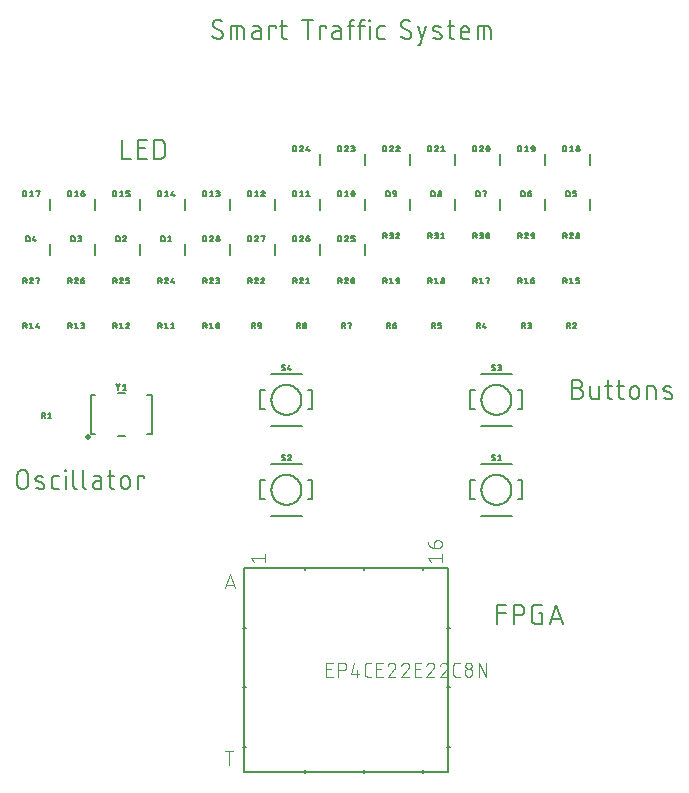
<source format=gbr>
G04 EAGLE Gerber RS-274X export*
G75*
%MOMM*%
%FSLAX34Y34*%
%LPD*%
%INSilkscreen Top*%
%IPPOS*%
%AMOC8*
5,1,8,0,0,1.08239X$1,22.5*%
G01*
%ADD10C,0.152400*%
%ADD11C,0.127000*%
%ADD12C,0.203200*%
%ADD13C,0.076200*%
%ADD14C,0.508000*%


D10*
X374481Y699262D02*
X374599Y699264D01*
X374717Y699270D01*
X374835Y699279D01*
X374952Y699293D01*
X375069Y699310D01*
X375186Y699331D01*
X375301Y699356D01*
X375416Y699385D01*
X375530Y699418D01*
X375642Y699454D01*
X375753Y699494D01*
X375863Y699537D01*
X375972Y699584D01*
X376079Y699634D01*
X376184Y699689D01*
X376287Y699746D01*
X376388Y699807D01*
X376488Y699871D01*
X376585Y699938D01*
X376680Y700008D01*
X376772Y700082D01*
X376863Y700158D01*
X376950Y700238D01*
X377035Y700320D01*
X377117Y700405D01*
X377197Y700492D01*
X377273Y700583D01*
X377347Y700675D01*
X377417Y700770D01*
X377484Y700867D01*
X377548Y700967D01*
X377609Y701068D01*
X377666Y701171D01*
X377721Y701276D01*
X377771Y701383D01*
X377818Y701492D01*
X377861Y701602D01*
X377901Y701713D01*
X377937Y701825D01*
X377970Y701939D01*
X377999Y702054D01*
X378024Y702169D01*
X378045Y702286D01*
X378062Y702403D01*
X378076Y702520D01*
X378085Y702638D01*
X378091Y702756D01*
X378093Y702874D01*
X374481Y699262D02*
X374298Y699264D01*
X374116Y699271D01*
X373934Y699282D01*
X373752Y699297D01*
X373570Y699317D01*
X373389Y699340D01*
X373209Y699369D01*
X373029Y699401D01*
X372850Y699438D01*
X372673Y699479D01*
X372496Y699525D01*
X372320Y699574D01*
X372146Y699628D01*
X371972Y699686D01*
X371801Y699748D01*
X371631Y699814D01*
X371462Y699885D01*
X371295Y699959D01*
X371130Y700037D01*
X370967Y700119D01*
X370806Y700205D01*
X370647Y700295D01*
X370490Y700389D01*
X370336Y700486D01*
X370184Y700587D01*
X370034Y700692D01*
X369887Y700800D01*
X369743Y700911D01*
X369601Y701026D01*
X369462Y701145D01*
X369326Y701267D01*
X369193Y701392D01*
X369063Y701520D01*
X369514Y711906D02*
X369516Y712024D01*
X369522Y712142D01*
X369531Y712260D01*
X369545Y712377D01*
X369562Y712494D01*
X369583Y712611D01*
X369608Y712726D01*
X369637Y712841D01*
X369670Y712955D01*
X369706Y713067D01*
X369746Y713178D01*
X369789Y713288D01*
X369836Y713397D01*
X369886Y713504D01*
X369941Y713609D01*
X369998Y713712D01*
X370059Y713813D01*
X370123Y713913D01*
X370190Y714010D01*
X370260Y714105D01*
X370334Y714197D01*
X370410Y714288D01*
X370490Y714375D01*
X370572Y714460D01*
X370657Y714542D01*
X370744Y714622D01*
X370835Y714698D01*
X370927Y714772D01*
X371022Y714842D01*
X371119Y714909D01*
X371219Y714973D01*
X371320Y715034D01*
X371423Y715092D01*
X371528Y715146D01*
X371635Y715196D01*
X371744Y715243D01*
X371854Y715287D01*
X371965Y715326D01*
X372078Y715362D01*
X372191Y715395D01*
X372306Y715424D01*
X372421Y715449D01*
X372538Y715470D01*
X372655Y715487D01*
X372772Y715501D01*
X372890Y715510D01*
X373008Y715516D01*
X373126Y715518D01*
X373287Y715516D01*
X373449Y715510D01*
X373610Y715501D01*
X373771Y715487D01*
X373931Y715470D01*
X374091Y715449D01*
X374251Y715424D01*
X374410Y715395D01*
X374568Y715363D01*
X374725Y715327D01*
X374881Y715287D01*
X375037Y715243D01*
X375191Y715195D01*
X375344Y715144D01*
X375496Y715090D01*
X375647Y715031D01*
X375796Y714970D01*
X375943Y714904D01*
X376089Y714835D01*
X376234Y714763D01*
X376376Y714687D01*
X376517Y714608D01*
X376656Y714526D01*
X376792Y714440D01*
X376927Y714351D01*
X377060Y714259D01*
X377190Y714163D01*
X371319Y708745D02*
X371218Y708807D01*
X371118Y708872D01*
X371021Y708941D01*
X370926Y709013D01*
X370833Y709087D01*
X370743Y709165D01*
X370655Y709246D01*
X370570Y709329D01*
X370488Y709415D01*
X370409Y709504D01*
X370332Y709595D01*
X370259Y709689D01*
X370188Y709785D01*
X370121Y709883D01*
X370057Y709983D01*
X369996Y710086D01*
X369939Y710190D01*
X369885Y710296D01*
X369835Y710404D01*
X369788Y710513D01*
X369744Y710624D01*
X369704Y710736D01*
X369668Y710850D01*
X369636Y710964D01*
X369607Y711080D01*
X369582Y711196D01*
X369561Y711313D01*
X369544Y711431D01*
X369530Y711549D01*
X369521Y711668D01*
X369515Y711787D01*
X369513Y711906D01*
X376287Y706035D02*
X376388Y705973D01*
X376488Y705908D01*
X376585Y705839D01*
X376680Y705767D01*
X376773Y705693D01*
X376863Y705615D01*
X376951Y705534D01*
X377036Y705451D01*
X377118Y705365D01*
X377197Y705276D01*
X377274Y705185D01*
X377347Y705091D01*
X377418Y704995D01*
X377485Y704897D01*
X377549Y704797D01*
X377610Y704694D01*
X377667Y704590D01*
X377721Y704484D01*
X377771Y704376D01*
X377818Y704267D01*
X377862Y704156D01*
X377902Y704044D01*
X377938Y703930D01*
X377970Y703816D01*
X377999Y703700D01*
X378024Y703584D01*
X378045Y703467D01*
X378062Y703349D01*
X378076Y703231D01*
X378085Y703112D01*
X378091Y702993D01*
X378093Y702874D01*
X376287Y706035D02*
X371320Y708745D01*
X384832Y710099D02*
X384832Y699262D01*
X384832Y710099D02*
X392960Y710099D01*
X393061Y710097D01*
X393162Y710091D01*
X393263Y710082D01*
X393364Y710069D01*
X393464Y710052D01*
X393563Y710031D01*
X393661Y710007D01*
X393758Y709979D01*
X393855Y709947D01*
X393950Y709912D01*
X394043Y709873D01*
X394135Y709831D01*
X394226Y709785D01*
X394315Y709736D01*
X394401Y709684D01*
X394486Y709628D01*
X394569Y709570D01*
X394649Y709508D01*
X394727Y709443D01*
X394803Y709376D01*
X394876Y709306D01*
X394946Y709233D01*
X395013Y709157D01*
X395078Y709079D01*
X395140Y708999D01*
X395198Y708916D01*
X395254Y708831D01*
X395306Y708745D01*
X395355Y708656D01*
X395401Y708565D01*
X395443Y708473D01*
X395482Y708380D01*
X395517Y708285D01*
X395549Y708188D01*
X395577Y708091D01*
X395601Y707993D01*
X395622Y707894D01*
X395639Y707794D01*
X395652Y707693D01*
X395661Y707592D01*
X395667Y707491D01*
X395669Y707390D01*
X395670Y707390D02*
X395670Y699262D01*
X390251Y699262D02*
X390251Y710099D01*
X405878Y705584D02*
X409942Y705584D01*
X405878Y705584D02*
X405766Y705582D01*
X405655Y705576D01*
X405544Y705566D01*
X405433Y705553D01*
X405323Y705535D01*
X405214Y705513D01*
X405105Y705488D01*
X404997Y705459D01*
X404891Y705426D01*
X404785Y705389D01*
X404681Y705349D01*
X404579Y705305D01*
X404478Y705257D01*
X404379Y705206D01*
X404281Y705151D01*
X404186Y705093D01*
X404093Y705032D01*
X404002Y704967D01*
X403913Y704899D01*
X403827Y704828D01*
X403744Y704755D01*
X403663Y704678D01*
X403584Y704598D01*
X403509Y704516D01*
X403437Y704431D01*
X403367Y704344D01*
X403301Y704254D01*
X403238Y704162D01*
X403178Y704067D01*
X403122Y703971D01*
X403069Y703873D01*
X403020Y703773D01*
X402974Y703671D01*
X402932Y703568D01*
X402893Y703463D01*
X402858Y703357D01*
X402827Y703250D01*
X402800Y703142D01*
X402776Y703033D01*
X402757Y702923D01*
X402741Y702813D01*
X402729Y702702D01*
X402721Y702590D01*
X402717Y702479D01*
X402717Y702367D01*
X402721Y702256D01*
X402729Y702144D01*
X402741Y702033D01*
X402757Y701923D01*
X402776Y701813D01*
X402800Y701704D01*
X402827Y701596D01*
X402858Y701489D01*
X402893Y701383D01*
X402932Y701278D01*
X402974Y701175D01*
X403020Y701073D01*
X403069Y700973D01*
X403122Y700875D01*
X403178Y700779D01*
X403238Y700684D01*
X403301Y700592D01*
X403367Y700502D01*
X403437Y700415D01*
X403509Y700330D01*
X403584Y700248D01*
X403663Y700168D01*
X403744Y700091D01*
X403827Y700018D01*
X403913Y699947D01*
X404002Y699879D01*
X404093Y699814D01*
X404186Y699753D01*
X404281Y699695D01*
X404379Y699640D01*
X404478Y699589D01*
X404579Y699541D01*
X404681Y699497D01*
X404785Y699457D01*
X404891Y699420D01*
X404997Y699387D01*
X405105Y699358D01*
X405214Y699333D01*
X405323Y699311D01*
X405433Y699293D01*
X405544Y699280D01*
X405655Y699270D01*
X405766Y699264D01*
X405878Y699262D01*
X409942Y699262D01*
X409942Y707390D01*
X409940Y707491D01*
X409934Y707592D01*
X409925Y707693D01*
X409912Y707794D01*
X409895Y707894D01*
X409874Y707993D01*
X409850Y708091D01*
X409822Y708188D01*
X409790Y708285D01*
X409755Y708380D01*
X409716Y708473D01*
X409674Y708565D01*
X409628Y708656D01*
X409579Y708745D01*
X409527Y708831D01*
X409471Y708916D01*
X409413Y708999D01*
X409351Y709079D01*
X409286Y709157D01*
X409219Y709233D01*
X409149Y709306D01*
X409076Y709376D01*
X409000Y709443D01*
X408922Y709508D01*
X408842Y709570D01*
X408759Y709628D01*
X408674Y709684D01*
X408588Y709736D01*
X408499Y709785D01*
X408408Y709831D01*
X408316Y709873D01*
X408223Y709912D01*
X408128Y709947D01*
X408031Y709979D01*
X407934Y710007D01*
X407836Y710031D01*
X407737Y710052D01*
X407637Y710069D01*
X407536Y710082D01*
X407435Y710091D01*
X407334Y710097D01*
X407233Y710099D01*
X403621Y710099D01*
X417465Y710099D02*
X417465Y699262D01*
X417465Y710099D02*
X422883Y710099D01*
X422883Y708293D01*
X426503Y710099D02*
X431922Y710099D01*
X428310Y715518D02*
X428310Y701971D01*
X428312Y701870D01*
X428318Y701769D01*
X428327Y701668D01*
X428340Y701567D01*
X428357Y701467D01*
X428378Y701368D01*
X428402Y701270D01*
X428430Y701173D01*
X428462Y701076D01*
X428497Y700981D01*
X428536Y700888D01*
X428578Y700796D01*
X428624Y700705D01*
X428673Y700617D01*
X428725Y700530D01*
X428781Y700445D01*
X428839Y700362D01*
X428901Y700282D01*
X428966Y700204D01*
X429033Y700128D01*
X429103Y700055D01*
X429176Y699985D01*
X429252Y699918D01*
X429330Y699853D01*
X429410Y699791D01*
X429493Y699733D01*
X429578Y699677D01*
X429665Y699625D01*
X429753Y699576D01*
X429844Y699530D01*
X429936Y699488D01*
X430029Y699449D01*
X430124Y699414D01*
X430221Y699382D01*
X430318Y699354D01*
X430416Y699330D01*
X430515Y699309D01*
X430615Y699292D01*
X430716Y699279D01*
X430817Y699270D01*
X430918Y699264D01*
X431019Y699262D01*
X431922Y699262D01*
X449649Y699262D02*
X449649Y715518D01*
X445134Y715518D02*
X454165Y715518D01*
X460190Y710099D02*
X460190Y699262D01*
X460190Y710099D02*
X465609Y710099D01*
X465609Y708293D01*
X473614Y705584D02*
X477678Y705584D01*
X473614Y705584D02*
X473502Y705582D01*
X473391Y705576D01*
X473280Y705566D01*
X473169Y705553D01*
X473059Y705535D01*
X472950Y705513D01*
X472841Y705488D01*
X472733Y705459D01*
X472627Y705426D01*
X472521Y705389D01*
X472417Y705349D01*
X472315Y705305D01*
X472214Y705257D01*
X472115Y705206D01*
X472017Y705151D01*
X471922Y705093D01*
X471829Y705032D01*
X471738Y704967D01*
X471649Y704899D01*
X471563Y704828D01*
X471480Y704755D01*
X471399Y704678D01*
X471320Y704598D01*
X471245Y704516D01*
X471173Y704431D01*
X471103Y704344D01*
X471037Y704254D01*
X470974Y704162D01*
X470914Y704067D01*
X470858Y703971D01*
X470805Y703873D01*
X470756Y703773D01*
X470710Y703671D01*
X470668Y703568D01*
X470629Y703463D01*
X470594Y703357D01*
X470563Y703250D01*
X470536Y703142D01*
X470512Y703033D01*
X470493Y702923D01*
X470477Y702813D01*
X470465Y702702D01*
X470457Y702590D01*
X470453Y702479D01*
X470453Y702367D01*
X470457Y702256D01*
X470465Y702144D01*
X470477Y702033D01*
X470493Y701923D01*
X470512Y701813D01*
X470536Y701704D01*
X470563Y701596D01*
X470594Y701489D01*
X470629Y701383D01*
X470668Y701278D01*
X470710Y701175D01*
X470756Y701073D01*
X470805Y700973D01*
X470858Y700875D01*
X470914Y700779D01*
X470974Y700684D01*
X471037Y700592D01*
X471103Y700502D01*
X471173Y700415D01*
X471245Y700330D01*
X471320Y700248D01*
X471399Y700168D01*
X471480Y700091D01*
X471563Y700018D01*
X471649Y699947D01*
X471738Y699879D01*
X471829Y699814D01*
X471922Y699753D01*
X472017Y699695D01*
X472115Y699640D01*
X472214Y699589D01*
X472315Y699541D01*
X472417Y699497D01*
X472521Y699457D01*
X472627Y699420D01*
X472733Y699387D01*
X472841Y699358D01*
X472950Y699333D01*
X473059Y699311D01*
X473169Y699293D01*
X473280Y699280D01*
X473391Y699270D01*
X473502Y699264D01*
X473614Y699262D01*
X477678Y699262D01*
X477678Y707390D01*
X477677Y707390D02*
X477675Y707491D01*
X477669Y707592D01*
X477660Y707693D01*
X477647Y707794D01*
X477630Y707894D01*
X477609Y707993D01*
X477585Y708091D01*
X477557Y708188D01*
X477525Y708285D01*
X477490Y708380D01*
X477451Y708473D01*
X477409Y708565D01*
X477363Y708656D01*
X477314Y708745D01*
X477262Y708831D01*
X477206Y708916D01*
X477148Y708999D01*
X477086Y709079D01*
X477021Y709157D01*
X476954Y709233D01*
X476884Y709306D01*
X476811Y709376D01*
X476735Y709443D01*
X476657Y709508D01*
X476577Y709570D01*
X476494Y709628D01*
X476409Y709684D01*
X476323Y709736D01*
X476234Y709785D01*
X476143Y709831D01*
X476051Y709873D01*
X475958Y709912D01*
X475863Y709947D01*
X475766Y709979D01*
X475669Y710007D01*
X475571Y710031D01*
X475472Y710052D01*
X475372Y710069D01*
X475271Y710082D01*
X475170Y710091D01*
X475069Y710097D01*
X474968Y710099D01*
X471356Y710099D01*
X485482Y712809D02*
X485482Y699262D01*
X485482Y712809D02*
X485484Y712913D01*
X485490Y713016D01*
X485500Y713120D01*
X485514Y713223D01*
X485532Y713325D01*
X485553Y713426D01*
X485579Y713527D01*
X485608Y713626D01*
X485641Y713725D01*
X485678Y713822D01*
X485719Y713917D01*
X485763Y714011D01*
X485811Y714103D01*
X485862Y714193D01*
X485917Y714282D01*
X485975Y714368D01*
X486037Y714451D01*
X486101Y714533D01*
X486169Y714611D01*
X486239Y714687D01*
X486312Y714761D01*
X486389Y714831D01*
X486467Y714899D01*
X486549Y714963D01*
X486632Y715025D01*
X486718Y715083D01*
X486807Y715138D01*
X486897Y715189D01*
X486989Y715237D01*
X487083Y715281D01*
X487178Y715322D01*
X487275Y715359D01*
X487374Y715392D01*
X487473Y715421D01*
X487574Y715447D01*
X487675Y715468D01*
X487777Y715486D01*
X487880Y715500D01*
X487984Y715510D01*
X488087Y715516D01*
X488191Y715518D01*
X489094Y715518D01*
X489094Y710099D02*
X483676Y710099D01*
X494340Y712809D02*
X494340Y699262D01*
X494340Y712809D02*
X494342Y712913D01*
X494348Y713016D01*
X494358Y713120D01*
X494372Y713223D01*
X494390Y713325D01*
X494411Y713426D01*
X494437Y713527D01*
X494466Y713626D01*
X494499Y713725D01*
X494536Y713822D01*
X494577Y713917D01*
X494621Y714011D01*
X494669Y714103D01*
X494720Y714193D01*
X494775Y714282D01*
X494833Y714368D01*
X494895Y714451D01*
X494959Y714533D01*
X495027Y714611D01*
X495097Y714687D01*
X495170Y714761D01*
X495247Y714831D01*
X495325Y714899D01*
X495407Y714963D01*
X495490Y715025D01*
X495576Y715083D01*
X495665Y715138D01*
X495755Y715189D01*
X495847Y715237D01*
X495941Y715281D01*
X496036Y715322D01*
X496133Y715359D01*
X496232Y715392D01*
X496331Y715421D01*
X496432Y715447D01*
X496533Y715468D01*
X496635Y715486D01*
X496738Y715500D01*
X496842Y715510D01*
X496945Y715516D01*
X497049Y715518D01*
X497952Y715518D01*
X497952Y710099D02*
X492533Y710099D01*
X502275Y710099D02*
X502275Y699262D01*
X501823Y714615D02*
X501823Y715518D01*
X502726Y715518D01*
X502726Y714615D01*
X501823Y714615D01*
X511289Y699262D02*
X514901Y699262D01*
X511289Y699262D02*
X511188Y699264D01*
X511087Y699270D01*
X510986Y699279D01*
X510885Y699292D01*
X510785Y699309D01*
X510686Y699330D01*
X510588Y699354D01*
X510491Y699382D01*
X510394Y699414D01*
X510299Y699449D01*
X510206Y699488D01*
X510114Y699530D01*
X510023Y699576D01*
X509935Y699625D01*
X509848Y699677D01*
X509763Y699733D01*
X509680Y699791D01*
X509600Y699853D01*
X509522Y699918D01*
X509446Y699985D01*
X509373Y700055D01*
X509303Y700128D01*
X509236Y700204D01*
X509171Y700282D01*
X509109Y700362D01*
X509051Y700445D01*
X508995Y700530D01*
X508943Y700617D01*
X508894Y700705D01*
X508848Y700796D01*
X508806Y700888D01*
X508767Y700981D01*
X508732Y701076D01*
X508700Y701173D01*
X508672Y701270D01*
X508648Y701368D01*
X508627Y701467D01*
X508610Y701567D01*
X508597Y701668D01*
X508588Y701769D01*
X508582Y701870D01*
X508580Y701971D01*
X508580Y707390D01*
X508582Y707491D01*
X508588Y707592D01*
X508597Y707693D01*
X508610Y707794D01*
X508627Y707894D01*
X508648Y707993D01*
X508672Y708091D01*
X508700Y708188D01*
X508732Y708285D01*
X508767Y708380D01*
X508806Y708473D01*
X508848Y708565D01*
X508894Y708656D01*
X508943Y708745D01*
X508995Y708831D01*
X509051Y708916D01*
X509109Y708999D01*
X509171Y709079D01*
X509236Y709157D01*
X509303Y709233D01*
X509373Y709306D01*
X509446Y709376D01*
X509522Y709443D01*
X509600Y709508D01*
X509680Y709570D01*
X509763Y709628D01*
X509848Y709684D01*
X509935Y709736D01*
X510023Y709785D01*
X510114Y709831D01*
X510206Y709873D01*
X510299Y709912D01*
X510394Y709947D01*
X510491Y709979D01*
X510588Y710007D01*
X510686Y710031D01*
X510785Y710052D01*
X510885Y710069D01*
X510986Y710082D01*
X511087Y710091D01*
X511188Y710097D01*
X511289Y710099D01*
X514901Y710099D01*
X533919Y699262D02*
X534037Y699264D01*
X534155Y699270D01*
X534273Y699279D01*
X534390Y699293D01*
X534507Y699310D01*
X534624Y699331D01*
X534739Y699356D01*
X534854Y699385D01*
X534968Y699418D01*
X535080Y699454D01*
X535191Y699494D01*
X535301Y699537D01*
X535410Y699584D01*
X535517Y699634D01*
X535622Y699689D01*
X535725Y699746D01*
X535826Y699807D01*
X535926Y699871D01*
X536023Y699938D01*
X536118Y700008D01*
X536210Y700082D01*
X536301Y700158D01*
X536388Y700238D01*
X536473Y700320D01*
X536555Y700405D01*
X536635Y700492D01*
X536711Y700583D01*
X536785Y700675D01*
X536855Y700770D01*
X536922Y700867D01*
X536986Y700967D01*
X537047Y701068D01*
X537104Y701171D01*
X537159Y701276D01*
X537209Y701383D01*
X537256Y701492D01*
X537299Y701602D01*
X537339Y701713D01*
X537375Y701825D01*
X537408Y701939D01*
X537437Y702054D01*
X537462Y702169D01*
X537483Y702286D01*
X537500Y702403D01*
X537514Y702520D01*
X537523Y702638D01*
X537529Y702756D01*
X537531Y702874D01*
X533919Y699262D02*
X533736Y699264D01*
X533554Y699271D01*
X533372Y699282D01*
X533190Y699297D01*
X533008Y699317D01*
X532827Y699340D01*
X532647Y699369D01*
X532467Y699401D01*
X532288Y699438D01*
X532111Y699479D01*
X531934Y699525D01*
X531758Y699574D01*
X531584Y699628D01*
X531410Y699686D01*
X531239Y699748D01*
X531069Y699814D01*
X530900Y699885D01*
X530733Y699959D01*
X530568Y700037D01*
X530405Y700119D01*
X530244Y700205D01*
X530085Y700295D01*
X529928Y700389D01*
X529774Y700486D01*
X529622Y700587D01*
X529472Y700692D01*
X529325Y700800D01*
X529181Y700911D01*
X529039Y701026D01*
X528900Y701145D01*
X528764Y701267D01*
X528631Y701392D01*
X528501Y701520D01*
X528952Y711906D02*
X528954Y712024D01*
X528960Y712142D01*
X528969Y712260D01*
X528983Y712377D01*
X529000Y712494D01*
X529021Y712611D01*
X529046Y712726D01*
X529075Y712841D01*
X529108Y712955D01*
X529144Y713067D01*
X529184Y713178D01*
X529227Y713288D01*
X529274Y713397D01*
X529324Y713504D01*
X529379Y713609D01*
X529436Y713712D01*
X529497Y713813D01*
X529561Y713913D01*
X529628Y714010D01*
X529698Y714105D01*
X529772Y714197D01*
X529848Y714288D01*
X529928Y714375D01*
X530010Y714460D01*
X530095Y714542D01*
X530182Y714622D01*
X530273Y714698D01*
X530365Y714772D01*
X530460Y714842D01*
X530557Y714909D01*
X530657Y714973D01*
X530758Y715034D01*
X530861Y715092D01*
X530966Y715146D01*
X531073Y715196D01*
X531182Y715243D01*
X531292Y715287D01*
X531403Y715326D01*
X531516Y715362D01*
X531629Y715395D01*
X531744Y715424D01*
X531859Y715449D01*
X531976Y715470D01*
X532093Y715487D01*
X532210Y715501D01*
X532328Y715510D01*
X532446Y715516D01*
X532564Y715518D01*
X532725Y715516D01*
X532887Y715510D01*
X533048Y715501D01*
X533209Y715487D01*
X533369Y715470D01*
X533529Y715449D01*
X533689Y715424D01*
X533848Y715395D01*
X534006Y715363D01*
X534163Y715327D01*
X534319Y715287D01*
X534475Y715243D01*
X534629Y715195D01*
X534782Y715144D01*
X534934Y715090D01*
X535085Y715031D01*
X535234Y714970D01*
X535381Y714904D01*
X535527Y714835D01*
X535672Y714763D01*
X535814Y714687D01*
X535955Y714608D01*
X536094Y714526D01*
X536230Y714440D01*
X536365Y714351D01*
X536498Y714259D01*
X536628Y714163D01*
X530758Y708745D02*
X530657Y708807D01*
X530557Y708872D01*
X530460Y708941D01*
X530365Y709013D01*
X530272Y709087D01*
X530182Y709165D01*
X530094Y709246D01*
X530009Y709329D01*
X529927Y709415D01*
X529848Y709504D01*
X529771Y709595D01*
X529698Y709689D01*
X529627Y709785D01*
X529560Y709883D01*
X529496Y709983D01*
X529435Y710086D01*
X529378Y710190D01*
X529324Y710296D01*
X529274Y710404D01*
X529227Y710513D01*
X529183Y710624D01*
X529143Y710736D01*
X529107Y710850D01*
X529075Y710964D01*
X529046Y711080D01*
X529021Y711196D01*
X529000Y711313D01*
X528983Y711431D01*
X528969Y711549D01*
X528960Y711668D01*
X528954Y711787D01*
X528952Y711906D01*
X535726Y706035D02*
X535827Y705973D01*
X535927Y705908D01*
X536024Y705839D01*
X536119Y705767D01*
X536212Y705693D01*
X536302Y705615D01*
X536390Y705534D01*
X536475Y705451D01*
X536557Y705365D01*
X536636Y705276D01*
X536713Y705185D01*
X536786Y705091D01*
X536857Y704995D01*
X536924Y704897D01*
X536988Y704797D01*
X537049Y704694D01*
X537106Y704590D01*
X537160Y704484D01*
X537210Y704376D01*
X537257Y704267D01*
X537301Y704156D01*
X537341Y704044D01*
X537377Y703930D01*
X537409Y703816D01*
X537438Y703700D01*
X537463Y703584D01*
X537484Y703467D01*
X537501Y703349D01*
X537515Y703231D01*
X537524Y703112D01*
X537530Y702993D01*
X537532Y702874D01*
X535725Y706035D02*
X530758Y708745D01*
X542951Y693843D02*
X544757Y693843D01*
X550175Y710099D01*
X542951Y710099D02*
X546563Y699262D01*
X557331Y705584D02*
X561847Y703778D01*
X557331Y705584D02*
X557243Y705621D01*
X557157Y705662D01*
X557072Y705706D01*
X556989Y705754D01*
X556909Y705805D01*
X556830Y705859D01*
X556754Y705917D01*
X556680Y705977D01*
X556608Y706041D01*
X556540Y706107D01*
X556474Y706177D01*
X556411Y706248D01*
X556350Y706323D01*
X556293Y706399D01*
X556240Y706478D01*
X556189Y706559D01*
X556142Y706642D01*
X556098Y706727D01*
X556058Y706814D01*
X556021Y706902D01*
X555988Y706992D01*
X555958Y707083D01*
X555933Y707175D01*
X555911Y707268D01*
X555893Y707362D01*
X555878Y707456D01*
X555868Y707551D01*
X555862Y707647D01*
X555859Y707742D01*
X555860Y707838D01*
X555866Y707933D01*
X555875Y708029D01*
X555888Y708123D01*
X555904Y708217D01*
X555925Y708311D01*
X555950Y708403D01*
X555978Y708494D01*
X556010Y708584D01*
X556045Y708673D01*
X556084Y708760D01*
X556127Y708846D01*
X556173Y708930D01*
X556223Y709011D01*
X556275Y709091D01*
X556331Y709169D01*
X556391Y709244D01*
X556453Y709316D01*
X556518Y709386D01*
X556586Y709454D01*
X556656Y709518D01*
X556729Y709580D01*
X556805Y709638D01*
X556883Y709694D01*
X556963Y709746D01*
X557045Y709795D01*
X557129Y709840D01*
X557215Y709882D01*
X557302Y709921D01*
X557391Y709956D01*
X557482Y709987D01*
X557573Y710014D01*
X557666Y710038D01*
X557759Y710058D01*
X557853Y710074D01*
X557948Y710086D01*
X558043Y710095D01*
X558139Y710099D01*
X558234Y710100D01*
X558481Y710093D01*
X558727Y710081D01*
X558973Y710063D01*
X559219Y710038D01*
X559463Y710008D01*
X559707Y709972D01*
X559950Y709931D01*
X560192Y709883D01*
X560433Y709829D01*
X560672Y709770D01*
X560910Y709705D01*
X561146Y709634D01*
X561381Y709558D01*
X561614Y709476D01*
X561844Y709388D01*
X562072Y709295D01*
X562299Y709197D01*
X561847Y703777D02*
X561935Y703740D01*
X562021Y703699D01*
X562106Y703655D01*
X562189Y703607D01*
X562269Y703556D01*
X562348Y703502D01*
X562424Y703444D01*
X562498Y703384D01*
X562570Y703320D01*
X562638Y703254D01*
X562704Y703184D01*
X562767Y703113D01*
X562828Y703038D01*
X562885Y702962D01*
X562938Y702883D01*
X562989Y702802D01*
X563036Y702719D01*
X563080Y702634D01*
X563120Y702547D01*
X563157Y702459D01*
X563190Y702369D01*
X563220Y702278D01*
X563245Y702186D01*
X563267Y702093D01*
X563285Y701999D01*
X563300Y701905D01*
X563310Y701810D01*
X563316Y701714D01*
X563319Y701619D01*
X563318Y701523D01*
X563312Y701428D01*
X563303Y701332D01*
X563290Y701238D01*
X563274Y701144D01*
X563253Y701050D01*
X563228Y700958D01*
X563200Y700867D01*
X563168Y700777D01*
X563133Y700688D01*
X563094Y700601D01*
X563051Y700515D01*
X563005Y700431D01*
X562955Y700350D01*
X562903Y700270D01*
X562847Y700192D01*
X562787Y700117D01*
X562725Y700045D01*
X562660Y699975D01*
X562592Y699907D01*
X562522Y699843D01*
X562449Y699781D01*
X562373Y699723D01*
X562295Y699667D01*
X562215Y699615D01*
X562133Y699566D01*
X562049Y699521D01*
X561963Y699479D01*
X561876Y699440D01*
X561787Y699405D01*
X561696Y699374D01*
X561605Y699347D01*
X561512Y699323D01*
X561419Y699303D01*
X561325Y699287D01*
X561230Y699275D01*
X561135Y699266D01*
X561039Y699262D01*
X560944Y699261D01*
X560943Y699262D02*
X560581Y699271D01*
X560219Y699289D01*
X559858Y699316D01*
X559498Y699351D01*
X559138Y699394D01*
X558779Y699446D01*
X558422Y699507D01*
X558067Y699576D01*
X557713Y699653D01*
X557361Y699739D01*
X557011Y699833D01*
X556663Y699936D01*
X556318Y700046D01*
X555976Y700165D01*
X568226Y710099D02*
X573645Y710099D01*
X570033Y715518D02*
X570033Y701971D01*
X570035Y701870D01*
X570041Y701769D01*
X570050Y701668D01*
X570063Y701567D01*
X570080Y701467D01*
X570101Y701368D01*
X570125Y701270D01*
X570153Y701173D01*
X570185Y701076D01*
X570220Y700981D01*
X570259Y700888D01*
X570301Y700796D01*
X570347Y700705D01*
X570396Y700617D01*
X570448Y700530D01*
X570504Y700445D01*
X570562Y700362D01*
X570624Y700282D01*
X570689Y700204D01*
X570756Y700128D01*
X570826Y700055D01*
X570899Y699985D01*
X570975Y699918D01*
X571053Y699853D01*
X571133Y699791D01*
X571216Y699733D01*
X571301Y699677D01*
X571388Y699625D01*
X571476Y699576D01*
X571567Y699530D01*
X571659Y699488D01*
X571752Y699449D01*
X571847Y699414D01*
X571944Y699382D01*
X572041Y699354D01*
X572139Y699330D01*
X572238Y699309D01*
X572338Y699292D01*
X572439Y699279D01*
X572540Y699270D01*
X572641Y699264D01*
X572742Y699262D01*
X573645Y699262D01*
X582133Y699262D02*
X586648Y699262D01*
X582133Y699262D02*
X582032Y699264D01*
X581931Y699270D01*
X581830Y699279D01*
X581729Y699292D01*
X581629Y699309D01*
X581530Y699330D01*
X581432Y699354D01*
X581335Y699382D01*
X581238Y699414D01*
X581143Y699449D01*
X581050Y699488D01*
X580958Y699530D01*
X580867Y699576D01*
X580779Y699625D01*
X580692Y699677D01*
X580607Y699733D01*
X580524Y699791D01*
X580444Y699853D01*
X580366Y699918D01*
X580290Y699985D01*
X580217Y700055D01*
X580147Y700128D01*
X580080Y700204D01*
X580015Y700282D01*
X579953Y700362D01*
X579895Y700445D01*
X579839Y700530D01*
X579787Y700617D01*
X579738Y700705D01*
X579692Y700796D01*
X579650Y700888D01*
X579611Y700981D01*
X579576Y701076D01*
X579544Y701173D01*
X579516Y701270D01*
X579492Y701368D01*
X579471Y701467D01*
X579454Y701567D01*
X579441Y701668D01*
X579432Y701769D01*
X579426Y701870D01*
X579424Y701971D01*
X579423Y701971D02*
X579423Y706487D01*
X579424Y706487D02*
X579426Y706606D01*
X579432Y706726D01*
X579442Y706845D01*
X579456Y706963D01*
X579473Y707082D01*
X579495Y707199D01*
X579520Y707316D01*
X579550Y707431D01*
X579583Y707546D01*
X579620Y707660D01*
X579660Y707772D01*
X579705Y707883D01*
X579753Y707992D01*
X579804Y708100D01*
X579859Y708206D01*
X579918Y708310D01*
X579980Y708412D01*
X580045Y708512D01*
X580114Y708610D01*
X580186Y708706D01*
X580261Y708799D01*
X580338Y708889D01*
X580419Y708977D01*
X580503Y709062D01*
X580590Y709144D01*
X580679Y709224D01*
X580771Y709300D01*
X580865Y709374D01*
X580962Y709444D01*
X581060Y709511D01*
X581161Y709575D01*
X581265Y709635D01*
X581370Y709692D01*
X581477Y709745D01*
X581585Y709795D01*
X581695Y709841D01*
X581807Y709883D01*
X581920Y709922D01*
X582034Y709957D01*
X582149Y709988D01*
X582266Y710016D01*
X582383Y710039D01*
X582500Y710059D01*
X582619Y710075D01*
X582738Y710087D01*
X582857Y710095D01*
X582976Y710099D01*
X583096Y710099D01*
X583215Y710095D01*
X583334Y710087D01*
X583453Y710075D01*
X583572Y710059D01*
X583689Y710039D01*
X583806Y710016D01*
X583923Y709988D01*
X584038Y709957D01*
X584152Y709922D01*
X584265Y709883D01*
X584377Y709841D01*
X584487Y709795D01*
X584595Y709745D01*
X584702Y709692D01*
X584807Y709635D01*
X584911Y709575D01*
X585012Y709511D01*
X585110Y709444D01*
X585207Y709374D01*
X585301Y709300D01*
X585393Y709224D01*
X585482Y709144D01*
X585569Y709062D01*
X585653Y708977D01*
X585734Y708889D01*
X585811Y708799D01*
X585886Y708706D01*
X585958Y708610D01*
X586027Y708512D01*
X586092Y708412D01*
X586154Y708310D01*
X586213Y708206D01*
X586268Y708100D01*
X586319Y707992D01*
X586367Y707883D01*
X586412Y707772D01*
X586452Y707660D01*
X586489Y707546D01*
X586522Y707431D01*
X586552Y707316D01*
X586577Y707199D01*
X586599Y707082D01*
X586616Y706963D01*
X586630Y706845D01*
X586640Y706726D01*
X586646Y706606D01*
X586648Y706487D01*
X586648Y704681D01*
X579423Y704681D01*
X593769Y699262D02*
X593769Y710099D01*
X601897Y710099D01*
X601998Y710097D01*
X602099Y710091D01*
X602200Y710082D01*
X602301Y710069D01*
X602401Y710052D01*
X602500Y710031D01*
X602598Y710007D01*
X602695Y709979D01*
X602792Y709947D01*
X602887Y709912D01*
X602980Y709873D01*
X603072Y709831D01*
X603163Y709785D01*
X603252Y709736D01*
X603338Y709684D01*
X603423Y709628D01*
X603506Y709570D01*
X603586Y709508D01*
X603664Y709443D01*
X603740Y709376D01*
X603813Y709306D01*
X603883Y709233D01*
X603950Y709157D01*
X604015Y709079D01*
X604077Y708999D01*
X604135Y708916D01*
X604191Y708831D01*
X604243Y708745D01*
X604292Y708656D01*
X604338Y708565D01*
X604380Y708473D01*
X604419Y708380D01*
X604454Y708285D01*
X604486Y708188D01*
X604514Y708091D01*
X604538Y707993D01*
X604559Y707894D01*
X604576Y707794D01*
X604589Y707693D01*
X604598Y707592D01*
X604604Y707491D01*
X604606Y707390D01*
X604607Y707390D02*
X604607Y699262D01*
X599188Y699262D02*
X599188Y710099D01*
X610362Y220218D02*
X610362Y203962D01*
X610362Y220218D02*
X617587Y220218D01*
X617587Y212993D02*
X610362Y212993D01*
X624090Y220218D02*
X624090Y203962D01*
X624090Y220218D02*
X628606Y220218D01*
X628739Y220216D01*
X628871Y220210D01*
X629003Y220200D01*
X629135Y220187D01*
X629267Y220169D01*
X629397Y220148D01*
X629528Y220123D01*
X629657Y220094D01*
X629785Y220061D01*
X629913Y220025D01*
X630039Y219985D01*
X630164Y219941D01*
X630288Y219893D01*
X630410Y219842D01*
X630531Y219787D01*
X630650Y219729D01*
X630768Y219667D01*
X630883Y219602D01*
X630997Y219533D01*
X631108Y219462D01*
X631217Y219386D01*
X631324Y219308D01*
X631429Y219227D01*
X631531Y219142D01*
X631631Y219055D01*
X631728Y218965D01*
X631823Y218872D01*
X631914Y218776D01*
X632003Y218678D01*
X632089Y218577D01*
X632172Y218473D01*
X632252Y218367D01*
X632328Y218259D01*
X632402Y218149D01*
X632472Y218036D01*
X632539Y217922D01*
X632602Y217805D01*
X632662Y217687D01*
X632719Y217567D01*
X632772Y217445D01*
X632821Y217322D01*
X632867Y217198D01*
X632909Y217072D01*
X632947Y216945D01*
X632982Y216817D01*
X633013Y216688D01*
X633040Y216559D01*
X633063Y216428D01*
X633083Y216297D01*
X633098Y216165D01*
X633110Y216033D01*
X633118Y215901D01*
X633122Y215768D01*
X633122Y215636D01*
X633118Y215503D01*
X633110Y215371D01*
X633098Y215239D01*
X633083Y215107D01*
X633063Y214976D01*
X633040Y214845D01*
X633013Y214716D01*
X632982Y214587D01*
X632947Y214459D01*
X632909Y214332D01*
X632867Y214206D01*
X632821Y214082D01*
X632772Y213959D01*
X632719Y213837D01*
X632662Y213717D01*
X632602Y213599D01*
X632539Y213482D01*
X632472Y213368D01*
X632402Y213255D01*
X632328Y213145D01*
X632252Y213037D01*
X632172Y212931D01*
X632089Y212827D01*
X632003Y212726D01*
X631914Y212628D01*
X631823Y212532D01*
X631728Y212439D01*
X631631Y212349D01*
X631531Y212262D01*
X631429Y212177D01*
X631324Y212096D01*
X631217Y212018D01*
X631108Y211942D01*
X630997Y211871D01*
X630883Y211802D01*
X630768Y211737D01*
X630650Y211675D01*
X630531Y211617D01*
X630410Y211562D01*
X630288Y211511D01*
X630164Y211463D01*
X630039Y211419D01*
X629913Y211379D01*
X629785Y211343D01*
X629657Y211310D01*
X629528Y211281D01*
X629397Y211256D01*
X629267Y211235D01*
X629135Y211217D01*
X629003Y211204D01*
X628871Y211194D01*
X628739Y211188D01*
X628606Y211186D01*
X628606Y211187D02*
X624090Y211187D01*
X645832Y212993D02*
X648542Y212993D01*
X648542Y203962D01*
X643123Y203962D01*
X643005Y203964D01*
X642887Y203970D01*
X642769Y203979D01*
X642652Y203993D01*
X642535Y204010D01*
X642418Y204031D01*
X642303Y204056D01*
X642188Y204085D01*
X642074Y204118D01*
X641962Y204154D01*
X641851Y204194D01*
X641741Y204237D01*
X641632Y204284D01*
X641525Y204334D01*
X641420Y204389D01*
X641317Y204446D01*
X641216Y204507D01*
X641116Y204571D01*
X641019Y204638D01*
X640924Y204708D01*
X640832Y204782D01*
X640741Y204858D01*
X640654Y204938D01*
X640569Y205020D01*
X640487Y205105D01*
X640407Y205192D01*
X640331Y205283D01*
X640257Y205375D01*
X640187Y205470D01*
X640120Y205567D01*
X640056Y205667D01*
X639995Y205768D01*
X639938Y205871D01*
X639883Y205976D01*
X639833Y206083D01*
X639786Y206192D01*
X639743Y206302D01*
X639703Y206413D01*
X639667Y206525D01*
X639634Y206639D01*
X639605Y206754D01*
X639580Y206869D01*
X639559Y206986D01*
X639542Y207103D01*
X639528Y207220D01*
X639519Y207338D01*
X639513Y207456D01*
X639511Y207574D01*
X639511Y216606D01*
X639513Y216724D01*
X639519Y216842D01*
X639528Y216960D01*
X639542Y217077D01*
X639559Y217194D01*
X639580Y217311D01*
X639605Y217426D01*
X639634Y217541D01*
X639667Y217655D01*
X639703Y217767D01*
X639743Y217878D01*
X639786Y217988D01*
X639833Y218097D01*
X639883Y218204D01*
X639937Y218309D01*
X639995Y218412D01*
X640056Y218513D01*
X640120Y218613D01*
X640187Y218710D01*
X640257Y218805D01*
X640331Y218897D01*
X640407Y218988D01*
X640487Y219075D01*
X640569Y219160D01*
X640654Y219242D01*
X640741Y219322D01*
X640832Y219398D01*
X640924Y219472D01*
X641019Y219542D01*
X641116Y219609D01*
X641216Y219673D01*
X641317Y219734D01*
X641420Y219791D01*
X641525Y219845D01*
X641632Y219896D01*
X641741Y219943D01*
X641851Y219986D01*
X641962Y220026D01*
X642074Y220062D01*
X642188Y220095D01*
X642303Y220124D01*
X642418Y220149D01*
X642535Y220170D01*
X642652Y220187D01*
X642769Y220201D01*
X642887Y220210D01*
X643005Y220216D01*
X643123Y220218D01*
X648542Y220218D01*
X660178Y220218D02*
X654760Y203962D01*
X665597Y203962D02*
X660178Y220218D01*
X664242Y208026D02*
X656114Y208026D01*
X292862Y597662D02*
X292862Y613918D01*
X292862Y597662D02*
X300087Y597662D01*
X306409Y597662D02*
X313634Y597662D01*
X306409Y597662D02*
X306409Y613918D01*
X313634Y613918D01*
X311828Y606693D02*
X306409Y606693D01*
X319926Y613918D02*
X319926Y597662D01*
X319926Y613918D02*
X324442Y613918D01*
X324573Y613916D01*
X324705Y613910D01*
X324836Y613901D01*
X324966Y613887D01*
X325097Y613870D01*
X325226Y613849D01*
X325355Y613825D01*
X325483Y613796D01*
X325611Y613764D01*
X325737Y613728D01*
X325862Y613689D01*
X325987Y613646D01*
X326109Y613599D01*
X326231Y613549D01*
X326351Y613495D01*
X326469Y613438D01*
X326585Y613377D01*
X326700Y613313D01*
X326813Y613246D01*
X326924Y613175D01*
X327032Y613101D01*
X327139Y613024D01*
X327243Y612944D01*
X327345Y612861D01*
X327444Y612776D01*
X327541Y612687D01*
X327635Y612595D01*
X327727Y612501D01*
X327816Y612404D01*
X327901Y612305D01*
X327984Y612203D01*
X328064Y612099D01*
X328141Y611992D01*
X328215Y611884D01*
X328286Y611773D01*
X328353Y611660D01*
X328417Y611545D01*
X328478Y611429D01*
X328535Y611311D01*
X328589Y611191D01*
X328639Y611069D01*
X328686Y610947D01*
X328729Y610822D01*
X328768Y610697D01*
X328804Y610571D01*
X328836Y610443D01*
X328865Y610315D01*
X328889Y610186D01*
X328910Y610057D01*
X328927Y609926D01*
X328941Y609796D01*
X328950Y609665D01*
X328956Y609533D01*
X328958Y609402D01*
X328957Y609402D02*
X328957Y602178D01*
X328958Y602178D02*
X328956Y602047D01*
X328950Y601915D01*
X328941Y601784D01*
X328927Y601654D01*
X328910Y601523D01*
X328889Y601394D01*
X328865Y601265D01*
X328836Y601137D01*
X328804Y601009D01*
X328768Y600883D01*
X328729Y600758D01*
X328686Y600633D01*
X328639Y600511D01*
X328589Y600389D01*
X328535Y600269D01*
X328478Y600151D01*
X328417Y600035D01*
X328353Y599920D01*
X328286Y599807D01*
X328215Y599696D01*
X328141Y599588D01*
X328064Y599481D01*
X327984Y599377D01*
X327901Y599275D01*
X327816Y599176D01*
X327727Y599079D01*
X327635Y598985D01*
X327541Y598893D01*
X327444Y598804D01*
X327345Y598719D01*
X327243Y598636D01*
X327139Y598556D01*
X327032Y598479D01*
X326924Y598405D01*
X326813Y598334D01*
X326700Y598267D01*
X326585Y598203D01*
X326469Y598142D01*
X326351Y598085D01*
X326231Y598031D01*
X326109Y597981D01*
X325987Y597934D01*
X325862Y597891D01*
X325737Y597852D01*
X325611Y597816D01*
X325483Y597784D01*
X325355Y597755D01*
X325226Y597731D01*
X325096Y597710D01*
X324966Y597693D01*
X324836Y597679D01*
X324705Y597670D01*
X324573Y597664D01*
X324442Y597662D01*
X319926Y597662D01*
X673862Y403493D02*
X678378Y403493D01*
X678378Y403494D02*
X678511Y403492D01*
X678643Y403486D01*
X678775Y403476D01*
X678907Y403463D01*
X679039Y403445D01*
X679169Y403424D01*
X679300Y403399D01*
X679429Y403370D01*
X679557Y403337D01*
X679685Y403301D01*
X679811Y403261D01*
X679936Y403217D01*
X680060Y403169D01*
X680182Y403118D01*
X680303Y403063D01*
X680422Y403005D01*
X680540Y402943D01*
X680655Y402878D01*
X680769Y402809D01*
X680880Y402738D01*
X680989Y402662D01*
X681096Y402584D01*
X681201Y402503D01*
X681303Y402418D01*
X681403Y402331D01*
X681500Y402241D01*
X681595Y402148D01*
X681686Y402052D01*
X681775Y401954D01*
X681861Y401853D01*
X681944Y401749D01*
X682024Y401643D01*
X682100Y401535D01*
X682174Y401425D01*
X682244Y401312D01*
X682311Y401198D01*
X682374Y401081D01*
X682434Y400963D01*
X682491Y400843D01*
X682544Y400721D01*
X682593Y400598D01*
X682639Y400474D01*
X682681Y400348D01*
X682719Y400221D01*
X682754Y400093D01*
X682785Y399964D01*
X682812Y399835D01*
X682835Y399704D01*
X682855Y399573D01*
X682870Y399441D01*
X682882Y399309D01*
X682890Y399177D01*
X682894Y399044D01*
X682894Y398912D01*
X682890Y398779D01*
X682882Y398647D01*
X682870Y398515D01*
X682855Y398383D01*
X682835Y398252D01*
X682812Y398121D01*
X682785Y397992D01*
X682754Y397863D01*
X682719Y397735D01*
X682681Y397608D01*
X682639Y397482D01*
X682593Y397358D01*
X682544Y397235D01*
X682491Y397113D01*
X682434Y396993D01*
X682374Y396875D01*
X682311Y396758D01*
X682244Y396644D01*
X682174Y396531D01*
X682100Y396421D01*
X682024Y396313D01*
X681944Y396207D01*
X681861Y396103D01*
X681775Y396002D01*
X681686Y395904D01*
X681595Y395808D01*
X681500Y395715D01*
X681403Y395625D01*
X681303Y395538D01*
X681201Y395453D01*
X681096Y395372D01*
X680989Y395294D01*
X680880Y395218D01*
X680769Y395147D01*
X680655Y395078D01*
X680540Y395013D01*
X680422Y394951D01*
X680303Y394893D01*
X680182Y394838D01*
X680060Y394787D01*
X679936Y394739D01*
X679811Y394695D01*
X679685Y394655D01*
X679557Y394619D01*
X679429Y394586D01*
X679300Y394557D01*
X679169Y394532D01*
X679039Y394511D01*
X678907Y394493D01*
X678775Y394480D01*
X678643Y394470D01*
X678511Y394464D01*
X678378Y394462D01*
X673862Y394462D01*
X673862Y410718D01*
X678378Y410718D01*
X678497Y410716D01*
X678617Y410710D01*
X678736Y410700D01*
X678854Y410686D01*
X678973Y410669D01*
X679090Y410647D01*
X679207Y410622D01*
X679322Y410592D01*
X679437Y410559D01*
X679551Y410522D01*
X679663Y410482D01*
X679774Y410437D01*
X679883Y410389D01*
X679991Y410338D01*
X680097Y410283D01*
X680201Y410224D01*
X680303Y410162D01*
X680403Y410097D01*
X680501Y410028D01*
X680597Y409956D01*
X680690Y409881D01*
X680780Y409804D01*
X680868Y409723D01*
X680953Y409639D01*
X681035Y409552D01*
X681115Y409463D01*
X681191Y409371D01*
X681265Y409277D01*
X681335Y409180D01*
X681402Y409082D01*
X681466Y408981D01*
X681526Y408877D01*
X681583Y408772D01*
X681636Y408665D01*
X681686Y408557D01*
X681732Y408447D01*
X681774Y408335D01*
X681813Y408222D01*
X681848Y408108D01*
X681879Y407993D01*
X681907Y407876D01*
X681930Y407759D01*
X681950Y407642D01*
X681966Y407523D01*
X681978Y407404D01*
X681986Y407285D01*
X681990Y407166D01*
X681990Y407046D01*
X681986Y406927D01*
X681978Y406808D01*
X681966Y406689D01*
X681950Y406570D01*
X681930Y406453D01*
X681907Y406336D01*
X681879Y406219D01*
X681848Y406104D01*
X681813Y405990D01*
X681774Y405877D01*
X681732Y405765D01*
X681686Y405655D01*
X681636Y405547D01*
X681583Y405440D01*
X681526Y405335D01*
X681466Y405231D01*
X681402Y405130D01*
X681335Y405032D01*
X681265Y404935D01*
X681191Y404841D01*
X681115Y404749D01*
X681035Y404660D01*
X680953Y404573D01*
X680868Y404489D01*
X680780Y404408D01*
X680690Y404331D01*
X680597Y404256D01*
X680501Y404184D01*
X680403Y404115D01*
X680303Y404050D01*
X680201Y403988D01*
X680097Y403929D01*
X679991Y403874D01*
X679883Y403823D01*
X679774Y403775D01*
X679663Y403730D01*
X679551Y403690D01*
X679437Y403653D01*
X679322Y403620D01*
X679207Y403590D01*
X679090Y403565D01*
X678973Y403543D01*
X678854Y403526D01*
X678736Y403512D01*
X678617Y403502D01*
X678497Y403496D01*
X678378Y403494D01*
X689143Y405299D02*
X689143Y397171D01*
X689144Y397171D02*
X689146Y397070D01*
X689152Y396969D01*
X689161Y396868D01*
X689174Y396767D01*
X689191Y396667D01*
X689212Y396568D01*
X689236Y396470D01*
X689264Y396373D01*
X689296Y396276D01*
X689331Y396181D01*
X689370Y396088D01*
X689412Y395996D01*
X689458Y395905D01*
X689507Y395817D01*
X689559Y395730D01*
X689615Y395645D01*
X689673Y395562D01*
X689735Y395482D01*
X689800Y395404D01*
X689867Y395328D01*
X689937Y395255D01*
X690010Y395185D01*
X690086Y395118D01*
X690164Y395053D01*
X690244Y394991D01*
X690327Y394933D01*
X690412Y394877D01*
X690499Y394825D01*
X690587Y394776D01*
X690678Y394730D01*
X690770Y394688D01*
X690863Y394649D01*
X690958Y394614D01*
X691055Y394582D01*
X691152Y394554D01*
X691250Y394530D01*
X691349Y394509D01*
X691449Y394492D01*
X691550Y394479D01*
X691651Y394470D01*
X691752Y394464D01*
X691853Y394462D01*
X696368Y394462D01*
X696368Y405299D01*
X701914Y405299D02*
X707333Y405299D01*
X703720Y410718D02*
X703720Y397171D01*
X703721Y397171D02*
X703723Y397070D01*
X703729Y396969D01*
X703738Y396868D01*
X703751Y396767D01*
X703768Y396667D01*
X703789Y396568D01*
X703813Y396470D01*
X703841Y396373D01*
X703873Y396276D01*
X703908Y396181D01*
X703947Y396088D01*
X703989Y395996D01*
X704035Y395905D01*
X704084Y395817D01*
X704136Y395730D01*
X704192Y395645D01*
X704250Y395562D01*
X704312Y395482D01*
X704377Y395404D01*
X704444Y395328D01*
X704514Y395255D01*
X704587Y395185D01*
X704663Y395118D01*
X704741Y395053D01*
X704821Y394991D01*
X704904Y394933D01*
X704989Y394877D01*
X705076Y394825D01*
X705164Y394776D01*
X705255Y394730D01*
X705347Y394688D01*
X705440Y394649D01*
X705535Y394614D01*
X705632Y394582D01*
X705729Y394554D01*
X705827Y394530D01*
X705926Y394509D01*
X706026Y394492D01*
X706127Y394479D01*
X706228Y394470D01*
X706329Y394464D01*
X706430Y394462D01*
X707333Y394462D01*
X711814Y405299D02*
X717233Y405299D01*
X713620Y410718D02*
X713620Y397171D01*
X713622Y397070D01*
X713628Y396969D01*
X713637Y396868D01*
X713650Y396767D01*
X713667Y396667D01*
X713688Y396568D01*
X713712Y396470D01*
X713740Y396373D01*
X713772Y396276D01*
X713807Y396181D01*
X713846Y396088D01*
X713888Y395996D01*
X713934Y395905D01*
X713983Y395817D01*
X714035Y395730D01*
X714091Y395645D01*
X714149Y395562D01*
X714211Y395482D01*
X714276Y395404D01*
X714343Y395328D01*
X714413Y395255D01*
X714486Y395185D01*
X714562Y395118D01*
X714640Y395053D01*
X714720Y394991D01*
X714803Y394933D01*
X714888Y394877D01*
X714975Y394825D01*
X715063Y394776D01*
X715154Y394730D01*
X715246Y394688D01*
X715339Y394649D01*
X715434Y394614D01*
X715531Y394582D01*
X715628Y394554D01*
X715726Y394530D01*
X715825Y394509D01*
X715925Y394492D01*
X716026Y394479D01*
X716127Y394470D01*
X716228Y394464D01*
X716329Y394462D01*
X717233Y394462D01*
X723011Y398074D02*
X723011Y401687D01*
X723013Y401806D01*
X723019Y401926D01*
X723029Y402045D01*
X723043Y402163D01*
X723060Y402282D01*
X723082Y402399D01*
X723107Y402516D01*
X723137Y402631D01*
X723170Y402746D01*
X723207Y402860D01*
X723247Y402972D01*
X723292Y403083D01*
X723340Y403192D01*
X723391Y403300D01*
X723446Y403406D01*
X723505Y403510D01*
X723567Y403612D01*
X723632Y403712D01*
X723701Y403810D01*
X723773Y403906D01*
X723848Y403999D01*
X723925Y404089D01*
X724006Y404177D01*
X724090Y404262D01*
X724177Y404344D01*
X724266Y404424D01*
X724358Y404500D01*
X724452Y404574D01*
X724549Y404644D01*
X724647Y404711D01*
X724748Y404775D01*
X724852Y404835D01*
X724957Y404892D01*
X725064Y404945D01*
X725172Y404995D01*
X725282Y405041D01*
X725394Y405083D01*
X725507Y405122D01*
X725621Y405157D01*
X725736Y405188D01*
X725853Y405216D01*
X725970Y405239D01*
X726087Y405259D01*
X726206Y405275D01*
X726325Y405287D01*
X726444Y405295D01*
X726563Y405299D01*
X726683Y405299D01*
X726802Y405295D01*
X726921Y405287D01*
X727040Y405275D01*
X727159Y405259D01*
X727276Y405239D01*
X727393Y405216D01*
X727510Y405188D01*
X727625Y405157D01*
X727739Y405122D01*
X727852Y405083D01*
X727964Y405041D01*
X728074Y404995D01*
X728182Y404945D01*
X728289Y404892D01*
X728394Y404835D01*
X728498Y404775D01*
X728599Y404711D01*
X728697Y404644D01*
X728794Y404574D01*
X728888Y404500D01*
X728980Y404424D01*
X729069Y404344D01*
X729156Y404262D01*
X729240Y404177D01*
X729321Y404089D01*
X729398Y403999D01*
X729473Y403906D01*
X729545Y403810D01*
X729614Y403712D01*
X729679Y403612D01*
X729741Y403510D01*
X729800Y403406D01*
X729855Y403300D01*
X729906Y403192D01*
X729954Y403083D01*
X729999Y402972D01*
X730039Y402860D01*
X730076Y402746D01*
X730109Y402631D01*
X730139Y402516D01*
X730164Y402399D01*
X730186Y402282D01*
X730203Y402163D01*
X730217Y402045D01*
X730227Y401926D01*
X730233Y401806D01*
X730235Y401687D01*
X730236Y401687D02*
X730236Y398074D01*
X730235Y398074D02*
X730233Y397955D01*
X730227Y397835D01*
X730217Y397716D01*
X730203Y397598D01*
X730186Y397479D01*
X730164Y397362D01*
X730139Y397245D01*
X730109Y397130D01*
X730076Y397015D01*
X730039Y396901D01*
X729999Y396789D01*
X729954Y396678D01*
X729906Y396569D01*
X729855Y396461D01*
X729800Y396355D01*
X729741Y396251D01*
X729679Y396149D01*
X729614Y396049D01*
X729545Y395951D01*
X729473Y395855D01*
X729398Y395762D01*
X729321Y395672D01*
X729240Y395584D01*
X729156Y395499D01*
X729069Y395417D01*
X728980Y395337D01*
X728888Y395261D01*
X728794Y395187D01*
X728697Y395117D01*
X728599Y395050D01*
X728498Y394986D01*
X728394Y394926D01*
X728289Y394869D01*
X728182Y394816D01*
X728074Y394766D01*
X727964Y394720D01*
X727852Y394678D01*
X727739Y394639D01*
X727625Y394604D01*
X727510Y394573D01*
X727393Y394545D01*
X727276Y394522D01*
X727159Y394502D01*
X727040Y394486D01*
X726921Y394474D01*
X726802Y394466D01*
X726683Y394462D01*
X726563Y394462D01*
X726444Y394466D01*
X726325Y394474D01*
X726206Y394486D01*
X726087Y394502D01*
X725970Y394522D01*
X725853Y394545D01*
X725736Y394573D01*
X725621Y394604D01*
X725507Y394639D01*
X725394Y394678D01*
X725282Y394720D01*
X725172Y394766D01*
X725064Y394816D01*
X724957Y394869D01*
X724852Y394926D01*
X724748Y394986D01*
X724647Y395050D01*
X724549Y395117D01*
X724452Y395187D01*
X724358Y395261D01*
X724266Y395337D01*
X724177Y395417D01*
X724090Y395499D01*
X724006Y395584D01*
X723925Y395672D01*
X723848Y395762D01*
X723773Y395855D01*
X723701Y395951D01*
X723632Y396049D01*
X723567Y396149D01*
X723505Y396251D01*
X723446Y396355D01*
X723391Y396461D01*
X723340Y396569D01*
X723292Y396678D01*
X723247Y396789D01*
X723207Y396901D01*
X723170Y397015D01*
X723137Y397130D01*
X723107Y397245D01*
X723082Y397362D01*
X723060Y397479D01*
X723043Y397598D01*
X723029Y397716D01*
X723019Y397835D01*
X723013Y397955D01*
X723011Y398074D01*
X737079Y394462D02*
X737079Y405299D01*
X741595Y405299D01*
X741699Y405297D01*
X741802Y405291D01*
X741906Y405281D01*
X742009Y405267D01*
X742111Y405249D01*
X742212Y405228D01*
X742313Y405202D01*
X742412Y405173D01*
X742511Y405140D01*
X742608Y405103D01*
X742703Y405062D01*
X742797Y405018D01*
X742889Y404970D01*
X742979Y404919D01*
X743068Y404864D01*
X743154Y404806D01*
X743237Y404744D01*
X743319Y404680D01*
X743397Y404612D01*
X743473Y404542D01*
X743547Y404469D01*
X743617Y404392D01*
X743685Y404314D01*
X743749Y404232D01*
X743811Y404149D01*
X743869Y404063D01*
X743924Y403974D01*
X743975Y403884D01*
X744023Y403792D01*
X744067Y403698D01*
X744108Y403603D01*
X744145Y403506D01*
X744178Y403407D01*
X744207Y403308D01*
X744233Y403207D01*
X744254Y403106D01*
X744272Y403004D01*
X744286Y402901D01*
X744296Y402797D01*
X744302Y402694D01*
X744304Y402590D01*
X744304Y394462D01*
X752502Y400784D02*
X757017Y398978D01*
X752501Y400784D02*
X752413Y400821D01*
X752327Y400862D01*
X752242Y400906D01*
X752159Y400954D01*
X752079Y401005D01*
X752000Y401059D01*
X751924Y401117D01*
X751850Y401177D01*
X751778Y401241D01*
X751710Y401307D01*
X751644Y401377D01*
X751581Y401448D01*
X751520Y401523D01*
X751463Y401599D01*
X751410Y401678D01*
X751359Y401759D01*
X751312Y401842D01*
X751268Y401927D01*
X751228Y402014D01*
X751191Y402102D01*
X751158Y402192D01*
X751128Y402283D01*
X751103Y402375D01*
X751081Y402468D01*
X751063Y402562D01*
X751048Y402656D01*
X751038Y402751D01*
X751032Y402847D01*
X751029Y402942D01*
X751030Y403038D01*
X751036Y403133D01*
X751045Y403229D01*
X751058Y403323D01*
X751074Y403417D01*
X751095Y403511D01*
X751120Y403603D01*
X751148Y403694D01*
X751180Y403784D01*
X751215Y403873D01*
X751254Y403960D01*
X751297Y404046D01*
X751343Y404130D01*
X751393Y404211D01*
X751445Y404291D01*
X751501Y404369D01*
X751561Y404444D01*
X751623Y404516D01*
X751688Y404586D01*
X751756Y404654D01*
X751826Y404718D01*
X751899Y404780D01*
X751975Y404838D01*
X752053Y404894D01*
X752133Y404946D01*
X752215Y404995D01*
X752299Y405040D01*
X752385Y405082D01*
X752472Y405121D01*
X752561Y405156D01*
X752652Y405187D01*
X752743Y405214D01*
X752836Y405238D01*
X752929Y405258D01*
X753023Y405274D01*
X753118Y405286D01*
X753213Y405295D01*
X753309Y405299D01*
X753404Y405300D01*
X753651Y405293D01*
X753897Y405281D01*
X754143Y405263D01*
X754389Y405238D01*
X754633Y405208D01*
X754877Y405172D01*
X755120Y405131D01*
X755362Y405083D01*
X755603Y405029D01*
X755842Y404970D01*
X756080Y404905D01*
X756316Y404834D01*
X756551Y404758D01*
X756784Y404676D01*
X757014Y404588D01*
X757242Y404495D01*
X757469Y404397D01*
X757018Y398977D02*
X757106Y398940D01*
X757192Y398899D01*
X757277Y398855D01*
X757360Y398807D01*
X757440Y398756D01*
X757519Y398702D01*
X757595Y398644D01*
X757669Y398584D01*
X757741Y398520D01*
X757809Y398454D01*
X757875Y398384D01*
X757938Y398313D01*
X757999Y398238D01*
X758056Y398162D01*
X758109Y398083D01*
X758160Y398002D01*
X758207Y397919D01*
X758251Y397834D01*
X758291Y397747D01*
X758328Y397659D01*
X758361Y397569D01*
X758391Y397478D01*
X758416Y397386D01*
X758438Y397293D01*
X758456Y397199D01*
X758471Y397105D01*
X758481Y397010D01*
X758487Y396914D01*
X758490Y396819D01*
X758489Y396723D01*
X758483Y396628D01*
X758474Y396532D01*
X758461Y396438D01*
X758445Y396344D01*
X758424Y396250D01*
X758399Y396158D01*
X758371Y396067D01*
X758339Y395977D01*
X758304Y395888D01*
X758265Y395801D01*
X758222Y395715D01*
X758176Y395631D01*
X758126Y395550D01*
X758074Y395470D01*
X758018Y395392D01*
X757958Y395317D01*
X757896Y395245D01*
X757831Y395175D01*
X757763Y395107D01*
X757693Y395043D01*
X757620Y394981D01*
X757544Y394923D01*
X757466Y394867D01*
X757386Y394815D01*
X757304Y394766D01*
X757220Y394721D01*
X757134Y394679D01*
X757047Y394640D01*
X756958Y394605D01*
X756867Y394574D01*
X756776Y394547D01*
X756683Y394523D01*
X756590Y394503D01*
X756496Y394487D01*
X756401Y394475D01*
X756306Y394466D01*
X756210Y394462D01*
X756115Y394461D01*
X756114Y394462D02*
X755752Y394471D01*
X755390Y394489D01*
X755029Y394516D01*
X754669Y394551D01*
X754309Y394594D01*
X753950Y394646D01*
X753593Y394707D01*
X753238Y394776D01*
X752884Y394853D01*
X752532Y394939D01*
X752182Y395033D01*
X751834Y395136D01*
X751489Y395246D01*
X751147Y395365D01*
X203962Y330002D02*
X203962Y322778D01*
X203962Y330002D02*
X203964Y330135D01*
X203970Y330267D01*
X203980Y330399D01*
X203993Y330531D01*
X204011Y330663D01*
X204032Y330793D01*
X204057Y330924D01*
X204086Y331053D01*
X204119Y331181D01*
X204155Y331309D01*
X204195Y331435D01*
X204239Y331560D01*
X204287Y331684D01*
X204338Y331806D01*
X204393Y331927D01*
X204451Y332046D01*
X204513Y332164D01*
X204578Y332279D01*
X204647Y332393D01*
X204718Y332504D01*
X204794Y332613D01*
X204872Y332720D01*
X204953Y332825D01*
X205038Y332927D01*
X205125Y333027D01*
X205215Y333124D01*
X205308Y333219D01*
X205404Y333310D01*
X205502Y333399D01*
X205603Y333485D01*
X205707Y333568D01*
X205813Y333648D01*
X205921Y333724D01*
X206031Y333798D01*
X206144Y333868D01*
X206258Y333935D01*
X206375Y333998D01*
X206493Y334058D01*
X206613Y334115D01*
X206735Y334168D01*
X206858Y334217D01*
X206982Y334263D01*
X207108Y334305D01*
X207235Y334343D01*
X207363Y334378D01*
X207492Y334409D01*
X207621Y334436D01*
X207752Y334459D01*
X207883Y334479D01*
X208015Y334494D01*
X208147Y334506D01*
X208279Y334514D01*
X208412Y334518D01*
X208544Y334518D01*
X208677Y334514D01*
X208809Y334506D01*
X208941Y334494D01*
X209073Y334479D01*
X209204Y334459D01*
X209335Y334436D01*
X209464Y334409D01*
X209593Y334378D01*
X209721Y334343D01*
X209848Y334305D01*
X209974Y334263D01*
X210098Y334217D01*
X210221Y334168D01*
X210343Y334115D01*
X210463Y334058D01*
X210581Y333998D01*
X210698Y333935D01*
X210812Y333868D01*
X210925Y333798D01*
X211035Y333724D01*
X211143Y333648D01*
X211249Y333568D01*
X211353Y333485D01*
X211454Y333399D01*
X211552Y333310D01*
X211648Y333219D01*
X211741Y333124D01*
X211831Y333027D01*
X211918Y332927D01*
X212003Y332825D01*
X212084Y332720D01*
X212162Y332613D01*
X212238Y332504D01*
X212309Y332393D01*
X212378Y332279D01*
X212443Y332164D01*
X212505Y332046D01*
X212563Y331927D01*
X212618Y331806D01*
X212669Y331684D01*
X212717Y331560D01*
X212761Y331435D01*
X212801Y331309D01*
X212837Y331181D01*
X212870Y331053D01*
X212899Y330924D01*
X212924Y330793D01*
X212945Y330663D01*
X212963Y330531D01*
X212976Y330399D01*
X212986Y330267D01*
X212992Y330135D01*
X212994Y330002D01*
X212993Y330002D02*
X212993Y322778D01*
X212994Y322778D02*
X212992Y322645D01*
X212986Y322513D01*
X212976Y322381D01*
X212963Y322249D01*
X212945Y322117D01*
X212924Y321987D01*
X212899Y321856D01*
X212870Y321727D01*
X212837Y321599D01*
X212801Y321471D01*
X212761Y321345D01*
X212717Y321220D01*
X212669Y321096D01*
X212618Y320974D01*
X212563Y320853D01*
X212505Y320734D01*
X212443Y320616D01*
X212378Y320501D01*
X212309Y320387D01*
X212238Y320276D01*
X212162Y320167D01*
X212084Y320060D01*
X212003Y319955D01*
X211918Y319853D01*
X211831Y319753D01*
X211741Y319656D01*
X211648Y319561D01*
X211552Y319470D01*
X211454Y319381D01*
X211353Y319295D01*
X211249Y319212D01*
X211143Y319132D01*
X211035Y319056D01*
X210925Y318982D01*
X210812Y318912D01*
X210698Y318845D01*
X210581Y318782D01*
X210463Y318722D01*
X210343Y318665D01*
X210221Y318612D01*
X210098Y318563D01*
X209974Y318517D01*
X209848Y318475D01*
X209721Y318437D01*
X209593Y318402D01*
X209464Y318371D01*
X209335Y318344D01*
X209204Y318321D01*
X209073Y318301D01*
X208941Y318286D01*
X208809Y318274D01*
X208677Y318266D01*
X208544Y318262D01*
X208412Y318262D01*
X208279Y318266D01*
X208147Y318274D01*
X208015Y318286D01*
X207883Y318301D01*
X207752Y318321D01*
X207621Y318344D01*
X207492Y318371D01*
X207363Y318402D01*
X207235Y318437D01*
X207108Y318475D01*
X206982Y318517D01*
X206858Y318563D01*
X206735Y318612D01*
X206613Y318665D01*
X206493Y318722D01*
X206375Y318782D01*
X206258Y318845D01*
X206144Y318912D01*
X206031Y318982D01*
X205921Y319056D01*
X205813Y319132D01*
X205707Y319212D01*
X205603Y319295D01*
X205502Y319381D01*
X205404Y319470D01*
X205308Y319561D01*
X205215Y319656D01*
X205125Y319753D01*
X205038Y319853D01*
X204953Y319955D01*
X204872Y320060D01*
X204794Y320167D01*
X204718Y320276D01*
X204647Y320387D01*
X204578Y320501D01*
X204513Y320616D01*
X204451Y320734D01*
X204393Y320853D01*
X204338Y320974D01*
X204287Y321096D01*
X204239Y321220D01*
X204195Y321345D01*
X204155Y321471D01*
X204119Y321599D01*
X204086Y321727D01*
X204057Y321856D01*
X204032Y321987D01*
X204011Y322117D01*
X203993Y322249D01*
X203980Y322381D01*
X203970Y322513D01*
X203964Y322645D01*
X203962Y322778D01*
X220809Y324584D02*
X225324Y322778D01*
X220809Y324584D02*
X220721Y324621D01*
X220635Y324662D01*
X220550Y324706D01*
X220467Y324754D01*
X220387Y324805D01*
X220308Y324859D01*
X220232Y324917D01*
X220158Y324977D01*
X220086Y325041D01*
X220018Y325107D01*
X219952Y325177D01*
X219889Y325248D01*
X219828Y325323D01*
X219771Y325399D01*
X219718Y325478D01*
X219667Y325559D01*
X219620Y325642D01*
X219576Y325727D01*
X219536Y325814D01*
X219499Y325902D01*
X219466Y325992D01*
X219436Y326083D01*
X219411Y326175D01*
X219389Y326268D01*
X219371Y326362D01*
X219356Y326456D01*
X219346Y326551D01*
X219340Y326647D01*
X219337Y326742D01*
X219338Y326838D01*
X219344Y326933D01*
X219353Y327029D01*
X219366Y327123D01*
X219382Y327217D01*
X219403Y327311D01*
X219428Y327403D01*
X219456Y327494D01*
X219488Y327584D01*
X219523Y327673D01*
X219562Y327760D01*
X219605Y327846D01*
X219651Y327930D01*
X219701Y328011D01*
X219753Y328091D01*
X219809Y328169D01*
X219869Y328244D01*
X219931Y328316D01*
X219996Y328386D01*
X220064Y328454D01*
X220134Y328518D01*
X220207Y328580D01*
X220283Y328638D01*
X220361Y328694D01*
X220441Y328746D01*
X220523Y328795D01*
X220607Y328840D01*
X220693Y328882D01*
X220780Y328921D01*
X220869Y328956D01*
X220960Y328987D01*
X221051Y329014D01*
X221144Y329038D01*
X221237Y329058D01*
X221331Y329074D01*
X221426Y329086D01*
X221521Y329095D01*
X221617Y329099D01*
X221712Y329100D01*
X221959Y329093D01*
X222205Y329081D01*
X222451Y329063D01*
X222697Y329038D01*
X222941Y329008D01*
X223185Y328972D01*
X223428Y328931D01*
X223670Y328883D01*
X223911Y328829D01*
X224150Y328770D01*
X224388Y328705D01*
X224624Y328634D01*
X224859Y328558D01*
X225092Y328476D01*
X225322Y328388D01*
X225550Y328295D01*
X225777Y328197D01*
X225325Y322777D02*
X225413Y322740D01*
X225499Y322699D01*
X225584Y322655D01*
X225667Y322607D01*
X225747Y322556D01*
X225826Y322502D01*
X225902Y322444D01*
X225976Y322384D01*
X226048Y322320D01*
X226116Y322254D01*
X226182Y322184D01*
X226245Y322113D01*
X226306Y322038D01*
X226363Y321962D01*
X226416Y321883D01*
X226467Y321802D01*
X226514Y321719D01*
X226558Y321634D01*
X226598Y321547D01*
X226635Y321459D01*
X226668Y321369D01*
X226698Y321278D01*
X226723Y321186D01*
X226745Y321093D01*
X226763Y320999D01*
X226778Y320905D01*
X226788Y320810D01*
X226794Y320714D01*
X226797Y320619D01*
X226796Y320523D01*
X226790Y320428D01*
X226781Y320332D01*
X226768Y320238D01*
X226752Y320144D01*
X226731Y320050D01*
X226706Y319958D01*
X226678Y319867D01*
X226646Y319777D01*
X226611Y319688D01*
X226572Y319601D01*
X226529Y319515D01*
X226483Y319431D01*
X226433Y319350D01*
X226381Y319270D01*
X226325Y319192D01*
X226265Y319117D01*
X226203Y319045D01*
X226138Y318975D01*
X226070Y318907D01*
X226000Y318843D01*
X225927Y318781D01*
X225851Y318723D01*
X225773Y318667D01*
X225693Y318615D01*
X225611Y318566D01*
X225527Y318521D01*
X225441Y318479D01*
X225354Y318440D01*
X225265Y318405D01*
X225174Y318374D01*
X225083Y318347D01*
X224990Y318323D01*
X224897Y318303D01*
X224803Y318287D01*
X224708Y318275D01*
X224613Y318266D01*
X224517Y318262D01*
X224422Y318261D01*
X224421Y318262D02*
X224059Y318271D01*
X223697Y318289D01*
X223336Y318316D01*
X222976Y318351D01*
X222616Y318394D01*
X222257Y318446D01*
X221900Y318507D01*
X221545Y318576D01*
X221191Y318653D01*
X220839Y318739D01*
X220489Y318833D01*
X220141Y318936D01*
X219796Y319046D01*
X219454Y319165D01*
X235728Y318262D02*
X239341Y318262D01*
X235728Y318262D02*
X235627Y318264D01*
X235526Y318270D01*
X235425Y318279D01*
X235324Y318292D01*
X235224Y318309D01*
X235125Y318330D01*
X235027Y318354D01*
X234930Y318382D01*
X234833Y318414D01*
X234738Y318449D01*
X234645Y318488D01*
X234553Y318530D01*
X234462Y318576D01*
X234374Y318625D01*
X234287Y318677D01*
X234202Y318733D01*
X234119Y318791D01*
X234039Y318853D01*
X233961Y318918D01*
X233885Y318985D01*
X233812Y319055D01*
X233742Y319128D01*
X233675Y319204D01*
X233610Y319282D01*
X233548Y319362D01*
X233490Y319445D01*
X233434Y319530D01*
X233382Y319617D01*
X233333Y319705D01*
X233287Y319796D01*
X233245Y319888D01*
X233206Y319981D01*
X233171Y320076D01*
X233139Y320173D01*
X233111Y320270D01*
X233087Y320368D01*
X233066Y320467D01*
X233049Y320567D01*
X233036Y320668D01*
X233027Y320769D01*
X233021Y320870D01*
X233019Y320971D01*
X233019Y326390D01*
X233021Y326491D01*
X233027Y326592D01*
X233036Y326693D01*
X233049Y326794D01*
X233066Y326894D01*
X233087Y326993D01*
X233111Y327091D01*
X233139Y327188D01*
X233171Y327285D01*
X233206Y327380D01*
X233245Y327473D01*
X233287Y327565D01*
X233333Y327656D01*
X233382Y327745D01*
X233434Y327831D01*
X233490Y327916D01*
X233548Y327999D01*
X233610Y328079D01*
X233675Y328157D01*
X233742Y328233D01*
X233812Y328306D01*
X233885Y328376D01*
X233961Y328443D01*
X234039Y328508D01*
X234119Y328570D01*
X234202Y328628D01*
X234287Y328684D01*
X234374Y328736D01*
X234462Y328785D01*
X234553Y328831D01*
X234645Y328873D01*
X234738Y328912D01*
X234833Y328947D01*
X234930Y328979D01*
X235027Y329007D01*
X235125Y329031D01*
X235224Y329052D01*
X235324Y329069D01*
X235425Y329082D01*
X235526Y329091D01*
X235627Y329097D01*
X235728Y329099D01*
X239341Y329099D01*
X244950Y329099D02*
X244950Y318262D01*
X244499Y333615D02*
X244499Y334518D01*
X245402Y334518D01*
X245402Y333615D01*
X244499Y333615D01*
X251475Y334518D02*
X251475Y320971D01*
X251477Y320870D01*
X251483Y320769D01*
X251492Y320668D01*
X251505Y320567D01*
X251522Y320467D01*
X251543Y320368D01*
X251567Y320270D01*
X251595Y320173D01*
X251627Y320076D01*
X251662Y319981D01*
X251701Y319888D01*
X251743Y319796D01*
X251789Y319705D01*
X251838Y319617D01*
X251890Y319530D01*
X251946Y319445D01*
X252004Y319362D01*
X252066Y319282D01*
X252131Y319204D01*
X252198Y319128D01*
X252268Y319055D01*
X252341Y318985D01*
X252417Y318918D01*
X252495Y318853D01*
X252575Y318791D01*
X252658Y318733D01*
X252743Y318677D01*
X252830Y318625D01*
X252918Y318576D01*
X253009Y318530D01*
X253101Y318488D01*
X253194Y318449D01*
X253289Y318414D01*
X253386Y318382D01*
X253483Y318354D01*
X253581Y318330D01*
X253680Y318309D01*
X253780Y318292D01*
X253881Y318279D01*
X253982Y318270D01*
X254083Y318264D01*
X254184Y318262D01*
X259811Y320971D02*
X259811Y334518D01*
X259812Y320971D02*
X259814Y320870D01*
X259820Y320769D01*
X259829Y320668D01*
X259842Y320567D01*
X259859Y320467D01*
X259880Y320368D01*
X259904Y320270D01*
X259932Y320173D01*
X259964Y320076D01*
X259999Y319981D01*
X260038Y319888D01*
X260080Y319796D01*
X260126Y319705D01*
X260175Y319617D01*
X260227Y319530D01*
X260283Y319445D01*
X260341Y319362D01*
X260403Y319282D01*
X260468Y319204D01*
X260535Y319128D01*
X260605Y319055D01*
X260678Y318985D01*
X260754Y318918D01*
X260832Y318853D01*
X260912Y318791D01*
X260995Y318733D01*
X261080Y318677D01*
X261167Y318625D01*
X261255Y318576D01*
X261346Y318530D01*
X261438Y318488D01*
X261531Y318449D01*
X261626Y318414D01*
X261723Y318382D01*
X261820Y318354D01*
X261918Y318330D01*
X262017Y318309D01*
X262117Y318292D01*
X262218Y318279D01*
X262319Y318270D01*
X262420Y318264D01*
X262521Y318262D01*
X270999Y324584D02*
X275063Y324584D01*
X270999Y324584D02*
X270887Y324582D01*
X270776Y324576D01*
X270665Y324566D01*
X270554Y324553D01*
X270444Y324535D01*
X270335Y324513D01*
X270226Y324488D01*
X270118Y324459D01*
X270012Y324426D01*
X269906Y324389D01*
X269802Y324349D01*
X269700Y324305D01*
X269599Y324257D01*
X269500Y324206D01*
X269402Y324151D01*
X269307Y324093D01*
X269214Y324032D01*
X269123Y323967D01*
X269034Y323899D01*
X268948Y323828D01*
X268865Y323755D01*
X268784Y323678D01*
X268705Y323598D01*
X268630Y323516D01*
X268558Y323431D01*
X268488Y323344D01*
X268422Y323254D01*
X268359Y323162D01*
X268299Y323067D01*
X268243Y322971D01*
X268190Y322873D01*
X268141Y322773D01*
X268095Y322671D01*
X268053Y322568D01*
X268014Y322463D01*
X267979Y322357D01*
X267948Y322250D01*
X267921Y322142D01*
X267897Y322033D01*
X267878Y321923D01*
X267862Y321813D01*
X267850Y321702D01*
X267842Y321590D01*
X267838Y321479D01*
X267838Y321367D01*
X267842Y321256D01*
X267850Y321144D01*
X267862Y321033D01*
X267878Y320923D01*
X267897Y320813D01*
X267921Y320704D01*
X267948Y320596D01*
X267979Y320489D01*
X268014Y320383D01*
X268053Y320278D01*
X268095Y320175D01*
X268141Y320073D01*
X268190Y319973D01*
X268243Y319875D01*
X268299Y319779D01*
X268359Y319684D01*
X268422Y319592D01*
X268488Y319502D01*
X268558Y319415D01*
X268630Y319330D01*
X268705Y319248D01*
X268784Y319168D01*
X268865Y319091D01*
X268948Y319018D01*
X269034Y318947D01*
X269123Y318879D01*
X269214Y318814D01*
X269307Y318753D01*
X269402Y318695D01*
X269500Y318640D01*
X269599Y318589D01*
X269700Y318541D01*
X269802Y318497D01*
X269906Y318457D01*
X270012Y318420D01*
X270118Y318387D01*
X270226Y318358D01*
X270335Y318333D01*
X270444Y318311D01*
X270554Y318293D01*
X270665Y318280D01*
X270776Y318270D01*
X270887Y318264D01*
X270999Y318262D01*
X275063Y318262D01*
X275063Y326390D01*
X275062Y326390D02*
X275060Y326491D01*
X275054Y326592D01*
X275045Y326693D01*
X275032Y326794D01*
X275015Y326894D01*
X274994Y326993D01*
X274970Y327091D01*
X274942Y327188D01*
X274910Y327285D01*
X274875Y327380D01*
X274836Y327473D01*
X274794Y327565D01*
X274748Y327656D01*
X274699Y327745D01*
X274647Y327831D01*
X274591Y327916D01*
X274533Y327999D01*
X274471Y328079D01*
X274406Y328157D01*
X274339Y328233D01*
X274269Y328306D01*
X274196Y328376D01*
X274120Y328443D01*
X274042Y328508D01*
X273962Y328570D01*
X273879Y328628D01*
X273794Y328684D01*
X273708Y328736D01*
X273619Y328785D01*
X273528Y328831D01*
X273436Y328873D01*
X273343Y328912D01*
X273248Y328947D01*
X273151Y328979D01*
X273054Y329007D01*
X272956Y329031D01*
X272857Y329052D01*
X272757Y329069D01*
X272656Y329082D01*
X272555Y329091D01*
X272454Y329097D01*
X272353Y329099D01*
X268741Y329099D01*
X280682Y329099D02*
X286101Y329099D01*
X282488Y334518D02*
X282488Y320971D01*
X282490Y320870D01*
X282496Y320769D01*
X282505Y320668D01*
X282518Y320567D01*
X282535Y320467D01*
X282556Y320368D01*
X282580Y320270D01*
X282608Y320173D01*
X282640Y320076D01*
X282675Y319981D01*
X282714Y319888D01*
X282756Y319796D01*
X282802Y319705D01*
X282851Y319617D01*
X282903Y319530D01*
X282959Y319445D01*
X283017Y319362D01*
X283079Y319282D01*
X283144Y319204D01*
X283211Y319128D01*
X283281Y319055D01*
X283354Y318985D01*
X283430Y318918D01*
X283508Y318853D01*
X283588Y318791D01*
X283671Y318733D01*
X283756Y318677D01*
X283843Y318625D01*
X283931Y318576D01*
X284022Y318530D01*
X284114Y318488D01*
X284207Y318449D01*
X284302Y318414D01*
X284399Y318382D01*
X284496Y318354D01*
X284594Y318330D01*
X284693Y318309D01*
X284793Y318292D01*
X284894Y318279D01*
X284995Y318270D01*
X285096Y318264D01*
X285197Y318262D01*
X286101Y318262D01*
X291879Y321874D02*
X291879Y325487D01*
X291881Y325606D01*
X291887Y325726D01*
X291897Y325845D01*
X291911Y325963D01*
X291928Y326082D01*
X291950Y326199D01*
X291975Y326316D01*
X292005Y326431D01*
X292038Y326546D01*
X292075Y326660D01*
X292115Y326772D01*
X292160Y326883D01*
X292208Y326992D01*
X292259Y327100D01*
X292314Y327206D01*
X292373Y327310D01*
X292435Y327412D01*
X292500Y327512D01*
X292569Y327610D01*
X292641Y327706D01*
X292716Y327799D01*
X292793Y327889D01*
X292874Y327977D01*
X292958Y328062D01*
X293045Y328144D01*
X293134Y328224D01*
X293226Y328300D01*
X293320Y328374D01*
X293417Y328444D01*
X293515Y328511D01*
X293616Y328575D01*
X293720Y328635D01*
X293825Y328692D01*
X293932Y328745D01*
X294040Y328795D01*
X294150Y328841D01*
X294262Y328883D01*
X294375Y328922D01*
X294489Y328957D01*
X294604Y328988D01*
X294721Y329016D01*
X294838Y329039D01*
X294955Y329059D01*
X295074Y329075D01*
X295193Y329087D01*
X295312Y329095D01*
X295431Y329099D01*
X295551Y329099D01*
X295670Y329095D01*
X295789Y329087D01*
X295908Y329075D01*
X296027Y329059D01*
X296144Y329039D01*
X296261Y329016D01*
X296378Y328988D01*
X296493Y328957D01*
X296607Y328922D01*
X296720Y328883D01*
X296832Y328841D01*
X296942Y328795D01*
X297050Y328745D01*
X297157Y328692D01*
X297262Y328635D01*
X297366Y328575D01*
X297467Y328511D01*
X297565Y328444D01*
X297662Y328374D01*
X297756Y328300D01*
X297848Y328224D01*
X297937Y328144D01*
X298024Y328062D01*
X298108Y327977D01*
X298189Y327889D01*
X298266Y327799D01*
X298341Y327706D01*
X298413Y327610D01*
X298482Y327512D01*
X298547Y327412D01*
X298609Y327310D01*
X298668Y327206D01*
X298723Y327100D01*
X298774Y326992D01*
X298822Y326883D01*
X298867Y326772D01*
X298907Y326660D01*
X298944Y326546D01*
X298977Y326431D01*
X299007Y326316D01*
X299032Y326199D01*
X299054Y326082D01*
X299071Y325963D01*
X299085Y325845D01*
X299095Y325726D01*
X299101Y325606D01*
X299103Y325487D01*
X299104Y325487D02*
X299104Y321874D01*
X299103Y321874D02*
X299101Y321755D01*
X299095Y321635D01*
X299085Y321516D01*
X299071Y321398D01*
X299054Y321279D01*
X299032Y321162D01*
X299007Y321045D01*
X298977Y320930D01*
X298944Y320815D01*
X298907Y320701D01*
X298867Y320589D01*
X298822Y320478D01*
X298774Y320369D01*
X298723Y320261D01*
X298668Y320155D01*
X298609Y320051D01*
X298547Y319949D01*
X298482Y319849D01*
X298413Y319751D01*
X298341Y319655D01*
X298266Y319562D01*
X298189Y319472D01*
X298108Y319384D01*
X298024Y319299D01*
X297937Y319217D01*
X297848Y319137D01*
X297756Y319061D01*
X297662Y318987D01*
X297565Y318917D01*
X297467Y318850D01*
X297366Y318786D01*
X297262Y318726D01*
X297157Y318669D01*
X297050Y318616D01*
X296942Y318566D01*
X296832Y318520D01*
X296720Y318478D01*
X296607Y318439D01*
X296493Y318404D01*
X296378Y318373D01*
X296261Y318345D01*
X296144Y318322D01*
X296027Y318302D01*
X295908Y318286D01*
X295789Y318274D01*
X295670Y318266D01*
X295551Y318262D01*
X295431Y318262D01*
X295312Y318266D01*
X295193Y318274D01*
X295074Y318286D01*
X294955Y318302D01*
X294838Y318322D01*
X294721Y318345D01*
X294604Y318373D01*
X294489Y318404D01*
X294375Y318439D01*
X294262Y318478D01*
X294150Y318520D01*
X294040Y318566D01*
X293932Y318616D01*
X293825Y318669D01*
X293720Y318726D01*
X293616Y318786D01*
X293515Y318850D01*
X293417Y318917D01*
X293320Y318987D01*
X293226Y319061D01*
X293134Y319137D01*
X293045Y319217D01*
X292958Y319299D01*
X292874Y319384D01*
X292793Y319472D01*
X292716Y319562D01*
X292641Y319655D01*
X292569Y319751D01*
X292500Y319849D01*
X292435Y319949D01*
X292373Y320051D01*
X292314Y320155D01*
X292259Y320261D01*
X292208Y320369D01*
X292160Y320478D01*
X292115Y320589D01*
X292075Y320701D01*
X292038Y320815D01*
X292005Y320930D01*
X291975Y321045D01*
X291950Y321162D01*
X291928Y321279D01*
X291911Y321398D01*
X291897Y321516D01*
X291887Y321635D01*
X291881Y321755D01*
X291879Y321874D01*
X306032Y318262D02*
X306032Y329099D01*
X311451Y329099D01*
X311451Y327293D01*
D11*
X346075Y515938D02*
X346075Y525463D01*
X326025Y527685D02*
X326025Y532511D01*
X327365Y532511D01*
X327435Y532509D01*
X327505Y532504D01*
X327575Y532494D01*
X327644Y532482D01*
X327712Y532465D01*
X327779Y532445D01*
X327846Y532422D01*
X327910Y532395D01*
X327974Y532365D01*
X328036Y532331D01*
X328095Y532295D01*
X328153Y532255D01*
X328209Y532212D01*
X328262Y532167D01*
X328313Y532118D01*
X328362Y532067D01*
X328407Y532014D01*
X328450Y531958D01*
X328490Y531900D01*
X328526Y531841D01*
X328560Y531779D01*
X328590Y531715D01*
X328617Y531651D01*
X328640Y531584D01*
X328660Y531517D01*
X328677Y531449D01*
X328689Y531380D01*
X328699Y531310D01*
X328704Y531240D01*
X328706Y531170D01*
X328706Y529026D01*
X328704Y528956D01*
X328699Y528886D01*
X328689Y528816D01*
X328677Y528747D01*
X328660Y528679D01*
X328640Y528612D01*
X328617Y528545D01*
X328590Y528481D01*
X328560Y528417D01*
X328526Y528355D01*
X328490Y528296D01*
X328450Y528238D01*
X328407Y528182D01*
X328362Y528129D01*
X328313Y528078D01*
X328262Y528029D01*
X328209Y527984D01*
X328153Y527941D01*
X328095Y527901D01*
X328035Y527865D01*
X327974Y527831D01*
X327910Y527801D01*
X327846Y527774D01*
X327779Y527751D01*
X327712Y527731D01*
X327644Y527714D01*
X327575Y527702D01*
X327505Y527692D01*
X327435Y527687D01*
X327365Y527685D01*
X326025Y527685D01*
X331694Y531439D02*
X333035Y532511D01*
X333035Y527685D01*
X334375Y527685D02*
X331694Y527685D01*
X498475Y554038D02*
X498475Y563563D01*
X475682Y565785D02*
X475682Y570611D01*
X477022Y570611D01*
X477092Y570609D01*
X477162Y570604D01*
X477232Y570594D01*
X477301Y570582D01*
X477369Y570565D01*
X477436Y570545D01*
X477503Y570522D01*
X477567Y570495D01*
X477631Y570465D01*
X477693Y570431D01*
X477752Y570395D01*
X477810Y570355D01*
X477866Y570312D01*
X477919Y570267D01*
X477970Y570218D01*
X478019Y570167D01*
X478064Y570114D01*
X478107Y570058D01*
X478147Y570000D01*
X478183Y569941D01*
X478217Y569879D01*
X478247Y569815D01*
X478274Y569751D01*
X478297Y569684D01*
X478317Y569617D01*
X478334Y569549D01*
X478346Y569480D01*
X478356Y569410D01*
X478361Y569340D01*
X478363Y569270D01*
X478363Y567126D01*
X478361Y567056D01*
X478356Y566986D01*
X478346Y566916D01*
X478334Y566847D01*
X478317Y566779D01*
X478297Y566712D01*
X478274Y566645D01*
X478247Y566581D01*
X478217Y566517D01*
X478183Y566455D01*
X478147Y566396D01*
X478107Y566338D01*
X478064Y566282D01*
X478019Y566229D01*
X477970Y566178D01*
X477919Y566129D01*
X477866Y566084D01*
X477810Y566041D01*
X477752Y566001D01*
X477692Y565965D01*
X477631Y565931D01*
X477567Y565901D01*
X477503Y565874D01*
X477436Y565851D01*
X477369Y565831D01*
X477301Y565814D01*
X477232Y565802D01*
X477162Y565792D01*
X477092Y565787D01*
X477022Y565785D01*
X475682Y565785D01*
X481351Y569539D02*
X482691Y570611D01*
X482691Y565785D01*
X481351Y565785D02*
X484032Y565785D01*
X486837Y568198D02*
X486839Y568318D01*
X486844Y568438D01*
X486853Y568558D01*
X486866Y568678D01*
X486882Y568797D01*
X486902Y568916D01*
X486926Y569034D01*
X486953Y569151D01*
X486983Y569267D01*
X487017Y569382D01*
X487055Y569497D01*
X487096Y569610D01*
X487140Y569721D01*
X487188Y569832D01*
X487239Y569941D01*
X487240Y569941D02*
X487261Y569998D01*
X487287Y570054D01*
X487315Y570109D01*
X487347Y570161D01*
X487383Y570212D01*
X487421Y570260D01*
X487462Y570306D01*
X487506Y570349D01*
X487552Y570389D01*
X487601Y570426D01*
X487653Y570460D01*
X487706Y570491D01*
X487761Y570519D01*
X487817Y570543D01*
X487875Y570564D01*
X487934Y570581D01*
X487994Y570594D01*
X488055Y570603D01*
X488117Y570609D01*
X488178Y570611D01*
X488239Y570609D01*
X488301Y570603D01*
X488362Y570594D01*
X488422Y570581D01*
X488481Y570564D01*
X488539Y570543D01*
X488595Y570519D01*
X488650Y570491D01*
X488703Y570460D01*
X488755Y570426D01*
X488804Y570389D01*
X488850Y570349D01*
X488894Y570306D01*
X488935Y570260D01*
X488973Y570212D01*
X489009Y570161D01*
X489041Y570109D01*
X489069Y570054D01*
X489095Y569998D01*
X489116Y569941D01*
X489167Y569832D01*
X489215Y569721D01*
X489259Y569610D01*
X489300Y569497D01*
X489338Y569382D01*
X489372Y569267D01*
X489402Y569151D01*
X489429Y569034D01*
X489453Y568916D01*
X489473Y568797D01*
X489489Y568678D01*
X489502Y568558D01*
X489511Y568438D01*
X489516Y568318D01*
X489518Y568198D01*
X486837Y568198D02*
X486839Y568078D01*
X486844Y567958D01*
X486853Y567838D01*
X486866Y567718D01*
X486882Y567599D01*
X486902Y567480D01*
X486926Y567362D01*
X486953Y567245D01*
X486983Y567129D01*
X487017Y567014D01*
X487055Y566899D01*
X487096Y566786D01*
X487140Y566675D01*
X487188Y566564D01*
X487239Y566455D01*
X487240Y566455D02*
X487261Y566398D01*
X487287Y566342D01*
X487315Y566287D01*
X487347Y566235D01*
X487383Y566184D01*
X487421Y566136D01*
X487462Y566090D01*
X487506Y566047D01*
X487552Y566007D01*
X487601Y565970D01*
X487653Y565936D01*
X487706Y565905D01*
X487761Y565877D01*
X487817Y565853D01*
X487875Y565832D01*
X487934Y565815D01*
X487994Y565802D01*
X488055Y565793D01*
X488117Y565787D01*
X488178Y565785D01*
X489116Y566455D02*
X489167Y566564D01*
X489215Y566675D01*
X489259Y566786D01*
X489300Y566899D01*
X489338Y567014D01*
X489372Y567129D01*
X489402Y567245D01*
X489429Y567362D01*
X489453Y567480D01*
X489473Y567599D01*
X489489Y567718D01*
X489502Y567838D01*
X489511Y567958D01*
X489516Y568078D01*
X489518Y568198D01*
X489116Y566455D02*
X489095Y566398D01*
X489069Y566342D01*
X489041Y566287D01*
X489009Y566235D01*
X488973Y566184D01*
X488935Y566136D01*
X488894Y566090D01*
X488850Y566047D01*
X488803Y566007D01*
X488755Y565970D01*
X488703Y565936D01*
X488650Y565905D01*
X488595Y565877D01*
X488539Y565853D01*
X488481Y565832D01*
X488422Y565815D01*
X488362Y565802D01*
X488301Y565793D01*
X488239Y565787D01*
X488178Y565785D01*
X487105Y566857D02*
X489250Y569539D01*
X460375Y563563D02*
X460375Y554038D01*
X437582Y565785D02*
X437582Y570611D01*
X438922Y570611D01*
X438992Y570609D01*
X439062Y570604D01*
X439132Y570594D01*
X439201Y570582D01*
X439269Y570565D01*
X439336Y570545D01*
X439403Y570522D01*
X439467Y570495D01*
X439531Y570465D01*
X439593Y570431D01*
X439652Y570395D01*
X439710Y570355D01*
X439766Y570312D01*
X439819Y570267D01*
X439870Y570218D01*
X439919Y570167D01*
X439964Y570114D01*
X440007Y570058D01*
X440047Y570000D01*
X440083Y569941D01*
X440117Y569879D01*
X440147Y569815D01*
X440174Y569751D01*
X440197Y569684D01*
X440217Y569617D01*
X440234Y569549D01*
X440246Y569480D01*
X440256Y569410D01*
X440261Y569340D01*
X440263Y569270D01*
X440263Y567126D01*
X440261Y567056D01*
X440256Y566986D01*
X440246Y566916D01*
X440234Y566847D01*
X440217Y566779D01*
X440197Y566712D01*
X440174Y566645D01*
X440147Y566581D01*
X440117Y566517D01*
X440083Y566455D01*
X440047Y566396D01*
X440007Y566338D01*
X439964Y566282D01*
X439919Y566229D01*
X439870Y566178D01*
X439819Y566129D01*
X439766Y566084D01*
X439710Y566041D01*
X439652Y566001D01*
X439592Y565965D01*
X439531Y565931D01*
X439467Y565901D01*
X439403Y565874D01*
X439336Y565851D01*
X439269Y565831D01*
X439201Y565814D01*
X439132Y565802D01*
X439062Y565792D01*
X438992Y565787D01*
X438922Y565785D01*
X437582Y565785D01*
X443251Y569539D02*
X444591Y570611D01*
X444591Y565785D01*
X443251Y565785D02*
X445932Y565785D01*
X448737Y569539D02*
X450078Y570611D01*
X450078Y565785D01*
X451418Y565785D02*
X448737Y565785D01*
X422275Y563563D02*
X422275Y554038D01*
X399482Y565785D02*
X399482Y570611D01*
X400822Y570611D01*
X400892Y570609D01*
X400962Y570604D01*
X401032Y570594D01*
X401101Y570582D01*
X401169Y570565D01*
X401236Y570545D01*
X401303Y570522D01*
X401367Y570495D01*
X401431Y570465D01*
X401493Y570431D01*
X401552Y570395D01*
X401610Y570355D01*
X401666Y570312D01*
X401719Y570267D01*
X401770Y570218D01*
X401819Y570167D01*
X401864Y570114D01*
X401907Y570058D01*
X401947Y570000D01*
X401983Y569941D01*
X402017Y569879D01*
X402047Y569815D01*
X402074Y569751D01*
X402097Y569684D01*
X402117Y569617D01*
X402134Y569549D01*
X402146Y569480D01*
X402156Y569410D01*
X402161Y569340D01*
X402163Y569270D01*
X402163Y567126D01*
X402161Y567056D01*
X402156Y566986D01*
X402146Y566916D01*
X402134Y566847D01*
X402117Y566779D01*
X402097Y566712D01*
X402074Y566645D01*
X402047Y566581D01*
X402017Y566517D01*
X401983Y566455D01*
X401947Y566396D01*
X401907Y566338D01*
X401864Y566282D01*
X401819Y566229D01*
X401770Y566178D01*
X401719Y566129D01*
X401666Y566084D01*
X401610Y566041D01*
X401552Y566001D01*
X401492Y565965D01*
X401431Y565931D01*
X401367Y565901D01*
X401303Y565874D01*
X401236Y565851D01*
X401169Y565831D01*
X401101Y565814D01*
X401032Y565802D01*
X400962Y565792D01*
X400892Y565787D01*
X400822Y565785D01*
X399482Y565785D01*
X405151Y569539D02*
X406491Y570611D01*
X406491Y565785D01*
X405151Y565785D02*
X407832Y565785D01*
X412112Y570611D02*
X412180Y570609D01*
X412247Y570603D01*
X412314Y570594D01*
X412381Y570581D01*
X412446Y570564D01*
X412511Y570543D01*
X412574Y570519D01*
X412636Y570491D01*
X412696Y570460D01*
X412754Y570426D01*
X412810Y570388D01*
X412865Y570348D01*
X412916Y570304D01*
X412965Y570257D01*
X413012Y570208D01*
X413056Y570157D01*
X413096Y570102D01*
X413134Y570046D01*
X413168Y569988D01*
X413199Y569928D01*
X413227Y569866D01*
X413251Y569803D01*
X413272Y569738D01*
X413289Y569673D01*
X413302Y569606D01*
X413311Y569539D01*
X413317Y569472D01*
X413319Y569404D01*
X412112Y570611D02*
X412034Y570609D01*
X411956Y570603D01*
X411879Y570593D01*
X411802Y570580D01*
X411726Y570562D01*
X411651Y570541D01*
X411577Y570516D01*
X411505Y570487D01*
X411434Y570455D01*
X411365Y570419D01*
X411297Y570380D01*
X411232Y570337D01*
X411169Y570291D01*
X411108Y570242D01*
X411050Y570190D01*
X410995Y570135D01*
X410942Y570078D01*
X410893Y570018D01*
X410846Y569955D01*
X410803Y569891D01*
X410763Y569824D01*
X410726Y569755D01*
X410693Y569684D01*
X410663Y569612D01*
X410637Y569539D01*
X412916Y568466D02*
X412965Y568515D01*
X413012Y568567D01*
X413055Y568622D01*
X413096Y568679D01*
X413134Y568738D01*
X413168Y568799D01*
X413199Y568862D01*
X413227Y568926D01*
X413251Y568992D01*
X413271Y569058D01*
X413288Y569126D01*
X413301Y569195D01*
X413310Y569264D01*
X413316Y569334D01*
X413318Y569404D01*
X412916Y568466D02*
X410637Y565785D01*
X413318Y565785D01*
X384175Y563563D02*
X384175Y554038D01*
X361382Y565785D02*
X361382Y570611D01*
X362722Y570611D01*
X362792Y570609D01*
X362862Y570604D01*
X362932Y570594D01*
X363001Y570582D01*
X363069Y570565D01*
X363136Y570545D01*
X363203Y570522D01*
X363267Y570495D01*
X363331Y570465D01*
X363393Y570431D01*
X363452Y570395D01*
X363510Y570355D01*
X363566Y570312D01*
X363619Y570267D01*
X363670Y570218D01*
X363719Y570167D01*
X363764Y570114D01*
X363807Y570058D01*
X363847Y570000D01*
X363883Y569941D01*
X363917Y569879D01*
X363947Y569815D01*
X363974Y569751D01*
X363997Y569684D01*
X364017Y569617D01*
X364034Y569549D01*
X364046Y569480D01*
X364056Y569410D01*
X364061Y569340D01*
X364063Y569270D01*
X364063Y567126D01*
X364061Y567056D01*
X364056Y566986D01*
X364046Y566916D01*
X364034Y566847D01*
X364017Y566779D01*
X363997Y566712D01*
X363974Y566645D01*
X363947Y566581D01*
X363917Y566517D01*
X363883Y566455D01*
X363847Y566396D01*
X363807Y566338D01*
X363764Y566282D01*
X363719Y566229D01*
X363670Y566178D01*
X363619Y566129D01*
X363566Y566084D01*
X363510Y566041D01*
X363452Y566001D01*
X363392Y565965D01*
X363331Y565931D01*
X363267Y565901D01*
X363203Y565874D01*
X363136Y565851D01*
X363069Y565831D01*
X363001Y565814D01*
X362932Y565802D01*
X362862Y565792D01*
X362792Y565787D01*
X362722Y565785D01*
X361382Y565785D01*
X367051Y569539D02*
X368391Y570611D01*
X368391Y565785D01*
X367051Y565785D02*
X369732Y565785D01*
X372537Y565785D02*
X373878Y565785D01*
X373949Y565787D01*
X374021Y565793D01*
X374091Y565802D01*
X374161Y565815D01*
X374231Y565832D01*
X374299Y565853D01*
X374366Y565877D01*
X374432Y565905D01*
X374496Y565936D01*
X374559Y565971D01*
X374619Y566009D01*
X374678Y566050D01*
X374734Y566094D01*
X374788Y566141D01*
X374839Y566190D01*
X374887Y566243D01*
X374933Y566298D01*
X374975Y566355D01*
X375015Y566415D01*
X375051Y566476D01*
X375084Y566540D01*
X375113Y566605D01*
X375139Y566671D01*
X375162Y566739D01*
X375181Y566808D01*
X375196Y566878D01*
X375207Y566948D01*
X375215Y567019D01*
X375219Y567090D01*
X375219Y567162D01*
X375215Y567233D01*
X375207Y567304D01*
X375196Y567374D01*
X375181Y567444D01*
X375162Y567513D01*
X375139Y567581D01*
X375113Y567647D01*
X375084Y567712D01*
X375051Y567776D01*
X375015Y567837D01*
X374975Y567897D01*
X374933Y567954D01*
X374887Y568009D01*
X374839Y568062D01*
X374788Y568111D01*
X374734Y568158D01*
X374678Y568202D01*
X374619Y568243D01*
X374559Y568281D01*
X374496Y568316D01*
X374432Y568347D01*
X374366Y568375D01*
X374299Y568399D01*
X374231Y568420D01*
X374161Y568437D01*
X374091Y568450D01*
X374021Y568459D01*
X373949Y568465D01*
X373878Y568467D01*
X374146Y570611D02*
X372537Y570611D01*
X374146Y570611D02*
X374211Y570609D01*
X374275Y570603D01*
X374339Y570593D01*
X374403Y570580D01*
X374465Y570562D01*
X374526Y570541D01*
X374586Y570517D01*
X374644Y570488D01*
X374701Y570456D01*
X374755Y570421D01*
X374807Y570383D01*
X374857Y570341D01*
X374904Y570297D01*
X374948Y570250D01*
X374990Y570200D01*
X375028Y570148D01*
X375063Y570094D01*
X375095Y570037D01*
X375124Y569979D01*
X375148Y569919D01*
X375169Y569858D01*
X375187Y569796D01*
X375200Y569732D01*
X375210Y569668D01*
X375216Y569604D01*
X375218Y569539D01*
X375216Y569474D01*
X375210Y569410D01*
X375200Y569346D01*
X375187Y569282D01*
X375169Y569220D01*
X375148Y569159D01*
X375124Y569099D01*
X375095Y569041D01*
X375063Y568984D01*
X375028Y568930D01*
X374990Y568878D01*
X374948Y568828D01*
X374904Y568781D01*
X374857Y568737D01*
X374807Y568695D01*
X374755Y568657D01*
X374701Y568622D01*
X374644Y568590D01*
X374586Y568561D01*
X374526Y568537D01*
X374465Y568516D01*
X374403Y568498D01*
X374339Y568485D01*
X374275Y568475D01*
X374211Y568469D01*
X374146Y568467D01*
X374146Y568466D02*
X373073Y568466D01*
X346075Y563563D02*
X346075Y554038D01*
X323282Y565785D02*
X323282Y570611D01*
X324622Y570611D01*
X324692Y570609D01*
X324762Y570604D01*
X324832Y570594D01*
X324901Y570582D01*
X324969Y570565D01*
X325036Y570545D01*
X325103Y570522D01*
X325167Y570495D01*
X325231Y570465D01*
X325293Y570431D01*
X325352Y570395D01*
X325410Y570355D01*
X325466Y570312D01*
X325519Y570267D01*
X325570Y570218D01*
X325619Y570167D01*
X325664Y570114D01*
X325707Y570058D01*
X325747Y570000D01*
X325783Y569941D01*
X325817Y569879D01*
X325847Y569815D01*
X325874Y569751D01*
X325897Y569684D01*
X325917Y569617D01*
X325934Y569549D01*
X325946Y569480D01*
X325956Y569410D01*
X325961Y569340D01*
X325963Y569270D01*
X325963Y567126D01*
X325961Y567056D01*
X325956Y566986D01*
X325946Y566916D01*
X325934Y566847D01*
X325917Y566779D01*
X325897Y566712D01*
X325874Y566645D01*
X325847Y566581D01*
X325817Y566517D01*
X325783Y566455D01*
X325747Y566396D01*
X325707Y566338D01*
X325664Y566282D01*
X325619Y566229D01*
X325570Y566178D01*
X325519Y566129D01*
X325466Y566084D01*
X325410Y566041D01*
X325352Y566001D01*
X325292Y565965D01*
X325231Y565931D01*
X325167Y565901D01*
X325103Y565874D01*
X325036Y565851D01*
X324969Y565831D01*
X324901Y565814D01*
X324832Y565802D01*
X324762Y565792D01*
X324692Y565787D01*
X324622Y565785D01*
X323282Y565785D01*
X328951Y569539D02*
X330291Y570611D01*
X330291Y565785D01*
X328951Y565785D02*
X331632Y565785D01*
X334437Y566857D02*
X335510Y570611D01*
X334437Y566857D02*
X337118Y566857D01*
X336314Y567930D02*
X336314Y565785D01*
X307975Y563563D02*
X307975Y554038D01*
X285182Y565785D02*
X285182Y570611D01*
X286522Y570611D01*
X286592Y570609D01*
X286662Y570604D01*
X286732Y570594D01*
X286801Y570582D01*
X286869Y570565D01*
X286936Y570545D01*
X287003Y570522D01*
X287067Y570495D01*
X287131Y570465D01*
X287193Y570431D01*
X287252Y570395D01*
X287310Y570355D01*
X287366Y570312D01*
X287419Y570267D01*
X287470Y570218D01*
X287519Y570167D01*
X287564Y570114D01*
X287607Y570058D01*
X287647Y570000D01*
X287683Y569941D01*
X287717Y569879D01*
X287747Y569815D01*
X287774Y569751D01*
X287797Y569684D01*
X287817Y569617D01*
X287834Y569549D01*
X287846Y569480D01*
X287856Y569410D01*
X287861Y569340D01*
X287863Y569270D01*
X287863Y567126D01*
X287861Y567056D01*
X287856Y566986D01*
X287846Y566916D01*
X287834Y566847D01*
X287817Y566779D01*
X287797Y566712D01*
X287774Y566645D01*
X287747Y566581D01*
X287717Y566517D01*
X287683Y566455D01*
X287647Y566396D01*
X287607Y566338D01*
X287564Y566282D01*
X287519Y566229D01*
X287470Y566178D01*
X287419Y566129D01*
X287366Y566084D01*
X287310Y566041D01*
X287252Y566001D01*
X287192Y565965D01*
X287131Y565931D01*
X287067Y565901D01*
X287003Y565874D01*
X286936Y565851D01*
X286869Y565831D01*
X286801Y565814D01*
X286732Y565802D01*
X286662Y565792D01*
X286592Y565787D01*
X286522Y565785D01*
X285182Y565785D01*
X290851Y569539D02*
X292191Y570611D01*
X292191Y565785D01*
X290851Y565785D02*
X293532Y565785D01*
X296337Y565785D02*
X297946Y565785D01*
X298011Y565787D01*
X298075Y565793D01*
X298139Y565803D01*
X298203Y565816D01*
X298265Y565834D01*
X298326Y565855D01*
X298386Y565879D01*
X298444Y565908D01*
X298501Y565940D01*
X298555Y565975D01*
X298607Y566013D01*
X298657Y566055D01*
X298704Y566099D01*
X298748Y566146D01*
X298790Y566196D01*
X298828Y566248D01*
X298863Y566302D01*
X298895Y566359D01*
X298924Y566417D01*
X298948Y566477D01*
X298969Y566538D01*
X298987Y566600D01*
X299000Y566664D01*
X299010Y566728D01*
X299016Y566792D01*
X299018Y566857D01*
X299018Y567394D01*
X299016Y567459D01*
X299010Y567523D01*
X299000Y567587D01*
X298987Y567651D01*
X298969Y567713D01*
X298948Y567774D01*
X298924Y567834D01*
X298895Y567892D01*
X298863Y567949D01*
X298828Y568003D01*
X298790Y568055D01*
X298748Y568105D01*
X298704Y568152D01*
X298657Y568196D01*
X298607Y568238D01*
X298555Y568276D01*
X298501Y568311D01*
X298444Y568343D01*
X298386Y568372D01*
X298326Y568396D01*
X298265Y568417D01*
X298203Y568435D01*
X298139Y568448D01*
X298075Y568458D01*
X298011Y568464D01*
X297946Y568466D01*
X296337Y568466D01*
X296337Y570611D01*
X299018Y570611D01*
X269875Y563563D02*
X269875Y554038D01*
X247082Y565785D02*
X247082Y570611D01*
X248422Y570611D01*
X248492Y570609D01*
X248562Y570604D01*
X248632Y570594D01*
X248701Y570582D01*
X248769Y570565D01*
X248836Y570545D01*
X248903Y570522D01*
X248967Y570495D01*
X249031Y570465D01*
X249093Y570431D01*
X249152Y570395D01*
X249210Y570355D01*
X249266Y570312D01*
X249319Y570267D01*
X249370Y570218D01*
X249419Y570167D01*
X249464Y570114D01*
X249507Y570058D01*
X249547Y570000D01*
X249583Y569941D01*
X249617Y569879D01*
X249647Y569815D01*
X249674Y569751D01*
X249697Y569684D01*
X249717Y569617D01*
X249734Y569549D01*
X249746Y569480D01*
X249756Y569410D01*
X249761Y569340D01*
X249763Y569270D01*
X249763Y567126D01*
X249761Y567056D01*
X249756Y566986D01*
X249746Y566916D01*
X249734Y566847D01*
X249717Y566779D01*
X249697Y566712D01*
X249674Y566645D01*
X249647Y566581D01*
X249617Y566517D01*
X249583Y566455D01*
X249547Y566396D01*
X249507Y566338D01*
X249464Y566282D01*
X249419Y566229D01*
X249370Y566178D01*
X249319Y566129D01*
X249266Y566084D01*
X249210Y566041D01*
X249152Y566001D01*
X249092Y565965D01*
X249031Y565931D01*
X248967Y565901D01*
X248903Y565874D01*
X248836Y565851D01*
X248769Y565831D01*
X248701Y565814D01*
X248632Y565802D01*
X248562Y565792D01*
X248492Y565787D01*
X248422Y565785D01*
X247082Y565785D01*
X252751Y569539D02*
X254091Y570611D01*
X254091Y565785D01*
X252751Y565785D02*
X255432Y565785D01*
X258237Y568466D02*
X259846Y568466D01*
X259911Y568464D01*
X259975Y568458D01*
X260039Y568448D01*
X260103Y568435D01*
X260165Y568417D01*
X260226Y568396D01*
X260286Y568372D01*
X260344Y568343D01*
X260401Y568311D01*
X260455Y568276D01*
X260507Y568238D01*
X260557Y568196D01*
X260604Y568152D01*
X260648Y568105D01*
X260690Y568055D01*
X260728Y568003D01*
X260763Y567949D01*
X260795Y567892D01*
X260824Y567834D01*
X260848Y567774D01*
X260869Y567713D01*
X260887Y567651D01*
X260900Y567587D01*
X260910Y567523D01*
X260916Y567459D01*
X260918Y567394D01*
X260918Y567126D01*
X260919Y567126D02*
X260917Y567055D01*
X260911Y566983D01*
X260902Y566913D01*
X260889Y566843D01*
X260872Y566773D01*
X260851Y566705D01*
X260827Y566638D01*
X260799Y566572D01*
X260768Y566508D01*
X260733Y566445D01*
X260695Y566385D01*
X260654Y566326D01*
X260610Y566270D01*
X260563Y566216D01*
X260514Y566165D01*
X260461Y566117D01*
X260406Y566071D01*
X260349Y566029D01*
X260289Y565989D01*
X260228Y565953D01*
X260164Y565920D01*
X260099Y565891D01*
X260033Y565865D01*
X259965Y565842D01*
X259896Y565823D01*
X259826Y565808D01*
X259756Y565797D01*
X259685Y565789D01*
X259614Y565785D01*
X259542Y565785D01*
X259471Y565789D01*
X259400Y565797D01*
X259330Y565808D01*
X259260Y565823D01*
X259191Y565842D01*
X259123Y565865D01*
X259057Y565891D01*
X258992Y565920D01*
X258928Y565953D01*
X258867Y565989D01*
X258807Y566029D01*
X258750Y566071D01*
X258695Y566117D01*
X258642Y566165D01*
X258593Y566216D01*
X258546Y566270D01*
X258502Y566326D01*
X258461Y566385D01*
X258423Y566445D01*
X258388Y566508D01*
X258357Y566572D01*
X258329Y566638D01*
X258305Y566705D01*
X258284Y566773D01*
X258267Y566843D01*
X258254Y566913D01*
X258245Y566983D01*
X258239Y567055D01*
X258237Y567126D01*
X258237Y568466D01*
X258239Y568557D01*
X258245Y568648D01*
X258254Y568738D01*
X258268Y568829D01*
X258285Y568918D01*
X258306Y569006D01*
X258331Y569094D01*
X258360Y569181D01*
X258392Y569266D01*
X258427Y569350D01*
X258467Y569432D01*
X258509Y569512D01*
X258555Y569591D01*
X258605Y569667D01*
X258657Y569741D01*
X258713Y569814D01*
X258772Y569883D01*
X258833Y569950D01*
X258898Y570015D01*
X258965Y570076D01*
X259034Y570135D01*
X259106Y570191D01*
X259181Y570243D01*
X259257Y570293D01*
X259336Y570339D01*
X259416Y570381D01*
X259498Y570421D01*
X259582Y570456D01*
X259667Y570488D01*
X259754Y570517D01*
X259841Y570542D01*
X259930Y570563D01*
X260019Y570580D01*
X260110Y570594D01*
X260200Y570603D01*
X260291Y570609D01*
X260382Y570611D01*
X231775Y563563D02*
X231775Y554038D01*
X208982Y565785D02*
X208982Y570611D01*
X210322Y570611D01*
X210392Y570609D01*
X210462Y570604D01*
X210532Y570594D01*
X210601Y570582D01*
X210669Y570565D01*
X210736Y570545D01*
X210803Y570522D01*
X210867Y570495D01*
X210931Y570465D01*
X210993Y570431D01*
X211052Y570395D01*
X211110Y570355D01*
X211166Y570312D01*
X211219Y570267D01*
X211270Y570218D01*
X211319Y570167D01*
X211364Y570114D01*
X211407Y570058D01*
X211447Y570000D01*
X211483Y569941D01*
X211517Y569879D01*
X211547Y569815D01*
X211574Y569751D01*
X211597Y569684D01*
X211617Y569617D01*
X211634Y569549D01*
X211646Y569480D01*
X211656Y569410D01*
X211661Y569340D01*
X211663Y569270D01*
X211663Y567126D01*
X211661Y567056D01*
X211656Y566986D01*
X211646Y566916D01*
X211634Y566847D01*
X211617Y566779D01*
X211597Y566712D01*
X211574Y566645D01*
X211547Y566581D01*
X211517Y566517D01*
X211483Y566455D01*
X211447Y566396D01*
X211407Y566338D01*
X211364Y566282D01*
X211319Y566229D01*
X211270Y566178D01*
X211219Y566129D01*
X211166Y566084D01*
X211110Y566041D01*
X211052Y566001D01*
X210992Y565965D01*
X210931Y565931D01*
X210867Y565901D01*
X210803Y565874D01*
X210736Y565851D01*
X210669Y565831D01*
X210601Y565814D01*
X210532Y565802D01*
X210462Y565792D01*
X210392Y565787D01*
X210322Y565785D01*
X208982Y565785D01*
X214651Y569539D02*
X215991Y570611D01*
X215991Y565785D01*
X214651Y565785D02*
X217332Y565785D01*
X220137Y570075D02*
X220137Y570611D01*
X222818Y570611D01*
X221478Y565785D01*
X688975Y592138D02*
X688975Y601663D01*
X666182Y603885D02*
X666182Y608711D01*
X667522Y608711D01*
X667592Y608709D01*
X667662Y608704D01*
X667732Y608694D01*
X667801Y608682D01*
X667869Y608665D01*
X667936Y608645D01*
X668003Y608622D01*
X668067Y608595D01*
X668131Y608565D01*
X668193Y608531D01*
X668252Y608495D01*
X668310Y608455D01*
X668366Y608412D01*
X668419Y608367D01*
X668470Y608318D01*
X668519Y608267D01*
X668564Y608214D01*
X668607Y608158D01*
X668647Y608100D01*
X668683Y608041D01*
X668717Y607979D01*
X668747Y607915D01*
X668774Y607851D01*
X668797Y607784D01*
X668817Y607717D01*
X668834Y607649D01*
X668846Y607580D01*
X668856Y607510D01*
X668861Y607440D01*
X668863Y607370D01*
X668863Y605226D01*
X668861Y605156D01*
X668856Y605086D01*
X668846Y605016D01*
X668834Y604947D01*
X668817Y604879D01*
X668797Y604812D01*
X668774Y604745D01*
X668747Y604681D01*
X668717Y604617D01*
X668683Y604555D01*
X668647Y604496D01*
X668607Y604438D01*
X668564Y604382D01*
X668519Y604329D01*
X668470Y604278D01*
X668419Y604229D01*
X668366Y604184D01*
X668310Y604141D01*
X668252Y604101D01*
X668192Y604065D01*
X668131Y604031D01*
X668067Y604001D01*
X668003Y603974D01*
X667936Y603951D01*
X667869Y603931D01*
X667801Y603914D01*
X667732Y603902D01*
X667662Y603892D01*
X667592Y603887D01*
X667522Y603885D01*
X666182Y603885D01*
X671851Y607639D02*
X673191Y608711D01*
X673191Y603885D01*
X671851Y603885D02*
X674532Y603885D01*
X677337Y605226D02*
X677339Y605297D01*
X677345Y605369D01*
X677354Y605439D01*
X677367Y605509D01*
X677384Y605579D01*
X677405Y605647D01*
X677429Y605714D01*
X677457Y605780D01*
X677488Y605844D01*
X677523Y605907D01*
X677561Y605967D01*
X677602Y606026D01*
X677646Y606082D01*
X677693Y606136D01*
X677742Y606187D01*
X677795Y606235D01*
X677850Y606281D01*
X677907Y606323D01*
X677967Y606363D01*
X678028Y606399D01*
X678092Y606432D01*
X678157Y606461D01*
X678223Y606487D01*
X678291Y606510D01*
X678360Y606529D01*
X678430Y606544D01*
X678500Y606555D01*
X678571Y606563D01*
X678642Y606567D01*
X678714Y606567D01*
X678785Y606563D01*
X678856Y606555D01*
X678926Y606544D01*
X678996Y606529D01*
X679065Y606510D01*
X679133Y606487D01*
X679199Y606461D01*
X679264Y606432D01*
X679328Y606399D01*
X679389Y606363D01*
X679449Y606323D01*
X679506Y606281D01*
X679561Y606235D01*
X679614Y606187D01*
X679663Y606136D01*
X679710Y606082D01*
X679754Y606026D01*
X679795Y605967D01*
X679833Y605907D01*
X679868Y605844D01*
X679899Y605780D01*
X679927Y605714D01*
X679951Y605647D01*
X679972Y605579D01*
X679989Y605509D01*
X680002Y605439D01*
X680011Y605369D01*
X680017Y605297D01*
X680019Y605226D01*
X680017Y605155D01*
X680011Y605083D01*
X680002Y605013D01*
X679989Y604943D01*
X679972Y604873D01*
X679951Y604805D01*
X679927Y604738D01*
X679899Y604672D01*
X679868Y604608D01*
X679833Y604545D01*
X679795Y604485D01*
X679754Y604426D01*
X679710Y604370D01*
X679663Y604316D01*
X679614Y604265D01*
X679561Y604217D01*
X679506Y604171D01*
X679449Y604129D01*
X679389Y604089D01*
X679328Y604053D01*
X679264Y604020D01*
X679199Y603991D01*
X679133Y603965D01*
X679065Y603942D01*
X678996Y603923D01*
X678926Y603908D01*
X678856Y603897D01*
X678785Y603889D01*
X678714Y603885D01*
X678642Y603885D01*
X678571Y603889D01*
X678500Y603897D01*
X678430Y603908D01*
X678360Y603923D01*
X678291Y603942D01*
X678223Y603965D01*
X678157Y603991D01*
X678092Y604020D01*
X678028Y604053D01*
X677967Y604089D01*
X677907Y604129D01*
X677850Y604171D01*
X677795Y604217D01*
X677742Y604265D01*
X677693Y604316D01*
X677646Y604370D01*
X677602Y604426D01*
X677561Y604485D01*
X677523Y604545D01*
X677488Y604608D01*
X677457Y604672D01*
X677429Y604738D01*
X677405Y604805D01*
X677384Y604873D01*
X677367Y604943D01*
X677354Y605013D01*
X677345Y605083D01*
X677339Y605155D01*
X677337Y605226D01*
X677606Y607639D02*
X677608Y607704D01*
X677614Y607768D01*
X677624Y607832D01*
X677637Y607896D01*
X677655Y607958D01*
X677676Y608019D01*
X677700Y608079D01*
X677729Y608137D01*
X677761Y608194D01*
X677796Y608248D01*
X677834Y608300D01*
X677876Y608350D01*
X677920Y608397D01*
X677967Y608441D01*
X678017Y608483D01*
X678069Y608521D01*
X678123Y608556D01*
X678180Y608588D01*
X678238Y608617D01*
X678298Y608641D01*
X678359Y608662D01*
X678421Y608680D01*
X678485Y608693D01*
X678549Y608703D01*
X678613Y608709D01*
X678678Y608711D01*
X678743Y608709D01*
X678807Y608703D01*
X678871Y608693D01*
X678935Y608680D01*
X678997Y608662D01*
X679058Y608641D01*
X679118Y608617D01*
X679176Y608588D01*
X679233Y608556D01*
X679287Y608521D01*
X679339Y608483D01*
X679389Y608441D01*
X679436Y608397D01*
X679480Y608350D01*
X679522Y608300D01*
X679560Y608248D01*
X679595Y608194D01*
X679627Y608137D01*
X679656Y608079D01*
X679680Y608019D01*
X679701Y607958D01*
X679719Y607896D01*
X679732Y607832D01*
X679742Y607768D01*
X679748Y607704D01*
X679750Y607639D01*
X679748Y607574D01*
X679742Y607510D01*
X679732Y607446D01*
X679719Y607382D01*
X679701Y607320D01*
X679680Y607259D01*
X679656Y607199D01*
X679627Y607141D01*
X679595Y607084D01*
X679560Y607030D01*
X679522Y606978D01*
X679480Y606928D01*
X679436Y606881D01*
X679389Y606837D01*
X679339Y606795D01*
X679287Y606757D01*
X679233Y606722D01*
X679176Y606690D01*
X679118Y606661D01*
X679058Y606637D01*
X678997Y606616D01*
X678935Y606598D01*
X678871Y606585D01*
X678807Y606575D01*
X678743Y606569D01*
X678678Y606567D01*
X678613Y606569D01*
X678549Y606575D01*
X678485Y606585D01*
X678421Y606598D01*
X678359Y606616D01*
X678298Y606637D01*
X678238Y606661D01*
X678180Y606690D01*
X678123Y606722D01*
X678069Y606757D01*
X678017Y606795D01*
X677967Y606837D01*
X677920Y606881D01*
X677876Y606928D01*
X677834Y606978D01*
X677796Y607030D01*
X677761Y607084D01*
X677729Y607141D01*
X677700Y607199D01*
X677676Y607259D01*
X677655Y607320D01*
X677637Y607382D01*
X677624Y607446D01*
X677614Y607510D01*
X677608Y607574D01*
X677606Y607639D01*
X650875Y601663D02*
X650875Y592138D01*
X628082Y603885D02*
X628082Y608711D01*
X629422Y608711D01*
X629492Y608709D01*
X629562Y608704D01*
X629632Y608694D01*
X629701Y608682D01*
X629769Y608665D01*
X629836Y608645D01*
X629903Y608622D01*
X629967Y608595D01*
X630031Y608565D01*
X630093Y608531D01*
X630152Y608495D01*
X630210Y608455D01*
X630266Y608412D01*
X630319Y608367D01*
X630370Y608318D01*
X630419Y608267D01*
X630464Y608214D01*
X630507Y608158D01*
X630547Y608100D01*
X630583Y608041D01*
X630617Y607979D01*
X630647Y607915D01*
X630674Y607851D01*
X630697Y607784D01*
X630717Y607717D01*
X630734Y607649D01*
X630746Y607580D01*
X630756Y607510D01*
X630761Y607440D01*
X630763Y607370D01*
X630763Y605226D01*
X630761Y605156D01*
X630756Y605086D01*
X630746Y605016D01*
X630734Y604947D01*
X630717Y604879D01*
X630697Y604812D01*
X630674Y604745D01*
X630647Y604681D01*
X630617Y604617D01*
X630583Y604555D01*
X630547Y604496D01*
X630507Y604438D01*
X630464Y604382D01*
X630419Y604329D01*
X630370Y604278D01*
X630319Y604229D01*
X630266Y604184D01*
X630210Y604141D01*
X630152Y604101D01*
X630092Y604065D01*
X630031Y604031D01*
X629967Y604001D01*
X629903Y603974D01*
X629836Y603951D01*
X629769Y603931D01*
X629701Y603914D01*
X629632Y603902D01*
X629562Y603892D01*
X629492Y603887D01*
X629422Y603885D01*
X628082Y603885D01*
X633751Y607639D02*
X635091Y608711D01*
X635091Y603885D01*
X633751Y603885D02*
X636432Y603885D01*
X640310Y606030D02*
X641918Y606030D01*
X640310Y606030D02*
X640245Y606032D01*
X640181Y606038D01*
X640117Y606048D01*
X640053Y606061D01*
X639991Y606079D01*
X639930Y606100D01*
X639870Y606124D01*
X639812Y606153D01*
X639755Y606185D01*
X639701Y606220D01*
X639649Y606258D01*
X639599Y606300D01*
X639552Y606344D01*
X639508Y606391D01*
X639466Y606441D01*
X639428Y606493D01*
X639393Y606547D01*
X639361Y606604D01*
X639332Y606662D01*
X639308Y606722D01*
X639287Y606783D01*
X639269Y606845D01*
X639256Y606909D01*
X639246Y606973D01*
X639240Y607037D01*
X639238Y607102D01*
X639237Y607102D02*
X639237Y607370D01*
X639239Y607441D01*
X639245Y607513D01*
X639254Y607583D01*
X639267Y607653D01*
X639284Y607723D01*
X639305Y607791D01*
X639329Y607858D01*
X639357Y607924D01*
X639388Y607988D01*
X639423Y608051D01*
X639461Y608111D01*
X639502Y608170D01*
X639546Y608226D01*
X639593Y608280D01*
X639642Y608331D01*
X639695Y608379D01*
X639750Y608425D01*
X639807Y608467D01*
X639867Y608507D01*
X639928Y608543D01*
X639992Y608576D01*
X640057Y608605D01*
X640123Y608631D01*
X640191Y608654D01*
X640260Y608673D01*
X640330Y608688D01*
X640400Y608699D01*
X640471Y608707D01*
X640542Y608711D01*
X640614Y608711D01*
X640685Y608707D01*
X640756Y608699D01*
X640826Y608688D01*
X640896Y608673D01*
X640965Y608654D01*
X641033Y608631D01*
X641099Y608605D01*
X641164Y608576D01*
X641228Y608543D01*
X641289Y608507D01*
X641349Y608467D01*
X641406Y608425D01*
X641461Y608379D01*
X641514Y608331D01*
X641563Y608280D01*
X641610Y608226D01*
X641654Y608170D01*
X641695Y608111D01*
X641733Y608051D01*
X641768Y607988D01*
X641799Y607924D01*
X641827Y607858D01*
X641851Y607791D01*
X641872Y607723D01*
X641889Y607653D01*
X641902Y607583D01*
X641911Y607513D01*
X641917Y607441D01*
X641919Y607370D01*
X641918Y607370D02*
X641918Y606030D01*
X641916Y605939D01*
X641910Y605848D01*
X641901Y605758D01*
X641887Y605667D01*
X641870Y605578D01*
X641849Y605490D01*
X641824Y605402D01*
X641795Y605315D01*
X641763Y605230D01*
X641728Y605146D01*
X641688Y605064D01*
X641646Y604984D01*
X641600Y604905D01*
X641550Y604829D01*
X641498Y604755D01*
X641442Y604682D01*
X641383Y604613D01*
X641322Y604546D01*
X641257Y604481D01*
X641190Y604420D01*
X641121Y604361D01*
X641048Y604305D01*
X640974Y604253D01*
X640898Y604203D01*
X640819Y604157D01*
X640739Y604115D01*
X640657Y604075D01*
X640573Y604040D01*
X640488Y604008D01*
X640401Y603979D01*
X640313Y603954D01*
X640225Y603933D01*
X640136Y603916D01*
X640045Y603902D01*
X639955Y603893D01*
X639864Y603887D01*
X639773Y603885D01*
X307975Y525463D02*
X307975Y515938D01*
X287925Y527685D02*
X287925Y532511D01*
X289265Y532511D01*
X289335Y532509D01*
X289405Y532504D01*
X289475Y532494D01*
X289544Y532482D01*
X289612Y532465D01*
X289679Y532445D01*
X289746Y532422D01*
X289810Y532395D01*
X289874Y532365D01*
X289936Y532331D01*
X289995Y532295D01*
X290053Y532255D01*
X290109Y532212D01*
X290162Y532167D01*
X290213Y532118D01*
X290262Y532067D01*
X290307Y532014D01*
X290350Y531958D01*
X290390Y531900D01*
X290426Y531841D01*
X290460Y531779D01*
X290490Y531715D01*
X290517Y531651D01*
X290540Y531584D01*
X290560Y531517D01*
X290577Y531449D01*
X290589Y531380D01*
X290599Y531310D01*
X290604Y531240D01*
X290606Y531170D01*
X290606Y529026D01*
X290604Y528956D01*
X290599Y528886D01*
X290589Y528816D01*
X290577Y528747D01*
X290560Y528679D01*
X290540Y528612D01*
X290517Y528545D01*
X290490Y528481D01*
X290460Y528417D01*
X290426Y528355D01*
X290390Y528296D01*
X290350Y528238D01*
X290307Y528182D01*
X290262Y528129D01*
X290213Y528078D01*
X290162Y528029D01*
X290109Y527984D01*
X290053Y527941D01*
X289995Y527901D01*
X289935Y527865D01*
X289874Y527831D01*
X289810Y527801D01*
X289746Y527774D01*
X289679Y527751D01*
X289612Y527731D01*
X289544Y527714D01*
X289475Y527702D01*
X289405Y527692D01*
X289335Y527687D01*
X289265Y527685D01*
X287925Y527685D01*
X295069Y532511D02*
X295137Y532509D01*
X295204Y532503D01*
X295271Y532494D01*
X295338Y532481D01*
X295403Y532464D01*
X295468Y532443D01*
X295531Y532419D01*
X295593Y532391D01*
X295653Y532360D01*
X295711Y532326D01*
X295767Y532288D01*
X295822Y532248D01*
X295873Y532204D01*
X295922Y532157D01*
X295969Y532108D01*
X296013Y532057D01*
X296053Y532002D01*
X296091Y531946D01*
X296125Y531888D01*
X296156Y531828D01*
X296184Y531766D01*
X296208Y531703D01*
X296229Y531638D01*
X296246Y531573D01*
X296259Y531506D01*
X296268Y531439D01*
X296274Y531372D01*
X296276Y531304D01*
X295069Y532511D02*
X294991Y532509D01*
X294913Y532503D01*
X294836Y532493D01*
X294759Y532480D01*
X294683Y532462D01*
X294608Y532441D01*
X294534Y532416D01*
X294462Y532387D01*
X294391Y532355D01*
X294322Y532319D01*
X294254Y532280D01*
X294189Y532237D01*
X294126Y532191D01*
X294065Y532142D01*
X294007Y532090D01*
X293952Y532035D01*
X293899Y531978D01*
X293850Y531918D01*
X293803Y531855D01*
X293760Y531791D01*
X293720Y531724D01*
X293683Y531655D01*
X293650Y531584D01*
X293620Y531512D01*
X293594Y531439D01*
X295873Y530366D02*
X295922Y530415D01*
X295969Y530467D01*
X296012Y530522D01*
X296053Y530579D01*
X296091Y530638D01*
X296125Y530699D01*
X296156Y530762D01*
X296184Y530826D01*
X296208Y530892D01*
X296228Y530958D01*
X296245Y531026D01*
X296258Y531095D01*
X296267Y531164D01*
X296273Y531234D01*
X296275Y531304D01*
X295873Y530366D02*
X293594Y527685D01*
X296275Y527685D01*
X612775Y592138D02*
X612775Y601663D01*
X589982Y603885D02*
X589982Y608711D01*
X591322Y608711D01*
X591392Y608709D01*
X591462Y608704D01*
X591532Y608694D01*
X591601Y608682D01*
X591669Y608665D01*
X591736Y608645D01*
X591803Y608622D01*
X591867Y608595D01*
X591931Y608565D01*
X591993Y608531D01*
X592052Y608495D01*
X592110Y608455D01*
X592166Y608412D01*
X592219Y608367D01*
X592270Y608318D01*
X592319Y608267D01*
X592364Y608214D01*
X592407Y608158D01*
X592447Y608100D01*
X592483Y608041D01*
X592517Y607979D01*
X592547Y607915D01*
X592574Y607851D01*
X592597Y607784D01*
X592617Y607717D01*
X592634Y607649D01*
X592646Y607580D01*
X592656Y607510D01*
X592661Y607440D01*
X592663Y607370D01*
X592663Y605226D01*
X592661Y605156D01*
X592656Y605086D01*
X592646Y605016D01*
X592634Y604947D01*
X592617Y604879D01*
X592597Y604812D01*
X592574Y604745D01*
X592547Y604681D01*
X592517Y604617D01*
X592483Y604555D01*
X592447Y604496D01*
X592407Y604438D01*
X592364Y604382D01*
X592319Y604329D01*
X592270Y604278D01*
X592219Y604229D01*
X592166Y604184D01*
X592110Y604141D01*
X592052Y604101D01*
X591992Y604065D01*
X591931Y604031D01*
X591867Y604001D01*
X591803Y603974D01*
X591736Y603951D01*
X591669Y603931D01*
X591601Y603914D01*
X591532Y603902D01*
X591462Y603892D01*
X591392Y603887D01*
X591322Y603885D01*
X589982Y603885D01*
X597126Y608711D02*
X597194Y608709D01*
X597261Y608703D01*
X597328Y608694D01*
X597395Y608681D01*
X597460Y608664D01*
X597525Y608643D01*
X597588Y608619D01*
X597650Y608591D01*
X597710Y608560D01*
X597768Y608526D01*
X597824Y608488D01*
X597879Y608448D01*
X597930Y608404D01*
X597979Y608357D01*
X598026Y608308D01*
X598070Y608257D01*
X598110Y608202D01*
X598148Y608146D01*
X598182Y608088D01*
X598213Y608028D01*
X598241Y607966D01*
X598265Y607903D01*
X598286Y607838D01*
X598303Y607773D01*
X598316Y607706D01*
X598325Y607639D01*
X598331Y607572D01*
X598333Y607504D01*
X597126Y608711D02*
X597048Y608709D01*
X596970Y608703D01*
X596893Y608693D01*
X596816Y608680D01*
X596740Y608662D01*
X596665Y608641D01*
X596591Y608616D01*
X596519Y608587D01*
X596448Y608555D01*
X596379Y608519D01*
X596311Y608480D01*
X596246Y608437D01*
X596183Y608391D01*
X596122Y608342D01*
X596064Y608290D01*
X596009Y608235D01*
X595956Y608178D01*
X595907Y608118D01*
X595860Y608055D01*
X595817Y607991D01*
X595777Y607924D01*
X595740Y607855D01*
X595707Y607784D01*
X595677Y607712D01*
X595651Y607639D01*
X597930Y606566D02*
X597979Y606615D01*
X598026Y606667D01*
X598069Y606722D01*
X598110Y606779D01*
X598148Y606838D01*
X598182Y606899D01*
X598213Y606962D01*
X598241Y607026D01*
X598265Y607092D01*
X598285Y607158D01*
X598302Y607226D01*
X598315Y607295D01*
X598324Y607364D01*
X598330Y607434D01*
X598332Y607504D01*
X597930Y606566D02*
X595651Y603885D01*
X598332Y603885D01*
X601137Y606298D02*
X601139Y606418D01*
X601144Y606538D01*
X601153Y606658D01*
X601166Y606778D01*
X601182Y606897D01*
X601202Y607016D01*
X601226Y607134D01*
X601253Y607251D01*
X601283Y607367D01*
X601317Y607482D01*
X601355Y607597D01*
X601396Y607710D01*
X601440Y607821D01*
X601488Y607932D01*
X601539Y608041D01*
X601540Y608041D02*
X601561Y608098D01*
X601587Y608154D01*
X601615Y608209D01*
X601647Y608261D01*
X601683Y608312D01*
X601721Y608360D01*
X601762Y608406D01*
X601806Y608449D01*
X601852Y608489D01*
X601901Y608526D01*
X601953Y608560D01*
X602006Y608591D01*
X602061Y608619D01*
X602117Y608643D01*
X602175Y608664D01*
X602234Y608681D01*
X602294Y608694D01*
X602355Y608703D01*
X602417Y608709D01*
X602478Y608711D01*
X602539Y608709D01*
X602601Y608703D01*
X602662Y608694D01*
X602722Y608681D01*
X602781Y608664D01*
X602839Y608643D01*
X602895Y608619D01*
X602950Y608591D01*
X603003Y608560D01*
X603055Y608526D01*
X603104Y608489D01*
X603150Y608449D01*
X603194Y608406D01*
X603235Y608360D01*
X603273Y608312D01*
X603309Y608261D01*
X603341Y608209D01*
X603369Y608154D01*
X603395Y608098D01*
X603416Y608041D01*
X603467Y607932D01*
X603515Y607821D01*
X603559Y607710D01*
X603600Y607597D01*
X603638Y607482D01*
X603672Y607367D01*
X603702Y607251D01*
X603729Y607134D01*
X603753Y607016D01*
X603773Y606897D01*
X603789Y606778D01*
X603802Y606658D01*
X603811Y606538D01*
X603816Y606418D01*
X603818Y606298D01*
X601137Y606298D02*
X601139Y606178D01*
X601144Y606058D01*
X601153Y605938D01*
X601166Y605818D01*
X601182Y605699D01*
X601202Y605580D01*
X601226Y605462D01*
X601253Y605345D01*
X601283Y605229D01*
X601317Y605114D01*
X601355Y604999D01*
X601396Y604886D01*
X601440Y604775D01*
X601488Y604664D01*
X601539Y604555D01*
X601540Y604555D02*
X601561Y604498D01*
X601587Y604442D01*
X601615Y604387D01*
X601647Y604335D01*
X601683Y604284D01*
X601721Y604236D01*
X601762Y604190D01*
X601806Y604147D01*
X601852Y604107D01*
X601901Y604070D01*
X601953Y604036D01*
X602006Y604005D01*
X602061Y603977D01*
X602117Y603953D01*
X602175Y603932D01*
X602234Y603915D01*
X602294Y603902D01*
X602355Y603893D01*
X602417Y603887D01*
X602478Y603885D01*
X603416Y604555D02*
X603467Y604664D01*
X603515Y604775D01*
X603559Y604886D01*
X603600Y604999D01*
X603638Y605114D01*
X603672Y605229D01*
X603702Y605345D01*
X603729Y605462D01*
X603753Y605580D01*
X603773Y605699D01*
X603789Y605818D01*
X603802Y605938D01*
X603811Y606058D01*
X603816Y606178D01*
X603818Y606298D01*
X603416Y604555D02*
X603395Y604498D01*
X603369Y604442D01*
X603341Y604387D01*
X603309Y604335D01*
X603273Y604284D01*
X603235Y604236D01*
X603194Y604190D01*
X603150Y604147D01*
X603103Y604107D01*
X603055Y604070D01*
X603003Y604036D01*
X602950Y604005D01*
X602895Y603977D01*
X602839Y603953D01*
X602781Y603932D01*
X602722Y603915D01*
X602662Y603902D01*
X602601Y603893D01*
X602539Y603887D01*
X602478Y603885D01*
X601405Y604957D02*
X603550Y607639D01*
X574675Y601663D02*
X574675Y592138D01*
X551882Y603885D02*
X551882Y608711D01*
X553222Y608711D01*
X553292Y608709D01*
X553362Y608704D01*
X553432Y608694D01*
X553501Y608682D01*
X553569Y608665D01*
X553636Y608645D01*
X553703Y608622D01*
X553767Y608595D01*
X553831Y608565D01*
X553893Y608531D01*
X553952Y608495D01*
X554010Y608455D01*
X554066Y608412D01*
X554119Y608367D01*
X554170Y608318D01*
X554219Y608267D01*
X554264Y608214D01*
X554307Y608158D01*
X554347Y608100D01*
X554383Y608041D01*
X554417Y607979D01*
X554447Y607915D01*
X554474Y607851D01*
X554497Y607784D01*
X554517Y607717D01*
X554534Y607649D01*
X554546Y607580D01*
X554556Y607510D01*
X554561Y607440D01*
X554563Y607370D01*
X554563Y605226D01*
X554561Y605156D01*
X554556Y605086D01*
X554546Y605016D01*
X554534Y604947D01*
X554517Y604879D01*
X554497Y604812D01*
X554474Y604745D01*
X554447Y604681D01*
X554417Y604617D01*
X554383Y604555D01*
X554347Y604496D01*
X554307Y604438D01*
X554264Y604382D01*
X554219Y604329D01*
X554170Y604278D01*
X554119Y604229D01*
X554066Y604184D01*
X554010Y604141D01*
X553952Y604101D01*
X553892Y604065D01*
X553831Y604031D01*
X553767Y604001D01*
X553703Y603974D01*
X553636Y603951D01*
X553569Y603931D01*
X553501Y603914D01*
X553432Y603902D01*
X553362Y603892D01*
X553292Y603887D01*
X553222Y603885D01*
X551882Y603885D01*
X559026Y608711D02*
X559094Y608709D01*
X559161Y608703D01*
X559228Y608694D01*
X559295Y608681D01*
X559360Y608664D01*
X559425Y608643D01*
X559488Y608619D01*
X559550Y608591D01*
X559610Y608560D01*
X559668Y608526D01*
X559724Y608488D01*
X559779Y608448D01*
X559830Y608404D01*
X559879Y608357D01*
X559926Y608308D01*
X559970Y608257D01*
X560010Y608202D01*
X560048Y608146D01*
X560082Y608088D01*
X560113Y608028D01*
X560141Y607966D01*
X560165Y607903D01*
X560186Y607838D01*
X560203Y607773D01*
X560216Y607706D01*
X560225Y607639D01*
X560231Y607572D01*
X560233Y607504D01*
X559026Y608711D02*
X558948Y608709D01*
X558870Y608703D01*
X558793Y608693D01*
X558716Y608680D01*
X558640Y608662D01*
X558565Y608641D01*
X558491Y608616D01*
X558419Y608587D01*
X558348Y608555D01*
X558279Y608519D01*
X558211Y608480D01*
X558146Y608437D01*
X558083Y608391D01*
X558022Y608342D01*
X557964Y608290D01*
X557909Y608235D01*
X557856Y608178D01*
X557807Y608118D01*
X557760Y608055D01*
X557717Y607991D01*
X557677Y607924D01*
X557640Y607855D01*
X557607Y607784D01*
X557577Y607712D01*
X557551Y607639D01*
X559830Y606566D02*
X559879Y606615D01*
X559926Y606667D01*
X559969Y606722D01*
X560010Y606779D01*
X560048Y606838D01*
X560082Y606899D01*
X560113Y606962D01*
X560141Y607026D01*
X560165Y607092D01*
X560185Y607158D01*
X560202Y607226D01*
X560215Y607295D01*
X560224Y607364D01*
X560230Y607434D01*
X560232Y607504D01*
X559830Y606566D02*
X557551Y603885D01*
X560232Y603885D01*
X563037Y607639D02*
X564378Y608711D01*
X564378Y603885D01*
X565718Y603885D02*
X563037Y603885D01*
X536575Y601663D02*
X536575Y592138D01*
X513782Y603885D02*
X513782Y608711D01*
X515122Y608711D01*
X515192Y608709D01*
X515262Y608704D01*
X515332Y608694D01*
X515401Y608682D01*
X515469Y608665D01*
X515536Y608645D01*
X515603Y608622D01*
X515667Y608595D01*
X515731Y608565D01*
X515793Y608531D01*
X515852Y608495D01*
X515910Y608455D01*
X515966Y608412D01*
X516019Y608367D01*
X516070Y608318D01*
X516119Y608267D01*
X516164Y608214D01*
X516207Y608158D01*
X516247Y608100D01*
X516283Y608041D01*
X516317Y607979D01*
X516347Y607915D01*
X516374Y607851D01*
X516397Y607784D01*
X516417Y607717D01*
X516434Y607649D01*
X516446Y607580D01*
X516456Y607510D01*
X516461Y607440D01*
X516463Y607370D01*
X516463Y605226D01*
X516461Y605156D01*
X516456Y605086D01*
X516446Y605016D01*
X516434Y604947D01*
X516417Y604879D01*
X516397Y604812D01*
X516374Y604745D01*
X516347Y604681D01*
X516317Y604617D01*
X516283Y604555D01*
X516247Y604496D01*
X516207Y604438D01*
X516164Y604382D01*
X516119Y604329D01*
X516070Y604278D01*
X516019Y604229D01*
X515966Y604184D01*
X515910Y604141D01*
X515852Y604101D01*
X515792Y604065D01*
X515731Y604031D01*
X515667Y604001D01*
X515603Y603974D01*
X515536Y603951D01*
X515469Y603931D01*
X515401Y603914D01*
X515332Y603902D01*
X515262Y603892D01*
X515192Y603887D01*
X515122Y603885D01*
X513782Y603885D01*
X520926Y608711D02*
X520994Y608709D01*
X521061Y608703D01*
X521128Y608694D01*
X521195Y608681D01*
X521260Y608664D01*
X521325Y608643D01*
X521388Y608619D01*
X521450Y608591D01*
X521510Y608560D01*
X521568Y608526D01*
X521624Y608488D01*
X521679Y608448D01*
X521730Y608404D01*
X521779Y608357D01*
X521826Y608308D01*
X521870Y608257D01*
X521910Y608202D01*
X521948Y608146D01*
X521982Y608088D01*
X522013Y608028D01*
X522041Y607966D01*
X522065Y607903D01*
X522086Y607838D01*
X522103Y607773D01*
X522116Y607706D01*
X522125Y607639D01*
X522131Y607572D01*
X522133Y607504D01*
X520926Y608711D02*
X520848Y608709D01*
X520770Y608703D01*
X520693Y608693D01*
X520616Y608680D01*
X520540Y608662D01*
X520465Y608641D01*
X520391Y608616D01*
X520319Y608587D01*
X520248Y608555D01*
X520179Y608519D01*
X520111Y608480D01*
X520046Y608437D01*
X519983Y608391D01*
X519922Y608342D01*
X519864Y608290D01*
X519809Y608235D01*
X519756Y608178D01*
X519707Y608118D01*
X519660Y608055D01*
X519617Y607991D01*
X519577Y607924D01*
X519540Y607855D01*
X519507Y607784D01*
X519477Y607712D01*
X519451Y607639D01*
X521730Y606566D02*
X521779Y606615D01*
X521826Y606667D01*
X521869Y606722D01*
X521910Y606779D01*
X521948Y606838D01*
X521982Y606899D01*
X522013Y606962D01*
X522041Y607026D01*
X522065Y607092D01*
X522085Y607158D01*
X522102Y607226D01*
X522115Y607295D01*
X522124Y607364D01*
X522130Y607434D01*
X522132Y607504D01*
X521730Y606566D02*
X519451Y603885D01*
X522132Y603885D01*
X526412Y608711D02*
X526480Y608709D01*
X526547Y608703D01*
X526614Y608694D01*
X526681Y608681D01*
X526746Y608664D01*
X526811Y608643D01*
X526874Y608619D01*
X526936Y608591D01*
X526996Y608560D01*
X527054Y608526D01*
X527110Y608488D01*
X527165Y608448D01*
X527216Y608404D01*
X527265Y608357D01*
X527312Y608308D01*
X527356Y608257D01*
X527396Y608202D01*
X527434Y608146D01*
X527468Y608088D01*
X527499Y608028D01*
X527527Y607966D01*
X527551Y607903D01*
X527572Y607838D01*
X527589Y607773D01*
X527602Y607706D01*
X527611Y607639D01*
X527617Y607572D01*
X527619Y607504D01*
X526412Y608711D02*
X526334Y608709D01*
X526256Y608703D01*
X526179Y608693D01*
X526102Y608680D01*
X526026Y608662D01*
X525951Y608641D01*
X525877Y608616D01*
X525805Y608587D01*
X525734Y608555D01*
X525665Y608519D01*
X525597Y608480D01*
X525532Y608437D01*
X525469Y608391D01*
X525408Y608342D01*
X525350Y608290D01*
X525295Y608235D01*
X525242Y608178D01*
X525193Y608118D01*
X525146Y608055D01*
X525103Y607991D01*
X525063Y607924D01*
X525026Y607855D01*
X524993Y607784D01*
X524963Y607712D01*
X524937Y607639D01*
X527216Y606566D02*
X527265Y606615D01*
X527312Y606667D01*
X527355Y606722D01*
X527396Y606779D01*
X527434Y606838D01*
X527468Y606899D01*
X527499Y606962D01*
X527527Y607026D01*
X527551Y607092D01*
X527571Y607158D01*
X527588Y607226D01*
X527601Y607295D01*
X527610Y607364D01*
X527616Y607434D01*
X527618Y607504D01*
X527216Y606566D02*
X524937Y603885D01*
X527618Y603885D01*
X498475Y601663D02*
X498475Y592138D01*
X475682Y603885D02*
X475682Y608711D01*
X477022Y608711D01*
X477092Y608709D01*
X477162Y608704D01*
X477232Y608694D01*
X477301Y608682D01*
X477369Y608665D01*
X477436Y608645D01*
X477503Y608622D01*
X477567Y608595D01*
X477631Y608565D01*
X477693Y608531D01*
X477752Y608495D01*
X477810Y608455D01*
X477866Y608412D01*
X477919Y608367D01*
X477970Y608318D01*
X478019Y608267D01*
X478064Y608214D01*
X478107Y608158D01*
X478147Y608100D01*
X478183Y608041D01*
X478217Y607979D01*
X478247Y607915D01*
X478274Y607851D01*
X478297Y607784D01*
X478317Y607717D01*
X478334Y607649D01*
X478346Y607580D01*
X478356Y607510D01*
X478361Y607440D01*
X478363Y607370D01*
X478363Y605226D01*
X478361Y605156D01*
X478356Y605086D01*
X478346Y605016D01*
X478334Y604947D01*
X478317Y604879D01*
X478297Y604812D01*
X478274Y604745D01*
X478247Y604681D01*
X478217Y604617D01*
X478183Y604555D01*
X478147Y604496D01*
X478107Y604438D01*
X478064Y604382D01*
X478019Y604329D01*
X477970Y604278D01*
X477919Y604229D01*
X477866Y604184D01*
X477810Y604141D01*
X477752Y604101D01*
X477692Y604065D01*
X477631Y604031D01*
X477567Y604001D01*
X477503Y603974D01*
X477436Y603951D01*
X477369Y603931D01*
X477301Y603914D01*
X477232Y603902D01*
X477162Y603892D01*
X477092Y603887D01*
X477022Y603885D01*
X475682Y603885D01*
X482826Y608711D02*
X482894Y608709D01*
X482961Y608703D01*
X483028Y608694D01*
X483095Y608681D01*
X483160Y608664D01*
X483225Y608643D01*
X483288Y608619D01*
X483350Y608591D01*
X483410Y608560D01*
X483468Y608526D01*
X483524Y608488D01*
X483579Y608448D01*
X483630Y608404D01*
X483679Y608357D01*
X483726Y608308D01*
X483770Y608257D01*
X483810Y608202D01*
X483848Y608146D01*
X483882Y608088D01*
X483913Y608028D01*
X483941Y607966D01*
X483965Y607903D01*
X483986Y607838D01*
X484003Y607773D01*
X484016Y607706D01*
X484025Y607639D01*
X484031Y607572D01*
X484033Y607504D01*
X482826Y608711D02*
X482748Y608709D01*
X482670Y608703D01*
X482593Y608693D01*
X482516Y608680D01*
X482440Y608662D01*
X482365Y608641D01*
X482291Y608616D01*
X482219Y608587D01*
X482148Y608555D01*
X482079Y608519D01*
X482011Y608480D01*
X481946Y608437D01*
X481883Y608391D01*
X481822Y608342D01*
X481764Y608290D01*
X481709Y608235D01*
X481656Y608178D01*
X481607Y608118D01*
X481560Y608055D01*
X481517Y607991D01*
X481477Y607924D01*
X481440Y607855D01*
X481407Y607784D01*
X481377Y607712D01*
X481351Y607639D01*
X483630Y606566D02*
X483679Y606615D01*
X483726Y606667D01*
X483769Y606722D01*
X483810Y606779D01*
X483848Y606838D01*
X483882Y606899D01*
X483913Y606962D01*
X483941Y607026D01*
X483965Y607092D01*
X483985Y607158D01*
X484002Y607226D01*
X484015Y607295D01*
X484024Y607364D01*
X484030Y607434D01*
X484032Y607504D01*
X483630Y606566D02*
X481351Y603885D01*
X484032Y603885D01*
X486837Y603885D02*
X488178Y603885D01*
X488249Y603887D01*
X488321Y603893D01*
X488391Y603902D01*
X488461Y603915D01*
X488531Y603932D01*
X488599Y603953D01*
X488666Y603977D01*
X488732Y604005D01*
X488796Y604036D01*
X488859Y604071D01*
X488919Y604109D01*
X488978Y604150D01*
X489034Y604194D01*
X489088Y604241D01*
X489139Y604290D01*
X489187Y604343D01*
X489233Y604398D01*
X489275Y604455D01*
X489315Y604515D01*
X489351Y604576D01*
X489384Y604640D01*
X489413Y604705D01*
X489439Y604771D01*
X489462Y604839D01*
X489481Y604908D01*
X489496Y604978D01*
X489507Y605048D01*
X489515Y605119D01*
X489519Y605190D01*
X489519Y605262D01*
X489515Y605333D01*
X489507Y605404D01*
X489496Y605474D01*
X489481Y605544D01*
X489462Y605613D01*
X489439Y605681D01*
X489413Y605747D01*
X489384Y605812D01*
X489351Y605876D01*
X489315Y605937D01*
X489275Y605997D01*
X489233Y606054D01*
X489187Y606109D01*
X489139Y606162D01*
X489088Y606211D01*
X489034Y606258D01*
X488978Y606302D01*
X488919Y606343D01*
X488859Y606381D01*
X488796Y606416D01*
X488732Y606447D01*
X488666Y606475D01*
X488599Y606499D01*
X488531Y606520D01*
X488461Y606537D01*
X488391Y606550D01*
X488321Y606559D01*
X488249Y606565D01*
X488178Y606567D01*
X488446Y608711D02*
X486837Y608711D01*
X488446Y608711D02*
X488511Y608709D01*
X488575Y608703D01*
X488639Y608693D01*
X488703Y608680D01*
X488765Y608662D01*
X488826Y608641D01*
X488886Y608617D01*
X488944Y608588D01*
X489001Y608556D01*
X489055Y608521D01*
X489107Y608483D01*
X489157Y608441D01*
X489204Y608397D01*
X489248Y608350D01*
X489290Y608300D01*
X489328Y608248D01*
X489363Y608194D01*
X489395Y608137D01*
X489424Y608079D01*
X489448Y608019D01*
X489469Y607958D01*
X489487Y607896D01*
X489500Y607832D01*
X489510Y607768D01*
X489516Y607704D01*
X489518Y607639D01*
X489516Y607574D01*
X489510Y607510D01*
X489500Y607446D01*
X489487Y607382D01*
X489469Y607320D01*
X489448Y607259D01*
X489424Y607199D01*
X489395Y607141D01*
X489363Y607084D01*
X489328Y607030D01*
X489290Y606978D01*
X489248Y606928D01*
X489204Y606881D01*
X489157Y606837D01*
X489107Y606795D01*
X489055Y606757D01*
X489001Y606722D01*
X488944Y606690D01*
X488886Y606661D01*
X488826Y606637D01*
X488765Y606616D01*
X488703Y606598D01*
X488639Y606585D01*
X488575Y606575D01*
X488511Y606569D01*
X488446Y606567D01*
X488446Y606566D02*
X487373Y606566D01*
X460375Y601663D02*
X460375Y592138D01*
X437582Y603885D02*
X437582Y608711D01*
X438922Y608711D01*
X438992Y608709D01*
X439062Y608704D01*
X439132Y608694D01*
X439201Y608682D01*
X439269Y608665D01*
X439336Y608645D01*
X439403Y608622D01*
X439467Y608595D01*
X439531Y608565D01*
X439593Y608531D01*
X439652Y608495D01*
X439710Y608455D01*
X439766Y608412D01*
X439819Y608367D01*
X439870Y608318D01*
X439919Y608267D01*
X439964Y608214D01*
X440007Y608158D01*
X440047Y608100D01*
X440083Y608041D01*
X440117Y607979D01*
X440147Y607915D01*
X440174Y607851D01*
X440197Y607784D01*
X440217Y607717D01*
X440234Y607649D01*
X440246Y607580D01*
X440256Y607510D01*
X440261Y607440D01*
X440263Y607370D01*
X440263Y605226D01*
X440261Y605156D01*
X440256Y605086D01*
X440246Y605016D01*
X440234Y604947D01*
X440217Y604879D01*
X440197Y604812D01*
X440174Y604745D01*
X440147Y604681D01*
X440117Y604617D01*
X440083Y604555D01*
X440047Y604496D01*
X440007Y604438D01*
X439964Y604382D01*
X439919Y604329D01*
X439870Y604278D01*
X439819Y604229D01*
X439766Y604184D01*
X439710Y604141D01*
X439652Y604101D01*
X439592Y604065D01*
X439531Y604031D01*
X439467Y604001D01*
X439403Y603974D01*
X439336Y603951D01*
X439269Y603931D01*
X439201Y603914D01*
X439132Y603902D01*
X439062Y603892D01*
X438992Y603887D01*
X438922Y603885D01*
X437582Y603885D01*
X444726Y608711D02*
X444794Y608709D01*
X444861Y608703D01*
X444928Y608694D01*
X444995Y608681D01*
X445060Y608664D01*
X445125Y608643D01*
X445188Y608619D01*
X445250Y608591D01*
X445310Y608560D01*
X445368Y608526D01*
X445424Y608488D01*
X445479Y608448D01*
X445530Y608404D01*
X445579Y608357D01*
X445626Y608308D01*
X445670Y608257D01*
X445710Y608202D01*
X445748Y608146D01*
X445782Y608088D01*
X445813Y608028D01*
X445841Y607966D01*
X445865Y607903D01*
X445886Y607838D01*
X445903Y607773D01*
X445916Y607706D01*
X445925Y607639D01*
X445931Y607572D01*
X445933Y607504D01*
X444726Y608711D02*
X444648Y608709D01*
X444570Y608703D01*
X444493Y608693D01*
X444416Y608680D01*
X444340Y608662D01*
X444265Y608641D01*
X444191Y608616D01*
X444119Y608587D01*
X444048Y608555D01*
X443979Y608519D01*
X443911Y608480D01*
X443846Y608437D01*
X443783Y608391D01*
X443722Y608342D01*
X443664Y608290D01*
X443609Y608235D01*
X443556Y608178D01*
X443507Y608118D01*
X443460Y608055D01*
X443417Y607991D01*
X443377Y607924D01*
X443340Y607855D01*
X443307Y607784D01*
X443277Y607712D01*
X443251Y607639D01*
X445530Y606566D02*
X445579Y606615D01*
X445626Y606667D01*
X445669Y606722D01*
X445710Y606779D01*
X445748Y606838D01*
X445782Y606899D01*
X445813Y606962D01*
X445841Y607026D01*
X445865Y607092D01*
X445885Y607158D01*
X445902Y607226D01*
X445915Y607295D01*
X445924Y607364D01*
X445930Y607434D01*
X445932Y607504D01*
X445530Y606566D02*
X443251Y603885D01*
X445932Y603885D01*
X448737Y604957D02*
X449810Y608711D01*
X448737Y604957D02*
X451418Y604957D01*
X450614Y606030D02*
X450614Y603885D01*
X498475Y525463D02*
X498475Y515938D01*
X475682Y527685D02*
X475682Y532511D01*
X477022Y532511D01*
X477092Y532509D01*
X477162Y532504D01*
X477232Y532494D01*
X477301Y532482D01*
X477369Y532465D01*
X477436Y532445D01*
X477503Y532422D01*
X477567Y532395D01*
X477631Y532365D01*
X477693Y532331D01*
X477752Y532295D01*
X477810Y532255D01*
X477866Y532212D01*
X477919Y532167D01*
X477970Y532118D01*
X478019Y532067D01*
X478064Y532014D01*
X478107Y531958D01*
X478147Y531900D01*
X478183Y531841D01*
X478217Y531779D01*
X478247Y531715D01*
X478274Y531651D01*
X478297Y531584D01*
X478317Y531517D01*
X478334Y531449D01*
X478346Y531380D01*
X478356Y531310D01*
X478361Y531240D01*
X478363Y531170D01*
X478363Y529026D01*
X478361Y528956D01*
X478356Y528886D01*
X478346Y528816D01*
X478334Y528747D01*
X478317Y528679D01*
X478297Y528612D01*
X478274Y528545D01*
X478247Y528481D01*
X478217Y528417D01*
X478183Y528355D01*
X478147Y528296D01*
X478107Y528238D01*
X478064Y528182D01*
X478019Y528129D01*
X477970Y528078D01*
X477919Y528029D01*
X477866Y527984D01*
X477810Y527941D01*
X477752Y527901D01*
X477692Y527865D01*
X477631Y527831D01*
X477567Y527801D01*
X477503Y527774D01*
X477436Y527751D01*
X477369Y527731D01*
X477301Y527714D01*
X477232Y527702D01*
X477162Y527692D01*
X477092Y527687D01*
X477022Y527685D01*
X475682Y527685D01*
X482826Y532511D02*
X482894Y532509D01*
X482961Y532503D01*
X483028Y532494D01*
X483095Y532481D01*
X483160Y532464D01*
X483225Y532443D01*
X483288Y532419D01*
X483350Y532391D01*
X483410Y532360D01*
X483468Y532326D01*
X483524Y532288D01*
X483579Y532248D01*
X483630Y532204D01*
X483679Y532157D01*
X483726Y532108D01*
X483770Y532057D01*
X483810Y532002D01*
X483848Y531946D01*
X483882Y531888D01*
X483913Y531828D01*
X483941Y531766D01*
X483965Y531703D01*
X483986Y531638D01*
X484003Y531573D01*
X484016Y531506D01*
X484025Y531439D01*
X484031Y531372D01*
X484033Y531304D01*
X482826Y532511D02*
X482748Y532509D01*
X482670Y532503D01*
X482593Y532493D01*
X482516Y532480D01*
X482440Y532462D01*
X482365Y532441D01*
X482291Y532416D01*
X482219Y532387D01*
X482148Y532355D01*
X482079Y532319D01*
X482011Y532280D01*
X481946Y532237D01*
X481883Y532191D01*
X481822Y532142D01*
X481764Y532090D01*
X481709Y532035D01*
X481656Y531978D01*
X481607Y531918D01*
X481560Y531855D01*
X481517Y531791D01*
X481477Y531724D01*
X481440Y531655D01*
X481407Y531584D01*
X481377Y531512D01*
X481351Y531439D01*
X483630Y530366D02*
X483679Y530415D01*
X483726Y530467D01*
X483769Y530522D01*
X483810Y530579D01*
X483848Y530638D01*
X483882Y530699D01*
X483913Y530762D01*
X483941Y530826D01*
X483965Y530892D01*
X483985Y530958D01*
X484002Y531026D01*
X484015Y531095D01*
X484024Y531164D01*
X484030Y531234D01*
X484032Y531304D01*
X483630Y530366D02*
X481351Y527685D01*
X484032Y527685D01*
X486837Y527685D02*
X488446Y527685D01*
X488511Y527687D01*
X488575Y527693D01*
X488639Y527703D01*
X488703Y527716D01*
X488765Y527734D01*
X488826Y527755D01*
X488886Y527779D01*
X488944Y527808D01*
X489001Y527840D01*
X489055Y527875D01*
X489107Y527913D01*
X489157Y527955D01*
X489204Y527999D01*
X489248Y528046D01*
X489290Y528096D01*
X489328Y528148D01*
X489363Y528202D01*
X489395Y528259D01*
X489424Y528317D01*
X489448Y528377D01*
X489469Y528438D01*
X489487Y528500D01*
X489500Y528564D01*
X489510Y528628D01*
X489516Y528692D01*
X489518Y528757D01*
X489518Y529294D01*
X489516Y529359D01*
X489510Y529423D01*
X489500Y529487D01*
X489487Y529551D01*
X489469Y529613D01*
X489448Y529674D01*
X489424Y529734D01*
X489395Y529792D01*
X489363Y529849D01*
X489328Y529903D01*
X489290Y529955D01*
X489248Y530005D01*
X489204Y530052D01*
X489157Y530096D01*
X489107Y530138D01*
X489055Y530176D01*
X489001Y530211D01*
X488944Y530243D01*
X488886Y530272D01*
X488826Y530296D01*
X488765Y530317D01*
X488703Y530335D01*
X488639Y530348D01*
X488575Y530358D01*
X488511Y530364D01*
X488446Y530366D01*
X486837Y530366D01*
X486837Y532511D01*
X489518Y532511D01*
X460375Y525463D02*
X460375Y515938D01*
X437582Y527685D02*
X437582Y532511D01*
X438922Y532511D01*
X438992Y532509D01*
X439062Y532504D01*
X439132Y532494D01*
X439201Y532482D01*
X439269Y532465D01*
X439336Y532445D01*
X439403Y532422D01*
X439467Y532395D01*
X439531Y532365D01*
X439593Y532331D01*
X439652Y532295D01*
X439710Y532255D01*
X439766Y532212D01*
X439819Y532167D01*
X439870Y532118D01*
X439919Y532067D01*
X439964Y532014D01*
X440007Y531958D01*
X440047Y531900D01*
X440083Y531841D01*
X440117Y531779D01*
X440147Y531715D01*
X440174Y531651D01*
X440197Y531584D01*
X440217Y531517D01*
X440234Y531449D01*
X440246Y531380D01*
X440256Y531310D01*
X440261Y531240D01*
X440263Y531170D01*
X440263Y529026D01*
X440261Y528956D01*
X440256Y528886D01*
X440246Y528816D01*
X440234Y528747D01*
X440217Y528679D01*
X440197Y528612D01*
X440174Y528545D01*
X440147Y528481D01*
X440117Y528417D01*
X440083Y528355D01*
X440047Y528296D01*
X440007Y528238D01*
X439964Y528182D01*
X439919Y528129D01*
X439870Y528078D01*
X439819Y528029D01*
X439766Y527984D01*
X439710Y527941D01*
X439652Y527901D01*
X439592Y527865D01*
X439531Y527831D01*
X439467Y527801D01*
X439403Y527774D01*
X439336Y527751D01*
X439269Y527731D01*
X439201Y527714D01*
X439132Y527702D01*
X439062Y527692D01*
X438992Y527687D01*
X438922Y527685D01*
X437582Y527685D01*
X444726Y532511D02*
X444794Y532509D01*
X444861Y532503D01*
X444928Y532494D01*
X444995Y532481D01*
X445060Y532464D01*
X445125Y532443D01*
X445188Y532419D01*
X445250Y532391D01*
X445310Y532360D01*
X445368Y532326D01*
X445424Y532288D01*
X445479Y532248D01*
X445530Y532204D01*
X445579Y532157D01*
X445626Y532108D01*
X445670Y532057D01*
X445710Y532002D01*
X445748Y531946D01*
X445782Y531888D01*
X445813Y531828D01*
X445841Y531766D01*
X445865Y531703D01*
X445886Y531638D01*
X445903Y531573D01*
X445916Y531506D01*
X445925Y531439D01*
X445931Y531372D01*
X445933Y531304D01*
X444726Y532511D02*
X444648Y532509D01*
X444570Y532503D01*
X444493Y532493D01*
X444416Y532480D01*
X444340Y532462D01*
X444265Y532441D01*
X444191Y532416D01*
X444119Y532387D01*
X444048Y532355D01*
X443979Y532319D01*
X443911Y532280D01*
X443846Y532237D01*
X443783Y532191D01*
X443722Y532142D01*
X443664Y532090D01*
X443609Y532035D01*
X443556Y531978D01*
X443507Y531918D01*
X443460Y531855D01*
X443417Y531791D01*
X443377Y531724D01*
X443340Y531655D01*
X443307Y531584D01*
X443277Y531512D01*
X443251Y531439D01*
X445530Y530366D02*
X445579Y530415D01*
X445626Y530467D01*
X445669Y530522D01*
X445710Y530579D01*
X445748Y530638D01*
X445782Y530699D01*
X445813Y530762D01*
X445841Y530826D01*
X445865Y530892D01*
X445885Y530958D01*
X445902Y531026D01*
X445915Y531095D01*
X445924Y531164D01*
X445930Y531234D01*
X445932Y531304D01*
X445530Y530366D02*
X443251Y527685D01*
X445932Y527685D01*
X448737Y530366D02*
X450346Y530366D01*
X450411Y530364D01*
X450475Y530358D01*
X450539Y530348D01*
X450603Y530335D01*
X450665Y530317D01*
X450726Y530296D01*
X450786Y530272D01*
X450844Y530243D01*
X450901Y530211D01*
X450955Y530176D01*
X451007Y530138D01*
X451057Y530096D01*
X451104Y530052D01*
X451148Y530005D01*
X451190Y529955D01*
X451228Y529903D01*
X451263Y529849D01*
X451295Y529792D01*
X451324Y529734D01*
X451348Y529674D01*
X451369Y529613D01*
X451387Y529551D01*
X451400Y529487D01*
X451410Y529423D01*
X451416Y529359D01*
X451418Y529294D01*
X451418Y529026D01*
X451419Y529026D02*
X451417Y528955D01*
X451411Y528883D01*
X451402Y528813D01*
X451389Y528743D01*
X451372Y528673D01*
X451351Y528605D01*
X451327Y528538D01*
X451299Y528472D01*
X451268Y528408D01*
X451233Y528345D01*
X451195Y528285D01*
X451154Y528226D01*
X451110Y528170D01*
X451063Y528116D01*
X451014Y528065D01*
X450961Y528017D01*
X450906Y527971D01*
X450849Y527929D01*
X450789Y527889D01*
X450728Y527853D01*
X450664Y527820D01*
X450599Y527791D01*
X450533Y527765D01*
X450465Y527742D01*
X450396Y527723D01*
X450326Y527708D01*
X450256Y527697D01*
X450185Y527689D01*
X450114Y527685D01*
X450042Y527685D01*
X449971Y527689D01*
X449900Y527697D01*
X449830Y527708D01*
X449760Y527723D01*
X449691Y527742D01*
X449623Y527765D01*
X449557Y527791D01*
X449492Y527820D01*
X449428Y527853D01*
X449367Y527889D01*
X449307Y527929D01*
X449250Y527971D01*
X449195Y528017D01*
X449142Y528065D01*
X449093Y528116D01*
X449046Y528170D01*
X449002Y528226D01*
X448961Y528285D01*
X448923Y528345D01*
X448888Y528408D01*
X448857Y528472D01*
X448829Y528538D01*
X448805Y528605D01*
X448784Y528673D01*
X448767Y528743D01*
X448754Y528813D01*
X448745Y528883D01*
X448739Y528955D01*
X448737Y529026D01*
X448737Y530366D01*
X448739Y530457D01*
X448745Y530548D01*
X448754Y530638D01*
X448768Y530729D01*
X448785Y530818D01*
X448806Y530906D01*
X448831Y530994D01*
X448860Y531081D01*
X448892Y531166D01*
X448927Y531250D01*
X448967Y531332D01*
X449009Y531412D01*
X449055Y531491D01*
X449105Y531567D01*
X449157Y531641D01*
X449213Y531714D01*
X449272Y531783D01*
X449333Y531850D01*
X449398Y531915D01*
X449465Y531976D01*
X449534Y532035D01*
X449606Y532091D01*
X449681Y532143D01*
X449757Y532193D01*
X449836Y532239D01*
X449916Y532281D01*
X449998Y532321D01*
X450082Y532356D01*
X450167Y532388D01*
X450254Y532417D01*
X450341Y532442D01*
X450430Y532463D01*
X450519Y532480D01*
X450610Y532494D01*
X450700Y532503D01*
X450791Y532509D01*
X450882Y532511D01*
X422275Y525463D02*
X422275Y515938D01*
X399482Y527685D02*
X399482Y532511D01*
X400822Y532511D01*
X400892Y532509D01*
X400962Y532504D01*
X401032Y532494D01*
X401101Y532482D01*
X401169Y532465D01*
X401236Y532445D01*
X401303Y532422D01*
X401367Y532395D01*
X401431Y532365D01*
X401493Y532331D01*
X401552Y532295D01*
X401610Y532255D01*
X401666Y532212D01*
X401719Y532167D01*
X401770Y532118D01*
X401819Y532067D01*
X401864Y532014D01*
X401907Y531958D01*
X401947Y531900D01*
X401983Y531841D01*
X402017Y531779D01*
X402047Y531715D01*
X402074Y531651D01*
X402097Y531584D01*
X402117Y531517D01*
X402134Y531449D01*
X402146Y531380D01*
X402156Y531310D01*
X402161Y531240D01*
X402163Y531170D01*
X402163Y529026D01*
X402161Y528956D01*
X402156Y528886D01*
X402146Y528816D01*
X402134Y528747D01*
X402117Y528679D01*
X402097Y528612D01*
X402074Y528545D01*
X402047Y528481D01*
X402017Y528417D01*
X401983Y528355D01*
X401947Y528296D01*
X401907Y528238D01*
X401864Y528182D01*
X401819Y528129D01*
X401770Y528078D01*
X401719Y528029D01*
X401666Y527984D01*
X401610Y527941D01*
X401552Y527901D01*
X401492Y527865D01*
X401431Y527831D01*
X401367Y527801D01*
X401303Y527774D01*
X401236Y527751D01*
X401169Y527731D01*
X401101Y527714D01*
X401032Y527702D01*
X400962Y527692D01*
X400892Y527687D01*
X400822Y527685D01*
X399482Y527685D01*
X406626Y532511D02*
X406694Y532509D01*
X406761Y532503D01*
X406828Y532494D01*
X406895Y532481D01*
X406960Y532464D01*
X407025Y532443D01*
X407088Y532419D01*
X407150Y532391D01*
X407210Y532360D01*
X407268Y532326D01*
X407324Y532288D01*
X407379Y532248D01*
X407430Y532204D01*
X407479Y532157D01*
X407526Y532108D01*
X407570Y532057D01*
X407610Y532002D01*
X407648Y531946D01*
X407682Y531888D01*
X407713Y531828D01*
X407741Y531766D01*
X407765Y531703D01*
X407786Y531638D01*
X407803Y531573D01*
X407816Y531506D01*
X407825Y531439D01*
X407831Y531372D01*
X407833Y531304D01*
X406626Y532511D02*
X406548Y532509D01*
X406470Y532503D01*
X406393Y532493D01*
X406316Y532480D01*
X406240Y532462D01*
X406165Y532441D01*
X406091Y532416D01*
X406019Y532387D01*
X405948Y532355D01*
X405879Y532319D01*
X405811Y532280D01*
X405746Y532237D01*
X405683Y532191D01*
X405622Y532142D01*
X405564Y532090D01*
X405509Y532035D01*
X405456Y531978D01*
X405407Y531918D01*
X405360Y531855D01*
X405317Y531791D01*
X405277Y531724D01*
X405240Y531655D01*
X405207Y531584D01*
X405177Y531512D01*
X405151Y531439D01*
X407430Y530366D02*
X407479Y530415D01*
X407526Y530467D01*
X407569Y530522D01*
X407610Y530579D01*
X407648Y530638D01*
X407682Y530699D01*
X407713Y530762D01*
X407741Y530826D01*
X407765Y530892D01*
X407785Y530958D01*
X407802Y531026D01*
X407815Y531095D01*
X407824Y531164D01*
X407830Y531234D01*
X407832Y531304D01*
X407430Y530366D02*
X405151Y527685D01*
X407832Y527685D01*
X410637Y531975D02*
X410637Y532511D01*
X413318Y532511D01*
X411978Y527685D01*
X384175Y525463D02*
X384175Y515938D01*
X361382Y527685D02*
X361382Y532511D01*
X362722Y532511D01*
X362792Y532509D01*
X362862Y532504D01*
X362932Y532494D01*
X363001Y532482D01*
X363069Y532465D01*
X363136Y532445D01*
X363203Y532422D01*
X363267Y532395D01*
X363331Y532365D01*
X363393Y532331D01*
X363452Y532295D01*
X363510Y532255D01*
X363566Y532212D01*
X363619Y532167D01*
X363670Y532118D01*
X363719Y532067D01*
X363764Y532014D01*
X363807Y531958D01*
X363847Y531900D01*
X363883Y531841D01*
X363917Y531779D01*
X363947Y531715D01*
X363974Y531651D01*
X363997Y531584D01*
X364017Y531517D01*
X364034Y531449D01*
X364046Y531380D01*
X364056Y531310D01*
X364061Y531240D01*
X364063Y531170D01*
X364063Y529026D01*
X364061Y528956D01*
X364056Y528886D01*
X364046Y528816D01*
X364034Y528747D01*
X364017Y528679D01*
X363997Y528612D01*
X363974Y528545D01*
X363947Y528481D01*
X363917Y528417D01*
X363883Y528355D01*
X363847Y528296D01*
X363807Y528238D01*
X363764Y528182D01*
X363719Y528129D01*
X363670Y528078D01*
X363619Y528029D01*
X363566Y527984D01*
X363510Y527941D01*
X363452Y527901D01*
X363392Y527865D01*
X363331Y527831D01*
X363267Y527801D01*
X363203Y527774D01*
X363136Y527751D01*
X363069Y527731D01*
X363001Y527714D01*
X362932Y527702D01*
X362862Y527692D01*
X362792Y527687D01*
X362722Y527685D01*
X361382Y527685D01*
X368526Y532511D02*
X368594Y532509D01*
X368661Y532503D01*
X368728Y532494D01*
X368795Y532481D01*
X368860Y532464D01*
X368925Y532443D01*
X368988Y532419D01*
X369050Y532391D01*
X369110Y532360D01*
X369168Y532326D01*
X369224Y532288D01*
X369279Y532248D01*
X369330Y532204D01*
X369379Y532157D01*
X369426Y532108D01*
X369470Y532057D01*
X369510Y532002D01*
X369548Y531946D01*
X369582Y531888D01*
X369613Y531828D01*
X369641Y531766D01*
X369665Y531703D01*
X369686Y531638D01*
X369703Y531573D01*
X369716Y531506D01*
X369725Y531439D01*
X369731Y531372D01*
X369733Y531304D01*
X368526Y532511D02*
X368448Y532509D01*
X368370Y532503D01*
X368293Y532493D01*
X368216Y532480D01*
X368140Y532462D01*
X368065Y532441D01*
X367991Y532416D01*
X367919Y532387D01*
X367848Y532355D01*
X367779Y532319D01*
X367711Y532280D01*
X367646Y532237D01*
X367583Y532191D01*
X367522Y532142D01*
X367464Y532090D01*
X367409Y532035D01*
X367356Y531978D01*
X367307Y531918D01*
X367260Y531855D01*
X367217Y531791D01*
X367177Y531724D01*
X367140Y531655D01*
X367107Y531584D01*
X367077Y531512D01*
X367051Y531439D01*
X369330Y530366D02*
X369379Y530415D01*
X369426Y530467D01*
X369469Y530522D01*
X369510Y530579D01*
X369548Y530638D01*
X369582Y530699D01*
X369613Y530762D01*
X369641Y530826D01*
X369665Y530892D01*
X369685Y530958D01*
X369702Y531026D01*
X369715Y531095D01*
X369724Y531164D01*
X369730Y531234D01*
X369732Y531304D01*
X369330Y530366D02*
X367051Y527685D01*
X369732Y527685D01*
X372537Y529026D02*
X372539Y529097D01*
X372545Y529169D01*
X372554Y529239D01*
X372567Y529309D01*
X372584Y529379D01*
X372605Y529447D01*
X372629Y529514D01*
X372657Y529580D01*
X372688Y529644D01*
X372723Y529707D01*
X372761Y529767D01*
X372802Y529826D01*
X372846Y529882D01*
X372893Y529936D01*
X372942Y529987D01*
X372995Y530035D01*
X373050Y530081D01*
X373107Y530123D01*
X373167Y530163D01*
X373228Y530199D01*
X373292Y530232D01*
X373357Y530261D01*
X373423Y530287D01*
X373491Y530310D01*
X373560Y530329D01*
X373630Y530344D01*
X373700Y530355D01*
X373771Y530363D01*
X373842Y530367D01*
X373914Y530367D01*
X373985Y530363D01*
X374056Y530355D01*
X374126Y530344D01*
X374196Y530329D01*
X374265Y530310D01*
X374333Y530287D01*
X374399Y530261D01*
X374464Y530232D01*
X374528Y530199D01*
X374589Y530163D01*
X374649Y530123D01*
X374706Y530081D01*
X374761Y530035D01*
X374814Y529987D01*
X374863Y529936D01*
X374910Y529882D01*
X374954Y529826D01*
X374995Y529767D01*
X375033Y529707D01*
X375068Y529644D01*
X375099Y529580D01*
X375127Y529514D01*
X375151Y529447D01*
X375172Y529379D01*
X375189Y529309D01*
X375202Y529239D01*
X375211Y529169D01*
X375217Y529097D01*
X375219Y529026D01*
X375217Y528955D01*
X375211Y528883D01*
X375202Y528813D01*
X375189Y528743D01*
X375172Y528673D01*
X375151Y528605D01*
X375127Y528538D01*
X375099Y528472D01*
X375068Y528408D01*
X375033Y528345D01*
X374995Y528285D01*
X374954Y528226D01*
X374910Y528170D01*
X374863Y528116D01*
X374814Y528065D01*
X374761Y528017D01*
X374706Y527971D01*
X374649Y527929D01*
X374589Y527889D01*
X374528Y527853D01*
X374464Y527820D01*
X374399Y527791D01*
X374333Y527765D01*
X374265Y527742D01*
X374196Y527723D01*
X374126Y527708D01*
X374056Y527697D01*
X373985Y527689D01*
X373914Y527685D01*
X373842Y527685D01*
X373771Y527689D01*
X373700Y527697D01*
X373630Y527708D01*
X373560Y527723D01*
X373491Y527742D01*
X373423Y527765D01*
X373357Y527791D01*
X373292Y527820D01*
X373228Y527853D01*
X373167Y527889D01*
X373107Y527929D01*
X373050Y527971D01*
X372995Y528017D01*
X372942Y528065D01*
X372893Y528116D01*
X372846Y528170D01*
X372802Y528226D01*
X372761Y528285D01*
X372723Y528345D01*
X372688Y528408D01*
X372657Y528472D01*
X372629Y528538D01*
X372605Y528605D01*
X372584Y528673D01*
X372567Y528743D01*
X372554Y528813D01*
X372545Y528883D01*
X372539Y528955D01*
X372537Y529026D01*
X372806Y531439D02*
X372808Y531504D01*
X372814Y531568D01*
X372824Y531632D01*
X372837Y531696D01*
X372855Y531758D01*
X372876Y531819D01*
X372900Y531879D01*
X372929Y531937D01*
X372961Y531994D01*
X372996Y532048D01*
X373034Y532100D01*
X373076Y532150D01*
X373120Y532197D01*
X373167Y532241D01*
X373217Y532283D01*
X373269Y532321D01*
X373323Y532356D01*
X373380Y532388D01*
X373438Y532417D01*
X373498Y532441D01*
X373559Y532462D01*
X373621Y532480D01*
X373685Y532493D01*
X373749Y532503D01*
X373813Y532509D01*
X373878Y532511D01*
X373943Y532509D01*
X374007Y532503D01*
X374071Y532493D01*
X374135Y532480D01*
X374197Y532462D01*
X374258Y532441D01*
X374318Y532417D01*
X374376Y532388D01*
X374433Y532356D01*
X374487Y532321D01*
X374539Y532283D01*
X374589Y532241D01*
X374636Y532197D01*
X374680Y532150D01*
X374722Y532100D01*
X374760Y532048D01*
X374795Y531994D01*
X374827Y531937D01*
X374856Y531879D01*
X374880Y531819D01*
X374901Y531758D01*
X374919Y531696D01*
X374932Y531632D01*
X374942Y531568D01*
X374948Y531504D01*
X374950Y531439D01*
X374948Y531374D01*
X374942Y531310D01*
X374932Y531246D01*
X374919Y531182D01*
X374901Y531120D01*
X374880Y531059D01*
X374856Y530999D01*
X374827Y530941D01*
X374795Y530884D01*
X374760Y530830D01*
X374722Y530778D01*
X374680Y530728D01*
X374636Y530681D01*
X374589Y530637D01*
X374539Y530595D01*
X374487Y530557D01*
X374433Y530522D01*
X374376Y530490D01*
X374318Y530461D01*
X374258Y530437D01*
X374197Y530416D01*
X374135Y530398D01*
X374071Y530385D01*
X374007Y530375D01*
X373943Y530369D01*
X373878Y530367D01*
X373813Y530369D01*
X373749Y530375D01*
X373685Y530385D01*
X373621Y530398D01*
X373559Y530416D01*
X373498Y530437D01*
X373438Y530461D01*
X373380Y530490D01*
X373323Y530522D01*
X373269Y530557D01*
X373217Y530595D01*
X373167Y530637D01*
X373120Y530681D01*
X373076Y530728D01*
X373034Y530778D01*
X372996Y530830D01*
X372961Y530884D01*
X372929Y530941D01*
X372900Y530999D01*
X372876Y531059D01*
X372855Y531120D01*
X372837Y531182D01*
X372824Y531246D01*
X372814Y531310D01*
X372808Y531374D01*
X372806Y531439D01*
X269875Y525463D02*
X269875Y515938D01*
X249825Y527685D02*
X249825Y532511D01*
X251165Y532511D01*
X251235Y532509D01*
X251305Y532504D01*
X251375Y532494D01*
X251444Y532482D01*
X251512Y532465D01*
X251579Y532445D01*
X251646Y532422D01*
X251710Y532395D01*
X251774Y532365D01*
X251836Y532331D01*
X251895Y532295D01*
X251953Y532255D01*
X252009Y532212D01*
X252062Y532167D01*
X252113Y532118D01*
X252162Y532067D01*
X252207Y532014D01*
X252250Y531958D01*
X252290Y531900D01*
X252326Y531841D01*
X252360Y531779D01*
X252390Y531715D01*
X252417Y531651D01*
X252440Y531584D01*
X252460Y531517D01*
X252477Y531449D01*
X252489Y531380D01*
X252499Y531310D01*
X252504Y531240D01*
X252506Y531170D01*
X252506Y529026D01*
X252504Y528956D01*
X252499Y528886D01*
X252489Y528816D01*
X252477Y528747D01*
X252460Y528679D01*
X252440Y528612D01*
X252417Y528545D01*
X252390Y528481D01*
X252360Y528417D01*
X252326Y528355D01*
X252290Y528296D01*
X252250Y528238D01*
X252207Y528182D01*
X252162Y528129D01*
X252113Y528078D01*
X252062Y528029D01*
X252009Y527984D01*
X251953Y527941D01*
X251895Y527901D01*
X251835Y527865D01*
X251774Y527831D01*
X251710Y527801D01*
X251646Y527774D01*
X251579Y527751D01*
X251512Y527731D01*
X251444Y527714D01*
X251375Y527702D01*
X251305Y527692D01*
X251235Y527687D01*
X251165Y527685D01*
X249825Y527685D01*
X255494Y527685D02*
X256835Y527685D01*
X256906Y527687D01*
X256978Y527693D01*
X257048Y527702D01*
X257118Y527715D01*
X257188Y527732D01*
X257256Y527753D01*
X257323Y527777D01*
X257389Y527805D01*
X257453Y527836D01*
X257516Y527871D01*
X257576Y527909D01*
X257635Y527950D01*
X257691Y527994D01*
X257745Y528041D01*
X257796Y528090D01*
X257844Y528143D01*
X257890Y528198D01*
X257932Y528255D01*
X257972Y528315D01*
X258008Y528376D01*
X258041Y528440D01*
X258070Y528505D01*
X258096Y528571D01*
X258119Y528639D01*
X258138Y528708D01*
X258153Y528778D01*
X258164Y528848D01*
X258172Y528919D01*
X258176Y528990D01*
X258176Y529062D01*
X258172Y529133D01*
X258164Y529204D01*
X258153Y529274D01*
X258138Y529344D01*
X258119Y529413D01*
X258096Y529481D01*
X258070Y529547D01*
X258041Y529612D01*
X258008Y529676D01*
X257972Y529737D01*
X257932Y529797D01*
X257890Y529854D01*
X257844Y529909D01*
X257796Y529962D01*
X257745Y530011D01*
X257691Y530058D01*
X257635Y530102D01*
X257576Y530143D01*
X257516Y530181D01*
X257453Y530216D01*
X257389Y530247D01*
X257323Y530275D01*
X257256Y530299D01*
X257188Y530320D01*
X257118Y530337D01*
X257048Y530350D01*
X256978Y530359D01*
X256906Y530365D01*
X256835Y530367D01*
X257103Y532511D02*
X255494Y532511D01*
X257103Y532511D02*
X257168Y532509D01*
X257232Y532503D01*
X257296Y532493D01*
X257360Y532480D01*
X257422Y532462D01*
X257483Y532441D01*
X257543Y532417D01*
X257601Y532388D01*
X257658Y532356D01*
X257712Y532321D01*
X257764Y532283D01*
X257814Y532241D01*
X257861Y532197D01*
X257905Y532150D01*
X257947Y532100D01*
X257985Y532048D01*
X258020Y531994D01*
X258052Y531937D01*
X258081Y531879D01*
X258105Y531819D01*
X258126Y531758D01*
X258144Y531696D01*
X258157Y531632D01*
X258167Y531568D01*
X258173Y531504D01*
X258175Y531439D01*
X258173Y531374D01*
X258167Y531310D01*
X258157Y531246D01*
X258144Y531182D01*
X258126Y531120D01*
X258105Y531059D01*
X258081Y530999D01*
X258052Y530941D01*
X258020Y530884D01*
X257985Y530830D01*
X257947Y530778D01*
X257905Y530728D01*
X257861Y530681D01*
X257814Y530637D01*
X257764Y530595D01*
X257712Y530557D01*
X257658Y530522D01*
X257601Y530490D01*
X257543Y530461D01*
X257483Y530437D01*
X257422Y530416D01*
X257360Y530398D01*
X257296Y530385D01*
X257232Y530375D01*
X257168Y530369D01*
X257103Y530367D01*
X257103Y530366D02*
X256030Y530366D01*
X231775Y525463D02*
X231775Y515938D01*
X211725Y527685D02*
X211725Y532511D01*
X213065Y532511D01*
X213135Y532509D01*
X213205Y532504D01*
X213275Y532494D01*
X213344Y532482D01*
X213412Y532465D01*
X213479Y532445D01*
X213546Y532422D01*
X213610Y532395D01*
X213674Y532365D01*
X213736Y532331D01*
X213795Y532295D01*
X213853Y532255D01*
X213909Y532212D01*
X213962Y532167D01*
X214013Y532118D01*
X214062Y532067D01*
X214107Y532014D01*
X214150Y531958D01*
X214190Y531900D01*
X214226Y531841D01*
X214260Y531779D01*
X214290Y531715D01*
X214317Y531651D01*
X214340Y531584D01*
X214360Y531517D01*
X214377Y531449D01*
X214389Y531380D01*
X214399Y531310D01*
X214404Y531240D01*
X214406Y531170D01*
X214406Y529026D01*
X214404Y528956D01*
X214399Y528886D01*
X214389Y528816D01*
X214377Y528747D01*
X214360Y528679D01*
X214340Y528612D01*
X214317Y528545D01*
X214290Y528481D01*
X214260Y528417D01*
X214226Y528355D01*
X214190Y528296D01*
X214150Y528238D01*
X214107Y528182D01*
X214062Y528129D01*
X214013Y528078D01*
X213962Y528029D01*
X213909Y527984D01*
X213853Y527941D01*
X213795Y527901D01*
X213735Y527865D01*
X213674Y527831D01*
X213610Y527801D01*
X213546Y527774D01*
X213479Y527751D01*
X213412Y527731D01*
X213344Y527714D01*
X213275Y527702D01*
X213205Y527692D01*
X213135Y527687D01*
X213065Y527685D01*
X211725Y527685D01*
X217394Y528757D02*
X218467Y532511D01*
X217394Y528757D02*
X220075Y528757D01*
X219271Y529830D02*
X219271Y527685D01*
X688975Y554038D02*
X688975Y563563D01*
X668925Y565785D02*
X668925Y570611D01*
X670265Y570611D01*
X670335Y570609D01*
X670405Y570604D01*
X670475Y570594D01*
X670544Y570582D01*
X670612Y570565D01*
X670679Y570545D01*
X670746Y570522D01*
X670810Y570495D01*
X670874Y570465D01*
X670936Y570431D01*
X670995Y570395D01*
X671053Y570355D01*
X671109Y570312D01*
X671162Y570267D01*
X671213Y570218D01*
X671262Y570167D01*
X671307Y570114D01*
X671350Y570058D01*
X671390Y570000D01*
X671426Y569941D01*
X671460Y569879D01*
X671490Y569815D01*
X671517Y569751D01*
X671540Y569684D01*
X671560Y569617D01*
X671577Y569549D01*
X671589Y569480D01*
X671599Y569410D01*
X671604Y569340D01*
X671606Y569270D01*
X671606Y567126D01*
X671604Y567056D01*
X671599Y566986D01*
X671589Y566916D01*
X671577Y566847D01*
X671560Y566779D01*
X671540Y566712D01*
X671517Y566645D01*
X671490Y566581D01*
X671460Y566517D01*
X671426Y566455D01*
X671390Y566396D01*
X671350Y566338D01*
X671307Y566282D01*
X671262Y566229D01*
X671213Y566178D01*
X671162Y566129D01*
X671109Y566084D01*
X671053Y566041D01*
X670995Y566001D01*
X670935Y565965D01*
X670874Y565931D01*
X670810Y565901D01*
X670746Y565874D01*
X670679Y565851D01*
X670612Y565831D01*
X670544Y565814D01*
X670475Y565802D01*
X670405Y565792D01*
X670335Y565787D01*
X670265Y565785D01*
X668925Y565785D01*
X674594Y565785D02*
X676203Y565785D01*
X676268Y565787D01*
X676332Y565793D01*
X676396Y565803D01*
X676460Y565816D01*
X676522Y565834D01*
X676583Y565855D01*
X676643Y565879D01*
X676701Y565908D01*
X676758Y565940D01*
X676812Y565975D01*
X676864Y566013D01*
X676914Y566055D01*
X676961Y566099D01*
X677005Y566146D01*
X677047Y566196D01*
X677085Y566248D01*
X677120Y566302D01*
X677152Y566359D01*
X677181Y566417D01*
X677205Y566477D01*
X677226Y566538D01*
X677244Y566600D01*
X677257Y566664D01*
X677267Y566728D01*
X677273Y566792D01*
X677275Y566857D01*
X677275Y567394D01*
X677273Y567459D01*
X677267Y567523D01*
X677257Y567587D01*
X677244Y567651D01*
X677226Y567713D01*
X677205Y567774D01*
X677181Y567834D01*
X677152Y567892D01*
X677120Y567949D01*
X677085Y568003D01*
X677047Y568055D01*
X677005Y568105D01*
X676961Y568152D01*
X676914Y568196D01*
X676864Y568238D01*
X676812Y568276D01*
X676758Y568311D01*
X676701Y568343D01*
X676643Y568372D01*
X676583Y568396D01*
X676522Y568417D01*
X676460Y568435D01*
X676396Y568448D01*
X676332Y568458D01*
X676268Y568464D01*
X676203Y568466D01*
X674594Y568466D01*
X674594Y570611D01*
X677275Y570611D01*
X650875Y563563D02*
X650875Y554038D01*
X630825Y565785D02*
X630825Y570611D01*
X632165Y570611D01*
X632235Y570609D01*
X632305Y570604D01*
X632375Y570594D01*
X632444Y570582D01*
X632512Y570565D01*
X632579Y570545D01*
X632646Y570522D01*
X632710Y570495D01*
X632774Y570465D01*
X632836Y570431D01*
X632895Y570395D01*
X632953Y570355D01*
X633009Y570312D01*
X633062Y570267D01*
X633113Y570218D01*
X633162Y570167D01*
X633207Y570114D01*
X633250Y570058D01*
X633290Y570000D01*
X633326Y569941D01*
X633360Y569879D01*
X633390Y569815D01*
X633417Y569751D01*
X633440Y569684D01*
X633460Y569617D01*
X633477Y569549D01*
X633489Y569480D01*
X633499Y569410D01*
X633504Y569340D01*
X633506Y569270D01*
X633506Y567126D01*
X633504Y567056D01*
X633499Y566986D01*
X633489Y566916D01*
X633477Y566847D01*
X633460Y566779D01*
X633440Y566712D01*
X633417Y566645D01*
X633390Y566581D01*
X633360Y566517D01*
X633326Y566455D01*
X633290Y566396D01*
X633250Y566338D01*
X633207Y566282D01*
X633162Y566229D01*
X633113Y566178D01*
X633062Y566129D01*
X633009Y566084D01*
X632953Y566041D01*
X632895Y566001D01*
X632835Y565965D01*
X632774Y565931D01*
X632710Y565901D01*
X632646Y565874D01*
X632579Y565851D01*
X632512Y565831D01*
X632444Y565814D01*
X632375Y565802D01*
X632305Y565792D01*
X632235Y565787D01*
X632165Y565785D01*
X630825Y565785D01*
X636494Y568466D02*
X638103Y568466D01*
X638168Y568464D01*
X638232Y568458D01*
X638296Y568448D01*
X638360Y568435D01*
X638422Y568417D01*
X638483Y568396D01*
X638543Y568372D01*
X638601Y568343D01*
X638658Y568311D01*
X638712Y568276D01*
X638764Y568238D01*
X638814Y568196D01*
X638861Y568152D01*
X638905Y568105D01*
X638947Y568055D01*
X638985Y568003D01*
X639020Y567949D01*
X639052Y567892D01*
X639081Y567834D01*
X639105Y567774D01*
X639126Y567713D01*
X639144Y567651D01*
X639157Y567587D01*
X639167Y567523D01*
X639173Y567459D01*
X639175Y567394D01*
X639175Y567126D01*
X639176Y567126D02*
X639174Y567055D01*
X639168Y566983D01*
X639159Y566913D01*
X639146Y566843D01*
X639129Y566773D01*
X639108Y566705D01*
X639084Y566638D01*
X639056Y566572D01*
X639025Y566508D01*
X638990Y566445D01*
X638952Y566385D01*
X638911Y566326D01*
X638867Y566270D01*
X638820Y566216D01*
X638771Y566165D01*
X638718Y566117D01*
X638663Y566071D01*
X638606Y566029D01*
X638546Y565989D01*
X638485Y565953D01*
X638421Y565920D01*
X638356Y565891D01*
X638290Y565865D01*
X638222Y565842D01*
X638153Y565823D01*
X638083Y565808D01*
X638013Y565797D01*
X637942Y565789D01*
X637871Y565785D01*
X637799Y565785D01*
X637728Y565789D01*
X637657Y565797D01*
X637587Y565808D01*
X637517Y565823D01*
X637448Y565842D01*
X637380Y565865D01*
X637314Y565891D01*
X637249Y565920D01*
X637185Y565953D01*
X637124Y565989D01*
X637064Y566029D01*
X637007Y566071D01*
X636952Y566117D01*
X636899Y566165D01*
X636850Y566216D01*
X636803Y566270D01*
X636759Y566326D01*
X636718Y566385D01*
X636680Y566445D01*
X636645Y566508D01*
X636614Y566572D01*
X636586Y566638D01*
X636562Y566705D01*
X636541Y566773D01*
X636524Y566843D01*
X636511Y566913D01*
X636502Y566983D01*
X636496Y567055D01*
X636494Y567126D01*
X636494Y568466D01*
X636496Y568557D01*
X636502Y568648D01*
X636511Y568738D01*
X636525Y568829D01*
X636542Y568918D01*
X636563Y569006D01*
X636588Y569094D01*
X636617Y569181D01*
X636649Y569266D01*
X636684Y569350D01*
X636724Y569432D01*
X636766Y569512D01*
X636812Y569591D01*
X636862Y569667D01*
X636914Y569741D01*
X636970Y569814D01*
X637029Y569883D01*
X637090Y569950D01*
X637155Y570015D01*
X637222Y570076D01*
X637291Y570135D01*
X637363Y570191D01*
X637438Y570243D01*
X637514Y570293D01*
X637593Y570339D01*
X637673Y570381D01*
X637755Y570421D01*
X637839Y570456D01*
X637924Y570488D01*
X638011Y570517D01*
X638098Y570542D01*
X638187Y570563D01*
X638276Y570580D01*
X638367Y570594D01*
X638457Y570603D01*
X638548Y570609D01*
X638639Y570611D01*
X612775Y563563D02*
X612775Y554038D01*
X592725Y565785D02*
X592725Y570611D01*
X594065Y570611D01*
X594135Y570609D01*
X594205Y570604D01*
X594275Y570594D01*
X594344Y570582D01*
X594412Y570565D01*
X594479Y570545D01*
X594546Y570522D01*
X594610Y570495D01*
X594674Y570465D01*
X594736Y570431D01*
X594795Y570395D01*
X594853Y570355D01*
X594909Y570312D01*
X594962Y570267D01*
X595013Y570218D01*
X595062Y570167D01*
X595107Y570114D01*
X595150Y570058D01*
X595190Y570000D01*
X595226Y569941D01*
X595260Y569879D01*
X595290Y569815D01*
X595317Y569751D01*
X595340Y569684D01*
X595360Y569617D01*
X595377Y569549D01*
X595389Y569480D01*
X595399Y569410D01*
X595404Y569340D01*
X595406Y569270D01*
X595406Y567126D01*
X595404Y567056D01*
X595399Y566986D01*
X595389Y566916D01*
X595377Y566847D01*
X595360Y566779D01*
X595340Y566712D01*
X595317Y566645D01*
X595290Y566581D01*
X595260Y566517D01*
X595226Y566455D01*
X595190Y566396D01*
X595150Y566338D01*
X595107Y566282D01*
X595062Y566229D01*
X595013Y566178D01*
X594962Y566129D01*
X594909Y566084D01*
X594853Y566041D01*
X594795Y566001D01*
X594735Y565965D01*
X594674Y565931D01*
X594610Y565901D01*
X594546Y565874D01*
X594479Y565851D01*
X594412Y565831D01*
X594344Y565814D01*
X594275Y565802D01*
X594205Y565792D01*
X594135Y565787D01*
X594065Y565785D01*
X592725Y565785D01*
X598394Y570075D02*
X598394Y570611D01*
X601075Y570611D01*
X599735Y565785D01*
X574675Y563563D02*
X574675Y554038D01*
X554625Y565785D02*
X554625Y570611D01*
X555965Y570611D01*
X556035Y570609D01*
X556105Y570604D01*
X556175Y570594D01*
X556244Y570582D01*
X556312Y570565D01*
X556379Y570545D01*
X556446Y570522D01*
X556510Y570495D01*
X556574Y570465D01*
X556636Y570431D01*
X556695Y570395D01*
X556753Y570355D01*
X556809Y570312D01*
X556862Y570267D01*
X556913Y570218D01*
X556962Y570167D01*
X557007Y570114D01*
X557050Y570058D01*
X557090Y570000D01*
X557126Y569941D01*
X557160Y569879D01*
X557190Y569815D01*
X557217Y569751D01*
X557240Y569684D01*
X557260Y569617D01*
X557277Y569549D01*
X557289Y569480D01*
X557299Y569410D01*
X557304Y569340D01*
X557306Y569270D01*
X557306Y567126D01*
X557304Y567056D01*
X557299Y566986D01*
X557289Y566916D01*
X557277Y566847D01*
X557260Y566779D01*
X557240Y566712D01*
X557217Y566645D01*
X557190Y566581D01*
X557160Y566517D01*
X557126Y566455D01*
X557090Y566396D01*
X557050Y566338D01*
X557007Y566282D01*
X556962Y566229D01*
X556913Y566178D01*
X556862Y566129D01*
X556809Y566084D01*
X556753Y566041D01*
X556695Y566001D01*
X556635Y565965D01*
X556574Y565931D01*
X556510Y565901D01*
X556446Y565874D01*
X556379Y565851D01*
X556312Y565831D01*
X556244Y565814D01*
X556175Y565802D01*
X556105Y565792D01*
X556035Y565787D01*
X555965Y565785D01*
X554625Y565785D01*
X560294Y567126D02*
X560296Y567197D01*
X560302Y567269D01*
X560311Y567339D01*
X560324Y567409D01*
X560341Y567479D01*
X560362Y567547D01*
X560386Y567614D01*
X560414Y567680D01*
X560445Y567744D01*
X560480Y567807D01*
X560518Y567867D01*
X560559Y567926D01*
X560603Y567982D01*
X560650Y568036D01*
X560699Y568087D01*
X560752Y568135D01*
X560807Y568181D01*
X560864Y568223D01*
X560924Y568263D01*
X560985Y568299D01*
X561049Y568332D01*
X561114Y568361D01*
X561180Y568387D01*
X561248Y568410D01*
X561317Y568429D01*
X561387Y568444D01*
X561457Y568455D01*
X561528Y568463D01*
X561599Y568467D01*
X561671Y568467D01*
X561742Y568463D01*
X561813Y568455D01*
X561883Y568444D01*
X561953Y568429D01*
X562022Y568410D01*
X562090Y568387D01*
X562156Y568361D01*
X562221Y568332D01*
X562285Y568299D01*
X562346Y568263D01*
X562406Y568223D01*
X562463Y568181D01*
X562518Y568135D01*
X562571Y568087D01*
X562620Y568036D01*
X562667Y567982D01*
X562711Y567926D01*
X562752Y567867D01*
X562790Y567807D01*
X562825Y567744D01*
X562856Y567680D01*
X562884Y567614D01*
X562908Y567547D01*
X562929Y567479D01*
X562946Y567409D01*
X562959Y567339D01*
X562968Y567269D01*
X562974Y567197D01*
X562976Y567126D01*
X562974Y567055D01*
X562968Y566983D01*
X562959Y566913D01*
X562946Y566843D01*
X562929Y566773D01*
X562908Y566705D01*
X562884Y566638D01*
X562856Y566572D01*
X562825Y566508D01*
X562790Y566445D01*
X562752Y566385D01*
X562711Y566326D01*
X562667Y566270D01*
X562620Y566216D01*
X562571Y566165D01*
X562518Y566117D01*
X562463Y566071D01*
X562406Y566029D01*
X562346Y565989D01*
X562285Y565953D01*
X562221Y565920D01*
X562156Y565891D01*
X562090Y565865D01*
X562022Y565842D01*
X561953Y565823D01*
X561883Y565808D01*
X561813Y565797D01*
X561742Y565789D01*
X561671Y565785D01*
X561599Y565785D01*
X561528Y565789D01*
X561457Y565797D01*
X561387Y565808D01*
X561317Y565823D01*
X561248Y565842D01*
X561180Y565865D01*
X561114Y565891D01*
X561049Y565920D01*
X560985Y565953D01*
X560924Y565989D01*
X560864Y566029D01*
X560807Y566071D01*
X560752Y566117D01*
X560699Y566165D01*
X560650Y566216D01*
X560603Y566270D01*
X560559Y566326D01*
X560518Y566385D01*
X560480Y566445D01*
X560445Y566508D01*
X560414Y566572D01*
X560386Y566638D01*
X560362Y566705D01*
X560341Y566773D01*
X560324Y566843D01*
X560311Y566913D01*
X560302Y566983D01*
X560296Y567055D01*
X560294Y567126D01*
X560563Y569539D02*
X560565Y569604D01*
X560571Y569668D01*
X560581Y569732D01*
X560594Y569796D01*
X560612Y569858D01*
X560633Y569919D01*
X560657Y569979D01*
X560686Y570037D01*
X560718Y570094D01*
X560753Y570148D01*
X560791Y570200D01*
X560833Y570250D01*
X560877Y570297D01*
X560924Y570341D01*
X560974Y570383D01*
X561026Y570421D01*
X561080Y570456D01*
X561137Y570488D01*
X561195Y570517D01*
X561255Y570541D01*
X561316Y570562D01*
X561378Y570580D01*
X561442Y570593D01*
X561506Y570603D01*
X561570Y570609D01*
X561635Y570611D01*
X561700Y570609D01*
X561764Y570603D01*
X561828Y570593D01*
X561892Y570580D01*
X561954Y570562D01*
X562015Y570541D01*
X562075Y570517D01*
X562133Y570488D01*
X562190Y570456D01*
X562244Y570421D01*
X562296Y570383D01*
X562346Y570341D01*
X562393Y570297D01*
X562437Y570250D01*
X562479Y570200D01*
X562517Y570148D01*
X562552Y570094D01*
X562584Y570037D01*
X562613Y569979D01*
X562637Y569919D01*
X562658Y569858D01*
X562676Y569796D01*
X562689Y569732D01*
X562699Y569668D01*
X562705Y569604D01*
X562707Y569539D01*
X562705Y569474D01*
X562699Y569410D01*
X562689Y569346D01*
X562676Y569282D01*
X562658Y569220D01*
X562637Y569159D01*
X562613Y569099D01*
X562584Y569041D01*
X562552Y568984D01*
X562517Y568930D01*
X562479Y568878D01*
X562437Y568828D01*
X562393Y568781D01*
X562346Y568737D01*
X562296Y568695D01*
X562244Y568657D01*
X562190Y568622D01*
X562133Y568590D01*
X562075Y568561D01*
X562015Y568537D01*
X561954Y568516D01*
X561892Y568498D01*
X561828Y568485D01*
X561764Y568475D01*
X561700Y568469D01*
X561635Y568467D01*
X561570Y568469D01*
X561506Y568475D01*
X561442Y568485D01*
X561378Y568498D01*
X561316Y568516D01*
X561255Y568537D01*
X561195Y568561D01*
X561137Y568590D01*
X561080Y568622D01*
X561026Y568657D01*
X560974Y568695D01*
X560924Y568737D01*
X560877Y568781D01*
X560833Y568828D01*
X560791Y568878D01*
X560753Y568930D01*
X560718Y568984D01*
X560686Y569041D01*
X560657Y569099D01*
X560633Y569159D01*
X560612Y569220D01*
X560594Y569282D01*
X560581Y569346D01*
X560571Y569410D01*
X560565Y569474D01*
X560563Y569539D01*
X536575Y563563D02*
X536575Y554038D01*
X516525Y565785D02*
X516525Y570611D01*
X517865Y570611D01*
X517935Y570609D01*
X518005Y570604D01*
X518075Y570594D01*
X518144Y570582D01*
X518212Y570565D01*
X518279Y570545D01*
X518346Y570522D01*
X518410Y570495D01*
X518474Y570465D01*
X518536Y570431D01*
X518595Y570395D01*
X518653Y570355D01*
X518709Y570312D01*
X518762Y570267D01*
X518813Y570218D01*
X518862Y570167D01*
X518907Y570114D01*
X518950Y570058D01*
X518990Y570000D01*
X519026Y569941D01*
X519060Y569879D01*
X519090Y569815D01*
X519117Y569751D01*
X519140Y569684D01*
X519160Y569617D01*
X519177Y569549D01*
X519189Y569480D01*
X519199Y569410D01*
X519204Y569340D01*
X519206Y569270D01*
X519206Y567126D01*
X519204Y567056D01*
X519199Y566986D01*
X519189Y566916D01*
X519177Y566847D01*
X519160Y566779D01*
X519140Y566712D01*
X519117Y566645D01*
X519090Y566581D01*
X519060Y566517D01*
X519026Y566455D01*
X518990Y566396D01*
X518950Y566338D01*
X518907Y566282D01*
X518862Y566229D01*
X518813Y566178D01*
X518762Y566129D01*
X518709Y566084D01*
X518653Y566041D01*
X518595Y566001D01*
X518535Y565965D01*
X518474Y565931D01*
X518410Y565901D01*
X518346Y565874D01*
X518279Y565851D01*
X518212Y565831D01*
X518144Y565814D01*
X518075Y565802D01*
X518005Y565792D01*
X517935Y565787D01*
X517865Y565785D01*
X516525Y565785D01*
X523267Y567930D02*
X524875Y567930D01*
X523267Y567930D02*
X523202Y567932D01*
X523138Y567938D01*
X523074Y567948D01*
X523010Y567961D01*
X522948Y567979D01*
X522887Y568000D01*
X522827Y568024D01*
X522769Y568053D01*
X522712Y568085D01*
X522658Y568120D01*
X522606Y568158D01*
X522556Y568200D01*
X522509Y568244D01*
X522465Y568291D01*
X522423Y568341D01*
X522385Y568393D01*
X522350Y568447D01*
X522318Y568504D01*
X522289Y568562D01*
X522265Y568622D01*
X522244Y568683D01*
X522226Y568745D01*
X522213Y568809D01*
X522203Y568873D01*
X522197Y568937D01*
X522195Y569002D01*
X522194Y569002D02*
X522194Y569270D01*
X522196Y569341D01*
X522202Y569413D01*
X522211Y569483D01*
X522224Y569553D01*
X522241Y569623D01*
X522262Y569691D01*
X522286Y569758D01*
X522314Y569824D01*
X522345Y569888D01*
X522380Y569951D01*
X522418Y570011D01*
X522459Y570070D01*
X522503Y570126D01*
X522550Y570180D01*
X522599Y570231D01*
X522652Y570279D01*
X522707Y570325D01*
X522764Y570367D01*
X522824Y570407D01*
X522885Y570443D01*
X522949Y570476D01*
X523014Y570505D01*
X523080Y570531D01*
X523148Y570554D01*
X523217Y570573D01*
X523287Y570588D01*
X523357Y570599D01*
X523428Y570607D01*
X523499Y570611D01*
X523571Y570611D01*
X523642Y570607D01*
X523713Y570599D01*
X523783Y570588D01*
X523853Y570573D01*
X523922Y570554D01*
X523990Y570531D01*
X524056Y570505D01*
X524121Y570476D01*
X524185Y570443D01*
X524246Y570407D01*
X524306Y570367D01*
X524363Y570325D01*
X524418Y570279D01*
X524471Y570231D01*
X524520Y570180D01*
X524567Y570126D01*
X524611Y570070D01*
X524652Y570011D01*
X524690Y569951D01*
X524725Y569888D01*
X524756Y569824D01*
X524784Y569758D01*
X524808Y569691D01*
X524829Y569623D01*
X524846Y569553D01*
X524859Y569483D01*
X524868Y569413D01*
X524874Y569341D01*
X524876Y569270D01*
X524875Y569270D02*
X524875Y567930D01*
X524873Y567839D01*
X524867Y567748D01*
X524858Y567658D01*
X524844Y567567D01*
X524827Y567478D01*
X524806Y567390D01*
X524781Y567302D01*
X524752Y567215D01*
X524720Y567130D01*
X524685Y567046D01*
X524645Y566964D01*
X524603Y566884D01*
X524557Y566805D01*
X524507Y566729D01*
X524455Y566655D01*
X524399Y566582D01*
X524340Y566513D01*
X524279Y566446D01*
X524214Y566381D01*
X524147Y566320D01*
X524078Y566261D01*
X524005Y566205D01*
X523931Y566153D01*
X523855Y566103D01*
X523776Y566057D01*
X523696Y566015D01*
X523614Y565975D01*
X523530Y565940D01*
X523445Y565908D01*
X523358Y565879D01*
X523270Y565854D01*
X523182Y565833D01*
X523093Y565816D01*
X523002Y565802D01*
X522912Y565793D01*
X522821Y565787D01*
X522730Y565785D01*
X224548Y382651D02*
X224548Y377825D01*
X224548Y382651D02*
X225889Y382651D01*
X225960Y382649D01*
X226032Y382643D01*
X226102Y382634D01*
X226172Y382621D01*
X226242Y382604D01*
X226310Y382583D01*
X226377Y382559D01*
X226443Y382531D01*
X226507Y382500D01*
X226570Y382465D01*
X226630Y382427D01*
X226689Y382386D01*
X226745Y382342D01*
X226799Y382295D01*
X226850Y382246D01*
X226898Y382193D01*
X226944Y382138D01*
X226986Y382081D01*
X227026Y382021D01*
X227062Y381960D01*
X227095Y381896D01*
X227124Y381831D01*
X227150Y381765D01*
X227173Y381697D01*
X227192Y381628D01*
X227207Y381558D01*
X227218Y381488D01*
X227226Y381417D01*
X227230Y381346D01*
X227230Y381274D01*
X227226Y381203D01*
X227218Y381132D01*
X227207Y381062D01*
X227192Y380992D01*
X227173Y380923D01*
X227150Y380855D01*
X227124Y380789D01*
X227095Y380724D01*
X227062Y380660D01*
X227026Y380599D01*
X226986Y380539D01*
X226944Y380482D01*
X226898Y380427D01*
X226850Y380374D01*
X226799Y380325D01*
X226745Y380278D01*
X226689Y380234D01*
X226630Y380193D01*
X226570Y380155D01*
X226507Y380120D01*
X226443Y380089D01*
X226377Y380061D01*
X226310Y380037D01*
X226242Y380016D01*
X226172Y379999D01*
X226102Y379986D01*
X226032Y379977D01*
X225960Y379971D01*
X225889Y379969D01*
X225889Y379970D02*
X224548Y379970D01*
X226157Y379970D02*
X227229Y377825D01*
X229971Y381579D02*
X231311Y382651D01*
X231311Y377825D01*
X229971Y377825D02*
X232652Y377825D01*
X361505Y454025D02*
X361505Y458851D01*
X362846Y458851D01*
X362917Y458849D01*
X362989Y458843D01*
X363059Y458834D01*
X363129Y458821D01*
X363199Y458804D01*
X363267Y458783D01*
X363334Y458759D01*
X363400Y458731D01*
X363464Y458700D01*
X363527Y458665D01*
X363587Y458627D01*
X363646Y458586D01*
X363702Y458542D01*
X363756Y458495D01*
X363807Y458446D01*
X363855Y458393D01*
X363901Y458338D01*
X363943Y458281D01*
X363983Y458221D01*
X364019Y458160D01*
X364052Y458096D01*
X364081Y458031D01*
X364107Y457965D01*
X364130Y457897D01*
X364149Y457828D01*
X364164Y457758D01*
X364175Y457688D01*
X364183Y457617D01*
X364187Y457546D01*
X364187Y457474D01*
X364183Y457403D01*
X364175Y457332D01*
X364164Y457262D01*
X364149Y457192D01*
X364130Y457123D01*
X364107Y457055D01*
X364081Y456989D01*
X364052Y456924D01*
X364019Y456860D01*
X363983Y456799D01*
X363943Y456739D01*
X363901Y456682D01*
X363855Y456627D01*
X363807Y456574D01*
X363756Y456525D01*
X363702Y456478D01*
X363646Y456434D01*
X363587Y456393D01*
X363527Y456355D01*
X363464Y456320D01*
X363400Y456289D01*
X363334Y456261D01*
X363267Y456237D01*
X363199Y456216D01*
X363129Y456199D01*
X363059Y456186D01*
X362989Y456177D01*
X362917Y456171D01*
X362846Y456169D01*
X362846Y456170D02*
X361505Y456170D01*
X363114Y456170D02*
X364186Y454025D01*
X366928Y457779D02*
X368268Y458851D01*
X368268Y454025D01*
X366928Y454025D02*
X369609Y454025D01*
X372414Y456438D02*
X372416Y456558D01*
X372421Y456678D01*
X372430Y456798D01*
X372443Y456918D01*
X372459Y457037D01*
X372479Y457156D01*
X372503Y457274D01*
X372530Y457391D01*
X372560Y457507D01*
X372594Y457622D01*
X372632Y457737D01*
X372673Y457850D01*
X372717Y457961D01*
X372765Y458072D01*
X372816Y458181D01*
X372817Y458181D02*
X372838Y458238D01*
X372864Y458294D01*
X372892Y458349D01*
X372924Y458401D01*
X372960Y458452D01*
X372998Y458500D01*
X373039Y458546D01*
X373083Y458589D01*
X373129Y458629D01*
X373178Y458666D01*
X373230Y458700D01*
X373283Y458731D01*
X373338Y458759D01*
X373394Y458783D01*
X373452Y458804D01*
X373511Y458821D01*
X373571Y458834D01*
X373632Y458843D01*
X373694Y458849D01*
X373755Y458851D01*
X373816Y458849D01*
X373878Y458843D01*
X373939Y458834D01*
X373999Y458821D01*
X374058Y458804D01*
X374116Y458783D01*
X374172Y458759D01*
X374227Y458731D01*
X374280Y458700D01*
X374332Y458666D01*
X374381Y458629D01*
X374427Y458589D01*
X374471Y458546D01*
X374512Y458500D01*
X374550Y458452D01*
X374586Y458401D01*
X374618Y458349D01*
X374646Y458294D01*
X374672Y458238D01*
X374693Y458181D01*
X374744Y458072D01*
X374792Y457961D01*
X374836Y457850D01*
X374877Y457737D01*
X374915Y457622D01*
X374949Y457507D01*
X374979Y457391D01*
X375006Y457274D01*
X375030Y457156D01*
X375050Y457037D01*
X375066Y456918D01*
X375079Y456798D01*
X375088Y456678D01*
X375093Y456558D01*
X375095Y456438D01*
X372414Y456438D02*
X372416Y456318D01*
X372421Y456198D01*
X372430Y456078D01*
X372443Y455958D01*
X372459Y455839D01*
X372479Y455720D01*
X372503Y455602D01*
X372530Y455485D01*
X372560Y455369D01*
X372594Y455254D01*
X372632Y455139D01*
X372673Y455026D01*
X372717Y454915D01*
X372765Y454804D01*
X372816Y454695D01*
X372817Y454695D02*
X372838Y454638D01*
X372864Y454582D01*
X372892Y454527D01*
X372924Y454475D01*
X372960Y454424D01*
X372998Y454376D01*
X373039Y454330D01*
X373083Y454287D01*
X373129Y454247D01*
X373178Y454210D01*
X373230Y454176D01*
X373283Y454145D01*
X373338Y454117D01*
X373394Y454093D01*
X373452Y454072D01*
X373511Y454055D01*
X373571Y454042D01*
X373632Y454033D01*
X373694Y454027D01*
X373755Y454025D01*
X374693Y454695D02*
X374744Y454804D01*
X374792Y454915D01*
X374836Y455026D01*
X374877Y455139D01*
X374915Y455254D01*
X374949Y455369D01*
X374979Y455485D01*
X375006Y455602D01*
X375030Y455720D01*
X375050Y455839D01*
X375066Y455958D01*
X375079Y456078D01*
X375088Y456198D01*
X375093Y456318D01*
X375095Y456438D01*
X374693Y454695D02*
X374672Y454638D01*
X374646Y454582D01*
X374618Y454527D01*
X374586Y454475D01*
X374550Y454424D01*
X374512Y454376D01*
X374471Y454330D01*
X374427Y454287D01*
X374380Y454247D01*
X374332Y454210D01*
X374280Y454176D01*
X374227Y454145D01*
X374172Y454117D01*
X374116Y454093D01*
X374058Y454072D01*
X373999Y454055D01*
X373939Y454042D01*
X373878Y454033D01*
X373816Y454027D01*
X373755Y454025D01*
X372682Y455097D02*
X374827Y457779D01*
X323405Y458851D02*
X323405Y454025D01*
X323405Y458851D02*
X324746Y458851D01*
X324817Y458849D01*
X324889Y458843D01*
X324959Y458834D01*
X325029Y458821D01*
X325099Y458804D01*
X325167Y458783D01*
X325234Y458759D01*
X325300Y458731D01*
X325364Y458700D01*
X325427Y458665D01*
X325487Y458627D01*
X325546Y458586D01*
X325602Y458542D01*
X325656Y458495D01*
X325707Y458446D01*
X325755Y458393D01*
X325801Y458338D01*
X325843Y458281D01*
X325883Y458221D01*
X325919Y458160D01*
X325952Y458096D01*
X325981Y458031D01*
X326007Y457965D01*
X326030Y457897D01*
X326049Y457828D01*
X326064Y457758D01*
X326075Y457688D01*
X326083Y457617D01*
X326087Y457546D01*
X326087Y457474D01*
X326083Y457403D01*
X326075Y457332D01*
X326064Y457262D01*
X326049Y457192D01*
X326030Y457123D01*
X326007Y457055D01*
X325981Y456989D01*
X325952Y456924D01*
X325919Y456860D01*
X325883Y456799D01*
X325843Y456739D01*
X325801Y456682D01*
X325755Y456627D01*
X325707Y456574D01*
X325656Y456525D01*
X325602Y456478D01*
X325546Y456434D01*
X325487Y456393D01*
X325427Y456355D01*
X325364Y456320D01*
X325300Y456289D01*
X325234Y456261D01*
X325167Y456237D01*
X325099Y456216D01*
X325029Y456199D01*
X324959Y456186D01*
X324889Y456177D01*
X324817Y456171D01*
X324746Y456169D01*
X324746Y456170D02*
X323405Y456170D01*
X325014Y456170D02*
X326086Y454025D01*
X328828Y457779D02*
X330168Y458851D01*
X330168Y454025D01*
X328828Y454025D02*
X331509Y454025D01*
X334314Y457779D02*
X335655Y458851D01*
X335655Y454025D01*
X336995Y454025D02*
X334314Y454025D01*
X285305Y454025D02*
X285305Y458851D01*
X286646Y458851D01*
X286717Y458849D01*
X286789Y458843D01*
X286859Y458834D01*
X286929Y458821D01*
X286999Y458804D01*
X287067Y458783D01*
X287134Y458759D01*
X287200Y458731D01*
X287264Y458700D01*
X287327Y458665D01*
X287387Y458627D01*
X287446Y458586D01*
X287502Y458542D01*
X287556Y458495D01*
X287607Y458446D01*
X287655Y458393D01*
X287701Y458338D01*
X287743Y458281D01*
X287783Y458221D01*
X287819Y458160D01*
X287852Y458096D01*
X287881Y458031D01*
X287907Y457965D01*
X287930Y457897D01*
X287949Y457828D01*
X287964Y457758D01*
X287975Y457688D01*
X287983Y457617D01*
X287987Y457546D01*
X287987Y457474D01*
X287983Y457403D01*
X287975Y457332D01*
X287964Y457262D01*
X287949Y457192D01*
X287930Y457123D01*
X287907Y457055D01*
X287881Y456989D01*
X287852Y456924D01*
X287819Y456860D01*
X287783Y456799D01*
X287743Y456739D01*
X287701Y456682D01*
X287655Y456627D01*
X287607Y456574D01*
X287556Y456525D01*
X287502Y456478D01*
X287446Y456434D01*
X287387Y456393D01*
X287327Y456355D01*
X287264Y456320D01*
X287200Y456289D01*
X287134Y456261D01*
X287067Y456237D01*
X286999Y456216D01*
X286929Y456199D01*
X286859Y456186D01*
X286789Y456177D01*
X286717Y456171D01*
X286646Y456169D01*
X286646Y456170D02*
X285305Y456170D01*
X286914Y456170D02*
X287986Y454025D01*
X290728Y457779D02*
X292068Y458851D01*
X292068Y454025D01*
X290728Y454025D02*
X293409Y454025D01*
X297689Y458851D02*
X297757Y458849D01*
X297824Y458843D01*
X297891Y458834D01*
X297958Y458821D01*
X298023Y458804D01*
X298088Y458783D01*
X298151Y458759D01*
X298213Y458731D01*
X298273Y458700D01*
X298331Y458666D01*
X298387Y458628D01*
X298442Y458588D01*
X298493Y458544D01*
X298542Y458497D01*
X298589Y458448D01*
X298633Y458397D01*
X298673Y458342D01*
X298711Y458286D01*
X298745Y458228D01*
X298776Y458168D01*
X298804Y458106D01*
X298828Y458043D01*
X298849Y457978D01*
X298866Y457913D01*
X298879Y457846D01*
X298888Y457779D01*
X298894Y457712D01*
X298896Y457644D01*
X297689Y458851D02*
X297611Y458849D01*
X297533Y458843D01*
X297456Y458833D01*
X297379Y458820D01*
X297303Y458802D01*
X297228Y458781D01*
X297154Y458756D01*
X297082Y458727D01*
X297011Y458695D01*
X296942Y458659D01*
X296874Y458620D01*
X296809Y458577D01*
X296746Y458531D01*
X296685Y458482D01*
X296627Y458430D01*
X296572Y458375D01*
X296519Y458318D01*
X296470Y458258D01*
X296423Y458195D01*
X296380Y458131D01*
X296340Y458064D01*
X296303Y457995D01*
X296270Y457924D01*
X296240Y457852D01*
X296214Y457779D01*
X298493Y456706D02*
X298542Y456755D01*
X298589Y456807D01*
X298632Y456862D01*
X298673Y456919D01*
X298711Y456978D01*
X298745Y457039D01*
X298776Y457102D01*
X298804Y457166D01*
X298828Y457232D01*
X298848Y457298D01*
X298865Y457366D01*
X298878Y457435D01*
X298887Y457504D01*
X298893Y457574D01*
X298895Y457644D01*
X298493Y456706D02*
X296214Y454025D01*
X298895Y454025D01*
X247205Y454025D02*
X247205Y458851D01*
X248546Y458851D01*
X248617Y458849D01*
X248689Y458843D01*
X248759Y458834D01*
X248829Y458821D01*
X248899Y458804D01*
X248967Y458783D01*
X249034Y458759D01*
X249100Y458731D01*
X249164Y458700D01*
X249227Y458665D01*
X249287Y458627D01*
X249346Y458586D01*
X249402Y458542D01*
X249456Y458495D01*
X249507Y458446D01*
X249555Y458393D01*
X249601Y458338D01*
X249643Y458281D01*
X249683Y458221D01*
X249719Y458160D01*
X249752Y458096D01*
X249781Y458031D01*
X249807Y457965D01*
X249830Y457897D01*
X249849Y457828D01*
X249864Y457758D01*
X249875Y457688D01*
X249883Y457617D01*
X249887Y457546D01*
X249887Y457474D01*
X249883Y457403D01*
X249875Y457332D01*
X249864Y457262D01*
X249849Y457192D01*
X249830Y457123D01*
X249807Y457055D01*
X249781Y456989D01*
X249752Y456924D01*
X249719Y456860D01*
X249683Y456799D01*
X249643Y456739D01*
X249601Y456682D01*
X249555Y456627D01*
X249507Y456574D01*
X249456Y456525D01*
X249402Y456478D01*
X249346Y456434D01*
X249287Y456393D01*
X249227Y456355D01*
X249164Y456320D01*
X249100Y456289D01*
X249034Y456261D01*
X248967Y456237D01*
X248899Y456216D01*
X248829Y456199D01*
X248759Y456186D01*
X248689Y456177D01*
X248617Y456171D01*
X248546Y456169D01*
X248546Y456170D02*
X247205Y456170D01*
X248814Y456170D02*
X249886Y454025D01*
X252628Y457779D02*
X253968Y458851D01*
X253968Y454025D01*
X252628Y454025D02*
X255309Y454025D01*
X258114Y454025D02*
X259455Y454025D01*
X259526Y454027D01*
X259598Y454033D01*
X259668Y454042D01*
X259738Y454055D01*
X259808Y454072D01*
X259876Y454093D01*
X259943Y454117D01*
X260009Y454145D01*
X260073Y454176D01*
X260136Y454211D01*
X260196Y454249D01*
X260255Y454290D01*
X260311Y454334D01*
X260365Y454381D01*
X260416Y454430D01*
X260464Y454483D01*
X260510Y454538D01*
X260552Y454595D01*
X260592Y454655D01*
X260628Y454716D01*
X260661Y454780D01*
X260690Y454845D01*
X260716Y454911D01*
X260739Y454979D01*
X260758Y455048D01*
X260773Y455118D01*
X260784Y455188D01*
X260792Y455259D01*
X260796Y455330D01*
X260796Y455402D01*
X260792Y455473D01*
X260784Y455544D01*
X260773Y455614D01*
X260758Y455684D01*
X260739Y455753D01*
X260716Y455821D01*
X260690Y455887D01*
X260661Y455952D01*
X260628Y456016D01*
X260592Y456077D01*
X260552Y456137D01*
X260510Y456194D01*
X260464Y456249D01*
X260416Y456302D01*
X260365Y456351D01*
X260311Y456398D01*
X260255Y456442D01*
X260196Y456483D01*
X260136Y456521D01*
X260073Y456556D01*
X260009Y456587D01*
X259943Y456615D01*
X259876Y456639D01*
X259808Y456660D01*
X259738Y456677D01*
X259668Y456690D01*
X259598Y456699D01*
X259526Y456705D01*
X259455Y456707D01*
X259723Y458851D02*
X258114Y458851D01*
X259723Y458851D02*
X259788Y458849D01*
X259852Y458843D01*
X259916Y458833D01*
X259980Y458820D01*
X260042Y458802D01*
X260103Y458781D01*
X260163Y458757D01*
X260221Y458728D01*
X260278Y458696D01*
X260332Y458661D01*
X260384Y458623D01*
X260434Y458581D01*
X260481Y458537D01*
X260525Y458490D01*
X260567Y458440D01*
X260605Y458388D01*
X260640Y458334D01*
X260672Y458277D01*
X260701Y458219D01*
X260725Y458159D01*
X260746Y458098D01*
X260764Y458036D01*
X260777Y457972D01*
X260787Y457908D01*
X260793Y457844D01*
X260795Y457779D01*
X260793Y457714D01*
X260787Y457650D01*
X260777Y457586D01*
X260764Y457522D01*
X260746Y457460D01*
X260725Y457399D01*
X260701Y457339D01*
X260672Y457281D01*
X260640Y457224D01*
X260605Y457170D01*
X260567Y457118D01*
X260525Y457068D01*
X260481Y457021D01*
X260434Y456977D01*
X260384Y456935D01*
X260332Y456897D01*
X260278Y456862D01*
X260221Y456830D01*
X260163Y456801D01*
X260103Y456777D01*
X260042Y456756D01*
X259980Y456738D01*
X259916Y456725D01*
X259852Y456715D01*
X259788Y456709D01*
X259723Y456707D01*
X259723Y456706D02*
X258650Y456706D01*
X209105Y458851D02*
X209105Y454025D01*
X209105Y458851D02*
X210446Y458851D01*
X210517Y458849D01*
X210589Y458843D01*
X210659Y458834D01*
X210729Y458821D01*
X210799Y458804D01*
X210867Y458783D01*
X210934Y458759D01*
X211000Y458731D01*
X211064Y458700D01*
X211127Y458665D01*
X211187Y458627D01*
X211246Y458586D01*
X211302Y458542D01*
X211356Y458495D01*
X211407Y458446D01*
X211455Y458393D01*
X211501Y458338D01*
X211543Y458281D01*
X211583Y458221D01*
X211619Y458160D01*
X211652Y458096D01*
X211681Y458031D01*
X211707Y457965D01*
X211730Y457897D01*
X211749Y457828D01*
X211764Y457758D01*
X211775Y457688D01*
X211783Y457617D01*
X211787Y457546D01*
X211787Y457474D01*
X211783Y457403D01*
X211775Y457332D01*
X211764Y457262D01*
X211749Y457192D01*
X211730Y457123D01*
X211707Y457055D01*
X211681Y456989D01*
X211652Y456924D01*
X211619Y456860D01*
X211583Y456799D01*
X211543Y456739D01*
X211501Y456682D01*
X211455Y456627D01*
X211407Y456574D01*
X211356Y456525D01*
X211302Y456478D01*
X211246Y456434D01*
X211187Y456393D01*
X211127Y456355D01*
X211064Y456320D01*
X211000Y456289D01*
X210934Y456261D01*
X210867Y456237D01*
X210799Y456216D01*
X210729Y456199D01*
X210659Y456186D01*
X210589Y456177D01*
X210517Y456171D01*
X210446Y456169D01*
X210446Y456170D02*
X209105Y456170D01*
X210714Y456170D02*
X211786Y454025D01*
X214528Y457779D02*
X215868Y458851D01*
X215868Y454025D01*
X214528Y454025D02*
X217209Y454025D01*
X220014Y455097D02*
X221086Y458851D01*
X220014Y455097D02*
X222695Y455097D01*
X221891Y456170D02*
X221891Y454025D01*
X666305Y492125D02*
X666305Y496951D01*
X667646Y496951D01*
X667717Y496949D01*
X667789Y496943D01*
X667859Y496934D01*
X667929Y496921D01*
X667999Y496904D01*
X668067Y496883D01*
X668134Y496859D01*
X668200Y496831D01*
X668264Y496800D01*
X668327Y496765D01*
X668387Y496727D01*
X668446Y496686D01*
X668502Y496642D01*
X668556Y496595D01*
X668607Y496546D01*
X668655Y496493D01*
X668701Y496438D01*
X668743Y496381D01*
X668783Y496321D01*
X668819Y496260D01*
X668852Y496196D01*
X668881Y496131D01*
X668907Y496065D01*
X668930Y495997D01*
X668949Y495928D01*
X668964Y495858D01*
X668975Y495788D01*
X668983Y495717D01*
X668987Y495646D01*
X668987Y495574D01*
X668983Y495503D01*
X668975Y495432D01*
X668964Y495362D01*
X668949Y495292D01*
X668930Y495223D01*
X668907Y495155D01*
X668881Y495089D01*
X668852Y495024D01*
X668819Y494960D01*
X668783Y494899D01*
X668743Y494839D01*
X668701Y494782D01*
X668655Y494727D01*
X668607Y494674D01*
X668556Y494625D01*
X668502Y494578D01*
X668446Y494534D01*
X668387Y494493D01*
X668327Y494455D01*
X668264Y494420D01*
X668200Y494389D01*
X668134Y494361D01*
X668067Y494337D01*
X667999Y494316D01*
X667929Y494299D01*
X667859Y494286D01*
X667789Y494277D01*
X667717Y494271D01*
X667646Y494269D01*
X667646Y494270D02*
X666305Y494270D01*
X667914Y494270D02*
X668986Y492125D01*
X671728Y495879D02*
X673068Y496951D01*
X673068Y492125D01*
X671728Y492125D02*
X674409Y492125D01*
X677214Y492125D02*
X678823Y492125D01*
X678888Y492127D01*
X678952Y492133D01*
X679016Y492143D01*
X679080Y492156D01*
X679142Y492174D01*
X679203Y492195D01*
X679263Y492219D01*
X679321Y492248D01*
X679378Y492280D01*
X679432Y492315D01*
X679484Y492353D01*
X679534Y492395D01*
X679581Y492439D01*
X679625Y492486D01*
X679667Y492536D01*
X679705Y492588D01*
X679740Y492642D01*
X679772Y492699D01*
X679801Y492757D01*
X679825Y492817D01*
X679846Y492878D01*
X679864Y492940D01*
X679877Y493004D01*
X679887Y493068D01*
X679893Y493132D01*
X679895Y493197D01*
X679895Y493734D01*
X679893Y493799D01*
X679887Y493863D01*
X679877Y493927D01*
X679864Y493991D01*
X679846Y494053D01*
X679825Y494114D01*
X679801Y494174D01*
X679772Y494232D01*
X679740Y494289D01*
X679705Y494343D01*
X679667Y494395D01*
X679625Y494445D01*
X679581Y494492D01*
X679534Y494536D01*
X679484Y494578D01*
X679432Y494616D01*
X679378Y494651D01*
X679321Y494683D01*
X679263Y494712D01*
X679203Y494736D01*
X679142Y494757D01*
X679080Y494775D01*
X679016Y494788D01*
X678952Y494798D01*
X678888Y494804D01*
X678823Y494806D01*
X677214Y494806D01*
X677214Y496951D01*
X679895Y496951D01*
X628205Y496951D02*
X628205Y492125D01*
X628205Y496951D02*
X629546Y496951D01*
X629617Y496949D01*
X629689Y496943D01*
X629759Y496934D01*
X629829Y496921D01*
X629899Y496904D01*
X629967Y496883D01*
X630034Y496859D01*
X630100Y496831D01*
X630164Y496800D01*
X630227Y496765D01*
X630287Y496727D01*
X630346Y496686D01*
X630402Y496642D01*
X630456Y496595D01*
X630507Y496546D01*
X630555Y496493D01*
X630601Y496438D01*
X630643Y496381D01*
X630683Y496321D01*
X630719Y496260D01*
X630752Y496196D01*
X630781Y496131D01*
X630807Y496065D01*
X630830Y495997D01*
X630849Y495928D01*
X630864Y495858D01*
X630875Y495788D01*
X630883Y495717D01*
X630887Y495646D01*
X630887Y495574D01*
X630883Y495503D01*
X630875Y495432D01*
X630864Y495362D01*
X630849Y495292D01*
X630830Y495223D01*
X630807Y495155D01*
X630781Y495089D01*
X630752Y495024D01*
X630719Y494960D01*
X630683Y494899D01*
X630643Y494839D01*
X630601Y494782D01*
X630555Y494727D01*
X630507Y494674D01*
X630456Y494625D01*
X630402Y494578D01*
X630346Y494534D01*
X630287Y494493D01*
X630227Y494455D01*
X630164Y494420D01*
X630100Y494389D01*
X630034Y494361D01*
X629967Y494337D01*
X629899Y494316D01*
X629829Y494299D01*
X629759Y494286D01*
X629689Y494277D01*
X629617Y494271D01*
X629546Y494269D01*
X629546Y494270D02*
X628205Y494270D01*
X629814Y494270D02*
X630886Y492125D01*
X633628Y495879D02*
X634968Y496951D01*
X634968Y492125D01*
X633628Y492125D02*
X636309Y492125D01*
X639114Y494806D02*
X640723Y494806D01*
X640788Y494804D01*
X640852Y494798D01*
X640916Y494788D01*
X640980Y494775D01*
X641042Y494757D01*
X641103Y494736D01*
X641163Y494712D01*
X641221Y494683D01*
X641278Y494651D01*
X641332Y494616D01*
X641384Y494578D01*
X641434Y494536D01*
X641481Y494492D01*
X641525Y494445D01*
X641567Y494395D01*
X641605Y494343D01*
X641640Y494289D01*
X641672Y494232D01*
X641701Y494174D01*
X641725Y494114D01*
X641746Y494053D01*
X641764Y493991D01*
X641777Y493927D01*
X641787Y493863D01*
X641793Y493799D01*
X641795Y493734D01*
X641795Y493466D01*
X641796Y493466D02*
X641794Y493395D01*
X641788Y493323D01*
X641779Y493253D01*
X641766Y493183D01*
X641749Y493113D01*
X641728Y493045D01*
X641704Y492978D01*
X641676Y492912D01*
X641645Y492848D01*
X641610Y492785D01*
X641572Y492725D01*
X641531Y492666D01*
X641487Y492610D01*
X641440Y492556D01*
X641391Y492505D01*
X641338Y492457D01*
X641283Y492411D01*
X641226Y492369D01*
X641166Y492329D01*
X641105Y492293D01*
X641041Y492260D01*
X640976Y492231D01*
X640910Y492205D01*
X640842Y492182D01*
X640773Y492163D01*
X640703Y492148D01*
X640633Y492137D01*
X640562Y492129D01*
X640491Y492125D01*
X640419Y492125D01*
X640348Y492129D01*
X640277Y492137D01*
X640207Y492148D01*
X640137Y492163D01*
X640068Y492182D01*
X640000Y492205D01*
X639934Y492231D01*
X639869Y492260D01*
X639805Y492293D01*
X639744Y492329D01*
X639684Y492369D01*
X639627Y492411D01*
X639572Y492457D01*
X639519Y492505D01*
X639470Y492556D01*
X639423Y492610D01*
X639379Y492666D01*
X639338Y492725D01*
X639300Y492785D01*
X639265Y492848D01*
X639234Y492912D01*
X639206Y492978D01*
X639182Y493045D01*
X639161Y493113D01*
X639144Y493183D01*
X639131Y493253D01*
X639122Y493323D01*
X639116Y493395D01*
X639114Y493466D01*
X639114Y494806D01*
X639116Y494897D01*
X639122Y494988D01*
X639131Y495078D01*
X639145Y495169D01*
X639162Y495258D01*
X639183Y495346D01*
X639208Y495434D01*
X639237Y495521D01*
X639269Y495606D01*
X639304Y495690D01*
X639344Y495772D01*
X639386Y495852D01*
X639432Y495931D01*
X639482Y496007D01*
X639534Y496081D01*
X639590Y496154D01*
X639649Y496223D01*
X639710Y496290D01*
X639775Y496355D01*
X639842Y496416D01*
X639911Y496475D01*
X639983Y496531D01*
X640058Y496583D01*
X640134Y496633D01*
X640213Y496679D01*
X640293Y496721D01*
X640375Y496761D01*
X640459Y496796D01*
X640544Y496828D01*
X640631Y496857D01*
X640718Y496882D01*
X640807Y496903D01*
X640896Y496920D01*
X640987Y496934D01*
X641077Y496943D01*
X641168Y496949D01*
X641259Y496951D01*
X590105Y496951D02*
X590105Y492125D01*
X590105Y496951D02*
X591446Y496951D01*
X591517Y496949D01*
X591589Y496943D01*
X591659Y496934D01*
X591729Y496921D01*
X591799Y496904D01*
X591867Y496883D01*
X591934Y496859D01*
X592000Y496831D01*
X592064Y496800D01*
X592127Y496765D01*
X592187Y496727D01*
X592246Y496686D01*
X592302Y496642D01*
X592356Y496595D01*
X592407Y496546D01*
X592455Y496493D01*
X592501Y496438D01*
X592543Y496381D01*
X592583Y496321D01*
X592619Y496260D01*
X592652Y496196D01*
X592681Y496131D01*
X592707Y496065D01*
X592730Y495997D01*
X592749Y495928D01*
X592764Y495858D01*
X592775Y495788D01*
X592783Y495717D01*
X592787Y495646D01*
X592787Y495574D01*
X592783Y495503D01*
X592775Y495432D01*
X592764Y495362D01*
X592749Y495292D01*
X592730Y495223D01*
X592707Y495155D01*
X592681Y495089D01*
X592652Y495024D01*
X592619Y494960D01*
X592583Y494899D01*
X592543Y494839D01*
X592501Y494782D01*
X592455Y494727D01*
X592407Y494674D01*
X592356Y494625D01*
X592302Y494578D01*
X592246Y494534D01*
X592187Y494493D01*
X592127Y494455D01*
X592064Y494420D01*
X592000Y494389D01*
X591934Y494361D01*
X591867Y494337D01*
X591799Y494316D01*
X591729Y494299D01*
X591659Y494286D01*
X591589Y494277D01*
X591517Y494271D01*
X591446Y494269D01*
X591446Y494270D02*
X590105Y494270D01*
X591714Y494270D02*
X592786Y492125D01*
X595528Y495879D02*
X596868Y496951D01*
X596868Y492125D01*
X595528Y492125D02*
X598209Y492125D01*
X601014Y496415D02*
X601014Y496951D01*
X603695Y496951D01*
X602355Y492125D01*
X552005Y492125D02*
X552005Y496951D01*
X553346Y496951D01*
X553417Y496949D01*
X553489Y496943D01*
X553559Y496934D01*
X553629Y496921D01*
X553699Y496904D01*
X553767Y496883D01*
X553834Y496859D01*
X553900Y496831D01*
X553964Y496800D01*
X554027Y496765D01*
X554087Y496727D01*
X554146Y496686D01*
X554202Y496642D01*
X554256Y496595D01*
X554307Y496546D01*
X554355Y496493D01*
X554401Y496438D01*
X554443Y496381D01*
X554483Y496321D01*
X554519Y496260D01*
X554552Y496196D01*
X554581Y496131D01*
X554607Y496065D01*
X554630Y495997D01*
X554649Y495928D01*
X554664Y495858D01*
X554675Y495788D01*
X554683Y495717D01*
X554687Y495646D01*
X554687Y495574D01*
X554683Y495503D01*
X554675Y495432D01*
X554664Y495362D01*
X554649Y495292D01*
X554630Y495223D01*
X554607Y495155D01*
X554581Y495089D01*
X554552Y495024D01*
X554519Y494960D01*
X554483Y494899D01*
X554443Y494839D01*
X554401Y494782D01*
X554355Y494727D01*
X554307Y494674D01*
X554256Y494625D01*
X554202Y494578D01*
X554146Y494534D01*
X554087Y494493D01*
X554027Y494455D01*
X553964Y494420D01*
X553900Y494389D01*
X553834Y494361D01*
X553767Y494337D01*
X553699Y494316D01*
X553629Y494299D01*
X553559Y494286D01*
X553489Y494277D01*
X553417Y494271D01*
X553346Y494269D01*
X553346Y494270D02*
X552005Y494270D01*
X553614Y494270D02*
X554686Y492125D01*
X557428Y495879D02*
X558768Y496951D01*
X558768Y492125D01*
X557428Y492125D02*
X560109Y492125D01*
X562914Y493466D02*
X562916Y493537D01*
X562922Y493609D01*
X562931Y493679D01*
X562944Y493749D01*
X562961Y493819D01*
X562982Y493887D01*
X563006Y493954D01*
X563034Y494020D01*
X563065Y494084D01*
X563100Y494147D01*
X563138Y494207D01*
X563179Y494266D01*
X563223Y494322D01*
X563270Y494376D01*
X563319Y494427D01*
X563372Y494475D01*
X563427Y494521D01*
X563484Y494563D01*
X563544Y494603D01*
X563605Y494639D01*
X563669Y494672D01*
X563734Y494701D01*
X563800Y494727D01*
X563868Y494750D01*
X563937Y494769D01*
X564007Y494784D01*
X564077Y494795D01*
X564148Y494803D01*
X564219Y494807D01*
X564291Y494807D01*
X564362Y494803D01*
X564433Y494795D01*
X564503Y494784D01*
X564573Y494769D01*
X564642Y494750D01*
X564710Y494727D01*
X564776Y494701D01*
X564841Y494672D01*
X564905Y494639D01*
X564966Y494603D01*
X565026Y494563D01*
X565083Y494521D01*
X565138Y494475D01*
X565191Y494427D01*
X565240Y494376D01*
X565287Y494322D01*
X565331Y494266D01*
X565372Y494207D01*
X565410Y494147D01*
X565445Y494084D01*
X565476Y494020D01*
X565504Y493954D01*
X565528Y493887D01*
X565549Y493819D01*
X565566Y493749D01*
X565579Y493679D01*
X565588Y493609D01*
X565594Y493537D01*
X565596Y493466D01*
X565594Y493395D01*
X565588Y493323D01*
X565579Y493253D01*
X565566Y493183D01*
X565549Y493113D01*
X565528Y493045D01*
X565504Y492978D01*
X565476Y492912D01*
X565445Y492848D01*
X565410Y492785D01*
X565372Y492725D01*
X565331Y492666D01*
X565287Y492610D01*
X565240Y492556D01*
X565191Y492505D01*
X565138Y492457D01*
X565083Y492411D01*
X565026Y492369D01*
X564966Y492329D01*
X564905Y492293D01*
X564841Y492260D01*
X564776Y492231D01*
X564710Y492205D01*
X564642Y492182D01*
X564573Y492163D01*
X564503Y492148D01*
X564433Y492137D01*
X564362Y492129D01*
X564291Y492125D01*
X564219Y492125D01*
X564148Y492129D01*
X564077Y492137D01*
X564007Y492148D01*
X563937Y492163D01*
X563868Y492182D01*
X563800Y492205D01*
X563734Y492231D01*
X563669Y492260D01*
X563605Y492293D01*
X563544Y492329D01*
X563484Y492369D01*
X563427Y492411D01*
X563372Y492457D01*
X563319Y492505D01*
X563270Y492556D01*
X563223Y492610D01*
X563179Y492666D01*
X563138Y492725D01*
X563100Y492785D01*
X563065Y492848D01*
X563034Y492912D01*
X563006Y492978D01*
X562982Y493045D01*
X562961Y493113D01*
X562944Y493183D01*
X562931Y493253D01*
X562922Y493323D01*
X562916Y493395D01*
X562914Y493466D01*
X563183Y495879D02*
X563185Y495944D01*
X563191Y496008D01*
X563201Y496072D01*
X563214Y496136D01*
X563232Y496198D01*
X563253Y496259D01*
X563277Y496319D01*
X563306Y496377D01*
X563338Y496434D01*
X563373Y496488D01*
X563411Y496540D01*
X563453Y496590D01*
X563497Y496637D01*
X563544Y496681D01*
X563594Y496723D01*
X563646Y496761D01*
X563700Y496796D01*
X563757Y496828D01*
X563815Y496857D01*
X563875Y496881D01*
X563936Y496902D01*
X563998Y496920D01*
X564062Y496933D01*
X564126Y496943D01*
X564190Y496949D01*
X564255Y496951D01*
X564320Y496949D01*
X564384Y496943D01*
X564448Y496933D01*
X564512Y496920D01*
X564574Y496902D01*
X564635Y496881D01*
X564695Y496857D01*
X564753Y496828D01*
X564810Y496796D01*
X564864Y496761D01*
X564916Y496723D01*
X564966Y496681D01*
X565013Y496637D01*
X565057Y496590D01*
X565099Y496540D01*
X565137Y496488D01*
X565172Y496434D01*
X565204Y496377D01*
X565233Y496319D01*
X565257Y496259D01*
X565278Y496198D01*
X565296Y496136D01*
X565309Y496072D01*
X565319Y496008D01*
X565325Y495944D01*
X565327Y495879D01*
X565325Y495814D01*
X565319Y495750D01*
X565309Y495686D01*
X565296Y495622D01*
X565278Y495560D01*
X565257Y495499D01*
X565233Y495439D01*
X565204Y495381D01*
X565172Y495324D01*
X565137Y495270D01*
X565099Y495218D01*
X565057Y495168D01*
X565013Y495121D01*
X564966Y495077D01*
X564916Y495035D01*
X564864Y494997D01*
X564810Y494962D01*
X564753Y494930D01*
X564695Y494901D01*
X564635Y494877D01*
X564574Y494856D01*
X564512Y494838D01*
X564448Y494825D01*
X564384Y494815D01*
X564320Y494809D01*
X564255Y494807D01*
X564190Y494809D01*
X564126Y494815D01*
X564062Y494825D01*
X563998Y494838D01*
X563936Y494856D01*
X563875Y494877D01*
X563815Y494901D01*
X563757Y494930D01*
X563700Y494962D01*
X563646Y494997D01*
X563594Y495035D01*
X563544Y495077D01*
X563497Y495121D01*
X563453Y495168D01*
X563411Y495218D01*
X563373Y495270D01*
X563338Y495324D01*
X563306Y495381D01*
X563277Y495439D01*
X563253Y495499D01*
X563232Y495560D01*
X563214Y495622D01*
X563201Y495686D01*
X563191Y495750D01*
X563185Y495814D01*
X563183Y495879D01*
X513905Y496951D02*
X513905Y492125D01*
X513905Y496951D02*
X515246Y496951D01*
X515317Y496949D01*
X515389Y496943D01*
X515459Y496934D01*
X515529Y496921D01*
X515599Y496904D01*
X515667Y496883D01*
X515734Y496859D01*
X515800Y496831D01*
X515864Y496800D01*
X515927Y496765D01*
X515987Y496727D01*
X516046Y496686D01*
X516102Y496642D01*
X516156Y496595D01*
X516207Y496546D01*
X516255Y496493D01*
X516301Y496438D01*
X516343Y496381D01*
X516383Y496321D01*
X516419Y496260D01*
X516452Y496196D01*
X516481Y496131D01*
X516507Y496065D01*
X516530Y495997D01*
X516549Y495928D01*
X516564Y495858D01*
X516575Y495788D01*
X516583Y495717D01*
X516587Y495646D01*
X516587Y495574D01*
X516583Y495503D01*
X516575Y495432D01*
X516564Y495362D01*
X516549Y495292D01*
X516530Y495223D01*
X516507Y495155D01*
X516481Y495089D01*
X516452Y495024D01*
X516419Y494960D01*
X516383Y494899D01*
X516343Y494839D01*
X516301Y494782D01*
X516255Y494727D01*
X516207Y494674D01*
X516156Y494625D01*
X516102Y494578D01*
X516046Y494534D01*
X515987Y494493D01*
X515927Y494455D01*
X515864Y494420D01*
X515800Y494389D01*
X515734Y494361D01*
X515667Y494337D01*
X515599Y494316D01*
X515529Y494299D01*
X515459Y494286D01*
X515389Y494277D01*
X515317Y494271D01*
X515246Y494269D01*
X515246Y494270D02*
X513905Y494270D01*
X515514Y494270D02*
X516586Y492125D01*
X519328Y495879D02*
X520668Y496951D01*
X520668Y492125D01*
X519328Y492125D02*
X522009Y492125D01*
X525886Y494270D02*
X527495Y494270D01*
X525886Y494270D02*
X525821Y494272D01*
X525757Y494278D01*
X525693Y494288D01*
X525629Y494301D01*
X525567Y494319D01*
X525506Y494340D01*
X525446Y494364D01*
X525388Y494393D01*
X525331Y494425D01*
X525277Y494460D01*
X525225Y494498D01*
X525175Y494540D01*
X525128Y494584D01*
X525084Y494631D01*
X525042Y494681D01*
X525004Y494733D01*
X524969Y494787D01*
X524937Y494844D01*
X524908Y494902D01*
X524884Y494962D01*
X524863Y495023D01*
X524845Y495085D01*
X524832Y495149D01*
X524822Y495213D01*
X524816Y495277D01*
X524814Y495342D01*
X524814Y495610D01*
X524816Y495681D01*
X524822Y495753D01*
X524831Y495823D01*
X524844Y495893D01*
X524861Y495963D01*
X524882Y496031D01*
X524906Y496098D01*
X524934Y496164D01*
X524965Y496228D01*
X525000Y496291D01*
X525038Y496351D01*
X525079Y496410D01*
X525123Y496466D01*
X525170Y496520D01*
X525219Y496571D01*
X525272Y496619D01*
X525327Y496665D01*
X525384Y496707D01*
X525444Y496747D01*
X525505Y496783D01*
X525569Y496816D01*
X525634Y496845D01*
X525700Y496871D01*
X525768Y496894D01*
X525837Y496913D01*
X525907Y496928D01*
X525977Y496939D01*
X526048Y496947D01*
X526119Y496951D01*
X526191Y496951D01*
X526262Y496947D01*
X526333Y496939D01*
X526403Y496928D01*
X526473Y496913D01*
X526542Y496894D01*
X526610Y496871D01*
X526676Y496845D01*
X526741Y496816D01*
X526805Y496783D01*
X526866Y496747D01*
X526926Y496707D01*
X526983Y496665D01*
X527038Y496619D01*
X527091Y496571D01*
X527140Y496520D01*
X527187Y496466D01*
X527231Y496410D01*
X527272Y496351D01*
X527310Y496291D01*
X527345Y496228D01*
X527376Y496164D01*
X527404Y496098D01*
X527428Y496031D01*
X527449Y495963D01*
X527466Y495893D01*
X527479Y495823D01*
X527488Y495753D01*
X527494Y495681D01*
X527496Y495610D01*
X527495Y495610D02*
X527495Y494270D01*
X527493Y494179D01*
X527487Y494088D01*
X527478Y493998D01*
X527464Y493907D01*
X527447Y493818D01*
X527426Y493730D01*
X527401Y493642D01*
X527372Y493555D01*
X527340Y493470D01*
X527305Y493386D01*
X527265Y493304D01*
X527223Y493224D01*
X527177Y493145D01*
X527127Y493069D01*
X527075Y492995D01*
X527019Y492922D01*
X526960Y492853D01*
X526899Y492786D01*
X526834Y492721D01*
X526767Y492660D01*
X526698Y492601D01*
X526625Y492545D01*
X526551Y492493D01*
X526475Y492443D01*
X526396Y492397D01*
X526316Y492355D01*
X526234Y492315D01*
X526150Y492280D01*
X526065Y492248D01*
X525978Y492219D01*
X525890Y492194D01*
X525802Y492173D01*
X525713Y492156D01*
X525622Y492142D01*
X525532Y492133D01*
X525441Y492127D01*
X525350Y492125D01*
X669048Y458851D02*
X669048Y454025D01*
X669048Y458851D02*
X670389Y458851D01*
X670460Y458849D01*
X670532Y458843D01*
X670602Y458834D01*
X670672Y458821D01*
X670742Y458804D01*
X670810Y458783D01*
X670877Y458759D01*
X670943Y458731D01*
X671007Y458700D01*
X671070Y458665D01*
X671130Y458627D01*
X671189Y458586D01*
X671245Y458542D01*
X671299Y458495D01*
X671350Y458446D01*
X671398Y458393D01*
X671444Y458338D01*
X671486Y458281D01*
X671526Y458221D01*
X671562Y458160D01*
X671595Y458096D01*
X671624Y458031D01*
X671650Y457965D01*
X671673Y457897D01*
X671692Y457828D01*
X671707Y457758D01*
X671718Y457688D01*
X671726Y457617D01*
X671730Y457546D01*
X671730Y457474D01*
X671726Y457403D01*
X671718Y457332D01*
X671707Y457262D01*
X671692Y457192D01*
X671673Y457123D01*
X671650Y457055D01*
X671624Y456989D01*
X671595Y456924D01*
X671562Y456860D01*
X671526Y456799D01*
X671486Y456739D01*
X671444Y456682D01*
X671398Y456627D01*
X671350Y456574D01*
X671299Y456525D01*
X671245Y456478D01*
X671189Y456434D01*
X671130Y456393D01*
X671070Y456355D01*
X671007Y456320D01*
X670943Y456289D01*
X670877Y456261D01*
X670810Y456237D01*
X670742Y456216D01*
X670672Y456199D01*
X670602Y456186D01*
X670532Y456177D01*
X670460Y456171D01*
X670389Y456169D01*
X670389Y456170D02*
X669048Y456170D01*
X670657Y456170D02*
X671729Y454025D01*
X675945Y458851D02*
X676013Y458849D01*
X676080Y458843D01*
X676147Y458834D01*
X676214Y458821D01*
X676279Y458804D01*
X676344Y458783D01*
X676407Y458759D01*
X676469Y458731D01*
X676529Y458700D01*
X676587Y458666D01*
X676643Y458628D01*
X676698Y458588D01*
X676749Y458544D01*
X676798Y458497D01*
X676845Y458448D01*
X676889Y458397D01*
X676929Y458342D01*
X676967Y458286D01*
X677001Y458228D01*
X677032Y458168D01*
X677060Y458106D01*
X677084Y458043D01*
X677105Y457978D01*
X677122Y457913D01*
X677135Y457846D01*
X677144Y457779D01*
X677150Y457712D01*
X677152Y457644D01*
X675945Y458851D02*
X675867Y458849D01*
X675789Y458843D01*
X675712Y458833D01*
X675635Y458820D01*
X675559Y458802D01*
X675484Y458781D01*
X675410Y458756D01*
X675338Y458727D01*
X675267Y458695D01*
X675198Y458659D01*
X675130Y458620D01*
X675065Y458577D01*
X675002Y458531D01*
X674941Y458482D01*
X674883Y458430D01*
X674828Y458375D01*
X674775Y458318D01*
X674726Y458258D01*
X674679Y458195D01*
X674636Y458131D01*
X674596Y458064D01*
X674559Y457995D01*
X674526Y457924D01*
X674496Y457852D01*
X674470Y457779D01*
X676750Y456706D02*
X676799Y456755D01*
X676846Y456807D01*
X676889Y456862D01*
X676930Y456919D01*
X676968Y456978D01*
X677002Y457039D01*
X677033Y457102D01*
X677061Y457166D01*
X677085Y457232D01*
X677105Y457298D01*
X677122Y457366D01*
X677135Y457435D01*
X677144Y457504D01*
X677150Y457574D01*
X677152Y457644D01*
X676750Y456706D02*
X674471Y454025D01*
X677152Y454025D01*
X475805Y492125D02*
X475805Y496951D01*
X477146Y496951D01*
X477217Y496949D01*
X477289Y496943D01*
X477359Y496934D01*
X477429Y496921D01*
X477499Y496904D01*
X477567Y496883D01*
X477634Y496859D01*
X477700Y496831D01*
X477764Y496800D01*
X477827Y496765D01*
X477887Y496727D01*
X477946Y496686D01*
X478002Y496642D01*
X478056Y496595D01*
X478107Y496546D01*
X478155Y496493D01*
X478201Y496438D01*
X478243Y496381D01*
X478283Y496321D01*
X478319Y496260D01*
X478352Y496196D01*
X478381Y496131D01*
X478407Y496065D01*
X478430Y495997D01*
X478449Y495928D01*
X478464Y495858D01*
X478475Y495788D01*
X478483Y495717D01*
X478487Y495646D01*
X478487Y495574D01*
X478483Y495503D01*
X478475Y495432D01*
X478464Y495362D01*
X478449Y495292D01*
X478430Y495223D01*
X478407Y495155D01*
X478381Y495089D01*
X478352Y495024D01*
X478319Y494960D01*
X478283Y494899D01*
X478243Y494839D01*
X478201Y494782D01*
X478155Y494727D01*
X478107Y494674D01*
X478056Y494625D01*
X478002Y494578D01*
X477946Y494534D01*
X477887Y494493D01*
X477827Y494455D01*
X477764Y494420D01*
X477700Y494389D01*
X477634Y494361D01*
X477567Y494337D01*
X477499Y494316D01*
X477429Y494299D01*
X477359Y494286D01*
X477289Y494277D01*
X477217Y494271D01*
X477146Y494269D01*
X477146Y494270D02*
X475805Y494270D01*
X477414Y494270D02*
X478486Y492125D01*
X482702Y496951D02*
X482770Y496949D01*
X482837Y496943D01*
X482904Y496934D01*
X482971Y496921D01*
X483036Y496904D01*
X483101Y496883D01*
X483164Y496859D01*
X483226Y496831D01*
X483286Y496800D01*
X483344Y496766D01*
X483400Y496728D01*
X483455Y496688D01*
X483506Y496644D01*
X483555Y496597D01*
X483602Y496548D01*
X483646Y496497D01*
X483686Y496442D01*
X483724Y496386D01*
X483758Y496328D01*
X483789Y496268D01*
X483817Y496206D01*
X483841Y496143D01*
X483862Y496078D01*
X483879Y496013D01*
X483892Y495946D01*
X483901Y495879D01*
X483907Y495812D01*
X483909Y495744D01*
X482702Y496951D02*
X482624Y496949D01*
X482546Y496943D01*
X482469Y496933D01*
X482392Y496920D01*
X482316Y496902D01*
X482241Y496881D01*
X482167Y496856D01*
X482095Y496827D01*
X482024Y496795D01*
X481955Y496759D01*
X481887Y496720D01*
X481822Y496677D01*
X481759Y496631D01*
X481698Y496582D01*
X481640Y496530D01*
X481585Y496475D01*
X481532Y496418D01*
X481483Y496358D01*
X481436Y496295D01*
X481393Y496231D01*
X481353Y496164D01*
X481316Y496095D01*
X481283Y496024D01*
X481253Y495952D01*
X481227Y495879D01*
X483507Y494806D02*
X483556Y494855D01*
X483603Y494907D01*
X483646Y494962D01*
X483687Y495019D01*
X483725Y495078D01*
X483759Y495139D01*
X483790Y495202D01*
X483818Y495266D01*
X483842Y495332D01*
X483862Y495398D01*
X483879Y495466D01*
X483892Y495535D01*
X483901Y495604D01*
X483907Y495674D01*
X483909Y495744D01*
X483507Y494806D02*
X481228Y492125D01*
X483909Y492125D01*
X486714Y494538D02*
X486716Y494658D01*
X486721Y494778D01*
X486730Y494898D01*
X486743Y495018D01*
X486759Y495137D01*
X486779Y495256D01*
X486803Y495374D01*
X486830Y495491D01*
X486860Y495607D01*
X486894Y495722D01*
X486932Y495837D01*
X486973Y495950D01*
X487017Y496061D01*
X487065Y496172D01*
X487116Y496281D01*
X487117Y496281D02*
X487138Y496338D01*
X487164Y496394D01*
X487192Y496449D01*
X487224Y496501D01*
X487260Y496552D01*
X487298Y496600D01*
X487339Y496646D01*
X487383Y496689D01*
X487429Y496729D01*
X487478Y496766D01*
X487530Y496800D01*
X487583Y496831D01*
X487638Y496859D01*
X487694Y496883D01*
X487752Y496904D01*
X487811Y496921D01*
X487871Y496934D01*
X487932Y4
... [137284 chars truncated]
</source>
